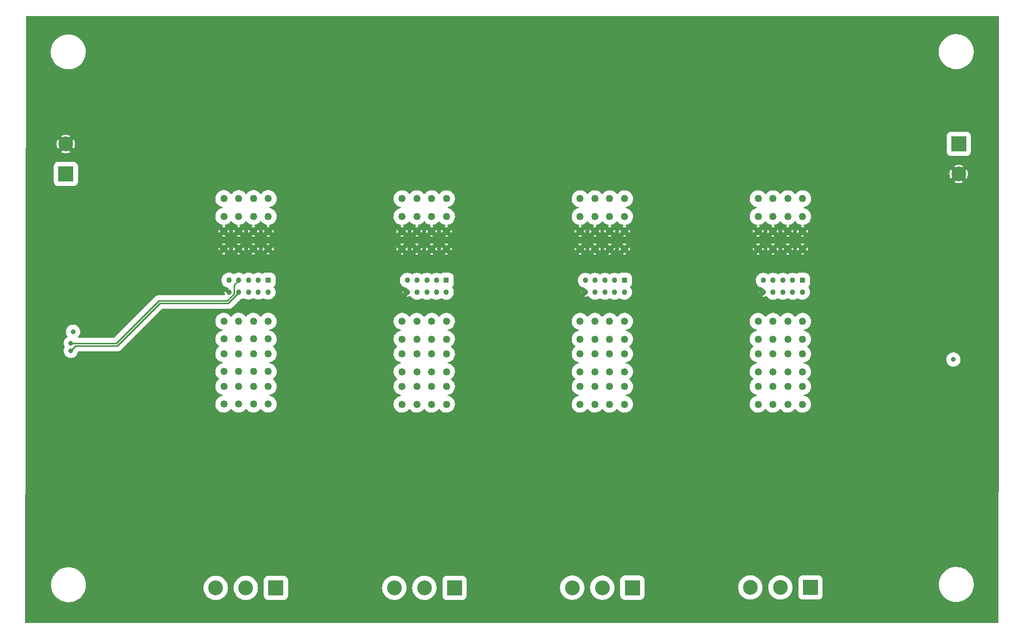
<source format=gbr>
%TF.GenerationSoftware,KiCad,Pcbnew,(6.0.1-0)*%
%TF.CreationDate,2023-01-20T10:28:08-08:00*%
%TF.ProjectId,ESC Mother,45534320-4d6f-4746-9865-722e6b696361,rev?*%
%TF.SameCoordinates,Original*%
%TF.FileFunction,Copper,L6,Bot*%
%TF.FilePolarity,Positive*%
%FSLAX46Y46*%
G04 Gerber Fmt 4.6, Leading zero omitted, Abs format (unit mm)*
G04 Created by KiCad (PCBNEW (6.0.1-0)) date 2023-01-20 10:28:08*
%MOMM*%
%LPD*%
G01*
G04 APERTURE LIST*
%TA.AperFunction,ComponentPad*%
%ADD10R,2.500000X2.500000*%
%TD*%
%TA.AperFunction,ComponentPad*%
%ADD11C,2.500000*%
%TD*%
%TA.AperFunction,ComponentPad*%
%ADD12R,0.930000X0.930000*%
%TD*%
%TA.AperFunction,ComponentPad*%
%ADD13C,0.930000*%
%TD*%
%TA.AperFunction,ComponentPad*%
%ADD14C,1.250000*%
%TD*%
%TA.AperFunction,ViaPad*%
%ADD15C,0.800000*%
%TD*%
%TA.AperFunction,Conductor*%
%ADD16C,0.250000*%
%TD*%
G04 APERTURE END LIST*
D10*
%TO.P,+,1,Pin_1*%
%TO.N,/16V*%
X184850000Y-48600000D03*
D11*
%TO.P,+,2,Pin_2*%
%TO.N,GND*%
X184850000Y-53680000D03*
%TD*%
D10*
%TO.P,T3,1,Pin_1*%
%TO.N,/Phase_1_T3*%
X99675000Y-123590000D03*
D11*
%TO.P,T3,2,Pin_2*%
%TO.N,/Phase_2_T3*%
X94595000Y-123590000D03*
%TO.P,T3,3,Pin_3*%
%TO.N,/Phase_3_T3*%
X89515000Y-123590000D03*
%TD*%
D10*
%TO.P,T4,1,Pin_1*%
%TO.N,/Phase_1_T4*%
X69510000Y-123610000D03*
D11*
%TO.P,T4,2,Pin_2*%
%TO.N,/Phase_2_T4*%
X64430000Y-123610000D03*
%TO.P,T4,3,Pin_3*%
%TO.N,/Phase_3_T4*%
X59350000Y-123610000D03*
%TD*%
D10*
%TO.P,T1,1,Pin_1*%
%TO.N,/Phase_1_T1*%
X159810000Y-123540000D03*
D11*
%TO.P,T1,2,Pin_2*%
%TO.N,/Phase_2_T1*%
X154730000Y-123540000D03*
%TO.P,T1,3,Pin_3*%
%TO.N,/Phase_3_T1*%
X149650000Y-123540000D03*
%TD*%
D12*
%TO.P,J4,01,01*%
%TO.N,unconnected-(J17-Pad01)*%
X68190000Y-71630000D03*
D13*
%TO.P,J4,02,02*%
%TO.N,unconnected-(J17-Pad02)*%
X68190000Y-73630000D03*
%TO.P,J4,03,03*%
%TO.N,unconnected-(J17-Pad03)*%
X66540000Y-71630000D03*
%TO.P,J4,04,04*%
%TO.N,unconnected-(J17-Pad04)*%
X66540000Y-73630000D03*
%TO.P,J4,05,05*%
%TO.N,unconnected-(J17-Pad05)*%
X64890000Y-71630000D03*
%TO.P,J4,06,06*%
%TO.N,unconnected-(J17-Pad06)*%
X64890000Y-73630000D03*
%TO.P,J4,07,07*%
%TO.N,/CAL*%
X63240000Y-71630000D03*
%TO.P,J4,08,08*%
%TO.N,/CAH*%
X63240000Y-73630000D03*
%TO.P,J4,09,09*%
%TO.N,+5V*%
X61590000Y-71630000D03*
%TO.P,J4,10,10*%
%TO.N,GND*%
X61590000Y-73630000D03*
D14*
%TO.P,J4,P01_1,P01*%
%TO.N,/16V*%
X68210000Y-57840000D03*
%TO.P,J4,P01_2,P01*%
X65710000Y-57840000D03*
%TO.P,J4,P01_3,P01*%
X63210000Y-57840000D03*
%TO.P,J4,P01_4,P01*%
X60710000Y-57840000D03*
%TO.P,J4,P01_5,P01*%
X68210000Y-60840000D03*
%TO.P,J4,P01_6,P01*%
X65710000Y-60840000D03*
%TO.P,J4,P01_7,P01*%
X63210000Y-60840000D03*
%TO.P,J4,P01_8,P01*%
X60710000Y-60840000D03*
%TO.P,J4,P02_1,P02*%
%TO.N,GND*%
X68210000Y-63340000D03*
%TO.P,J4,P02_2,P02*%
X65710000Y-63340000D03*
%TO.P,J4,P02_3,P02*%
X63210000Y-63340000D03*
%TO.P,J4,P02_4,P02*%
X60710000Y-63340000D03*
%TO.P,J4,P02_5,P02*%
X68210000Y-66340000D03*
%TO.P,J4,P02_6,P02*%
X65710000Y-66340000D03*
%TO.P,J4,P02_7,P02*%
X63210000Y-66340000D03*
%TO.P,J4,P02_8,P02*%
X60710000Y-66340000D03*
%TO.P,J4,P03_1,P03*%
%TO.N,/Phase_3_T4*%
X68210000Y-78560000D03*
%TO.P,J4,P03_2,P03*%
X65710000Y-78560000D03*
%TO.P,J4,P03_3,P03*%
X63210000Y-78560000D03*
%TO.P,J4,P03_4,P03*%
X60710000Y-78560000D03*
%TO.P,J4,P03_5,P03*%
X68210000Y-81560000D03*
%TO.P,J4,P03_6,P03*%
X65710000Y-81560000D03*
%TO.P,J4,P03_7,P03*%
X63210000Y-81560000D03*
%TO.P,J4,P03_8,P03*%
X60710000Y-81560000D03*
%TO.P,J4,P04_1,P04*%
%TO.N,/Phase_2_T4*%
X68210000Y-84060000D03*
%TO.P,J4,P04_2,P04*%
X65710000Y-84060000D03*
%TO.P,J4,P04_3,P04*%
X63210000Y-84060000D03*
%TO.P,J4,P04_4,P04*%
X60710000Y-84060000D03*
%TO.P,J4,P04_5,P04*%
X68210000Y-87060000D03*
%TO.P,J4,P04_6,P04*%
X65710000Y-87060000D03*
%TO.P,J4,P04_7,P04*%
X63210000Y-87060000D03*
%TO.P,J4,P04_8,P04*%
X60710000Y-87060000D03*
%TO.P,J4,P05_1,P05*%
%TO.N,/Phase_1_T4*%
X68210000Y-89560000D03*
%TO.P,J4,P05_2,P05*%
X65710000Y-89560000D03*
%TO.P,J4,P05_3,P05*%
X63210000Y-89560000D03*
%TO.P,J4,P05_4,P05*%
X60710000Y-89560000D03*
%TO.P,J4,P05_5,P05*%
X68210000Y-92560000D03*
%TO.P,J4,P05_6,P05*%
X65710000Y-92560000D03*
%TO.P,J4,P05_7,P05*%
X63210000Y-92560000D03*
%TO.P,J4,P05_8,P05*%
X60710000Y-92560000D03*
%TD*%
D12*
%TO.P,J2,01,01*%
%TO.N,unconnected-(J2-Pad01)*%
X128380000Y-71650000D03*
D13*
%TO.P,J2,02,02*%
%TO.N,unconnected-(J2-Pad02)*%
X128380000Y-73650000D03*
%TO.P,J2,03,03*%
%TO.N,unconnected-(J2-Pad03)*%
X126730000Y-71650000D03*
%TO.P,J2,04,04*%
%TO.N,unconnected-(J2-Pad04)*%
X126730000Y-73650000D03*
%TO.P,J2,05,05*%
%TO.N,unconnected-(J2-Pad05)*%
X125080000Y-71650000D03*
%TO.P,J2,06,06*%
%TO.N,unconnected-(J2-Pad06)*%
X125080000Y-73650000D03*
%TO.P,J2,07,07*%
%TO.N,/CAL*%
X123430000Y-71650000D03*
%TO.P,J2,08,08*%
%TO.N,/CAH*%
X123430000Y-73650000D03*
%TO.P,J2,09,09*%
%TO.N,+5V*%
X121780000Y-71650000D03*
%TO.P,J2,10,10*%
%TO.N,GND*%
X121780000Y-73650000D03*
D14*
%TO.P,J2,P01_1,P01*%
%TO.N,/16V*%
X128400000Y-57860000D03*
%TO.P,J2,P01_2,P01*%
X125900000Y-57860000D03*
%TO.P,J2,P01_3,P01*%
X123400000Y-57860000D03*
%TO.P,J2,P01_4,P01*%
X120900000Y-57860000D03*
%TO.P,J2,P01_5,P01*%
X128400000Y-60860000D03*
%TO.P,J2,P01_6,P01*%
X125900000Y-60860000D03*
%TO.P,J2,P01_7,P01*%
X123400000Y-60860000D03*
%TO.P,J2,P01_8,P01*%
X120900000Y-60860000D03*
%TO.P,J2,P02_1,P02*%
%TO.N,GND*%
X128400000Y-63360000D03*
%TO.P,J2,P02_2,P02*%
X125900000Y-63360000D03*
%TO.P,J2,P02_3,P02*%
X123400000Y-63360000D03*
%TO.P,J2,P02_4,P02*%
X120900000Y-63360000D03*
%TO.P,J2,P02_5,P02*%
X128400000Y-66360000D03*
%TO.P,J2,P02_6,P02*%
X125900000Y-66360000D03*
%TO.P,J2,P02_7,P02*%
X123400000Y-66360000D03*
%TO.P,J2,P02_8,P02*%
X120900000Y-66360000D03*
%TO.P,J2,P03_1,P03*%
%TO.N,/Phase_3_T2*%
X128400000Y-78580000D03*
%TO.P,J2,P03_2,P03*%
X125900000Y-78580000D03*
%TO.P,J2,P03_3,P03*%
X123400000Y-78580000D03*
%TO.P,J2,P03_4,P03*%
X120900000Y-78580000D03*
%TO.P,J2,P03_5,P03*%
X128400000Y-81580000D03*
%TO.P,J2,P03_6,P03*%
X125900000Y-81580000D03*
%TO.P,J2,P03_7,P03*%
X123400000Y-81580000D03*
%TO.P,J2,P03_8,P03*%
X120900000Y-81580000D03*
%TO.P,J2,P04_1,P04*%
%TO.N,/Phase_2_T2*%
X128400000Y-84080000D03*
%TO.P,J2,P04_2,P04*%
X125900000Y-84080000D03*
%TO.P,J2,P04_3,P04*%
X123400000Y-84080000D03*
%TO.P,J2,P04_4,P04*%
X120900000Y-84080000D03*
%TO.P,J2,P04_5,P04*%
X128400000Y-87080000D03*
%TO.P,J2,P04_6,P04*%
X125900000Y-87080000D03*
%TO.P,J2,P04_7,P04*%
X123400000Y-87080000D03*
%TO.P,J2,P04_8,P04*%
X120900000Y-87080000D03*
%TO.P,J2,P05_1,P05*%
%TO.N,/Phase_1_T2*%
X128400000Y-89580000D03*
%TO.P,J2,P05_2,P05*%
X125900000Y-89580000D03*
%TO.P,J2,P05_3,P05*%
X123400000Y-89580000D03*
%TO.P,J2,P05_4,P05*%
X120900000Y-89580000D03*
%TO.P,J2,P05_5,P05*%
X128400000Y-92580000D03*
%TO.P,J2,P05_6,P05*%
X125900000Y-92580000D03*
%TO.P,J2,P05_7,P05*%
X123400000Y-92580000D03*
%TO.P,J2,P05_8,P05*%
X120900000Y-92580000D03*
%TD*%
D12*
%TO.P,J3,01,01*%
%TO.N,unconnected-(J3-Pad01)*%
X98300000Y-71650000D03*
D13*
%TO.P,J3,02,02*%
%TO.N,unconnected-(J3-Pad02)*%
X98300000Y-73650000D03*
%TO.P,J3,03,03*%
%TO.N,unconnected-(J3-Pad03)*%
X96650000Y-71650000D03*
%TO.P,J3,04,04*%
%TO.N,unconnected-(J3-Pad04)*%
X96650000Y-73650000D03*
%TO.P,J3,05,05*%
%TO.N,unconnected-(J3-Pad05)*%
X95000000Y-71650000D03*
%TO.P,J3,06,06*%
%TO.N,unconnected-(J3-Pad06)*%
X95000000Y-73650000D03*
%TO.P,J3,07,07*%
%TO.N,/CAL*%
X93350000Y-71650000D03*
%TO.P,J3,08,08*%
%TO.N,/CAH*%
X93350000Y-73650000D03*
%TO.P,J3,09,09*%
%TO.N,+5V*%
X91700000Y-71650000D03*
%TO.P,J3,10,10*%
%TO.N,GND*%
X91700000Y-73650000D03*
D14*
%TO.P,J3,P01_1,P01*%
%TO.N,/16V*%
X98320000Y-57860000D03*
%TO.P,J3,P01_2,P01*%
X95820000Y-57860000D03*
%TO.P,J3,P01_3,P01*%
X93320000Y-57860000D03*
%TO.P,J3,P01_4,P01*%
X90820000Y-57860000D03*
%TO.P,J3,P01_5,P01*%
X98320000Y-60860000D03*
%TO.P,J3,P01_6,P01*%
X95820000Y-60860000D03*
%TO.P,J3,P01_7,P01*%
X93320000Y-60860000D03*
%TO.P,J3,P01_8,P01*%
X90820000Y-60860000D03*
%TO.P,J3,P02_1,P02*%
%TO.N,GND*%
X98320000Y-63360000D03*
%TO.P,J3,P02_2,P02*%
X95820000Y-63360000D03*
%TO.P,J3,P02_3,P02*%
X93320000Y-63360000D03*
%TO.P,J3,P02_4,P02*%
X90820000Y-63360000D03*
%TO.P,J3,P02_5,P02*%
X98320000Y-66360000D03*
%TO.P,J3,P02_6,P02*%
X95820000Y-66360000D03*
%TO.P,J3,P02_7,P02*%
X93320000Y-66360000D03*
%TO.P,J3,P02_8,P02*%
X90820000Y-66360000D03*
%TO.P,J3,P03_1,P03*%
%TO.N,/Phase_3_T3*%
X98320000Y-78580000D03*
%TO.P,J3,P03_2,P03*%
X95820000Y-78580000D03*
%TO.P,J3,P03_3,P03*%
X93320000Y-78580000D03*
%TO.P,J3,P03_4,P03*%
X90820000Y-78580000D03*
%TO.P,J3,P03_5,P03*%
X98320000Y-81580000D03*
%TO.P,J3,P03_6,P03*%
X95820000Y-81580000D03*
%TO.P,J3,P03_7,P03*%
X93320000Y-81580000D03*
%TO.P,J3,P03_8,P03*%
X90820000Y-81580000D03*
%TO.P,J3,P04_1,P04*%
%TO.N,/Phase_2_T3*%
X98320000Y-84080000D03*
%TO.P,J3,P04_2,P04*%
X95820000Y-84080000D03*
%TO.P,J3,P04_3,P04*%
X93320000Y-84080000D03*
%TO.P,J3,P04_4,P04*%
X90820000Y-84080000D03*
%TO.P,J3,P04_5,P04*%
X98320000Y-87080000D03*
%TO.P,J3,P04_6,P04*%
X95820000Y-87080000D03*
%TO.P,J3,P04_7,P04*%
X93320000Y-87080000D03*
%TO.P,J3,P04_8,P04*%
X90820000Y-87080000D03*
%TO.P,J3,P05_1,P05*%
%TO.N,/Phase_1_T3*%
X98320000Y-89580000D03*
%TO.P,J3,P05_2,P05*%
X95820000Y-89580000D03*
%TO.P,J3,P05_3,P05*%
X93320000Y-89580000D03*
%TO.P,J3,P05_4,P05*%
X90820000Y-89580000D03*
%TO.P,J3,P05_5,P05*%
X98320000Y-92580000D03*
%TO.P,J3,P05_6,P05*%
X95820000Y-92580000D03*
%TO.P,J3,P05_7,P05*%
X93320000Y-92580000D03*
%TO.P,J3,P05_8,P05*%
X90820000Y-92580000D03*
%TD*%
D10*
%TO.P,T2,1,Pin_1*%
%TO.N,/Phase_1_T2*%
X129725000Y-123570000D03*
D11*
%TO.P,T2,2,Pin_2*%
%TO.N,/Phase_2_T2*%
X124645000Y-123570000D03*
%TO.P,T2,3,Pin_3*%
%TO.N,/Phase_3_T2*%
X119565000Y-123570000D03*
%TD*%
D12*
%TO.P,J1,01,01*%
%TO.N,unconnected-(J1-Pad01)*%
X158450000Y-71650000D03*
D13*
%TO.P,J1,02,02*%
%TO.N,unconnected-(J1-Pad02)*%
X158450000Y-73650000D03*
%TO.P,J1,03,03*%
%TO.N,unconnected-(J1-Pad03)*%
X156800000Y-71650000D03*
%TO.P,J1,04,04*%
%TO.N,unconnected-(J1-Pad04)*%
X156800000Y-73650000D03*
%TO.P,J1,05,05*%
%TO.N,unconnected-(J1-Pad05)*%
X155150000Y-71650000D03*
%TO.P,J1,06,06*%
%TO.N,unconnected-(J1-Pad06)*%
X155150000Y-73650000D03*
%TO.P,J1,07,07*%
%TO.N,/CAL*%
X153500000Y-71650000D03*
%TO.P,J1,08,08*%
%TO.N,/CAH*%
X153500000Y-73650000D03*
%TO.P,J1,09,09*%
%TO.N,+5V*%
X151850000Y-71650000D03*
%TO.P,J1,10,10*%
%TO.N,GND*%
X151850000Y-73650000D03*
D14*
%TO.P,J1,P01_1,P01*%
%TO.N,/16V*%
X158470000Y-57860000D03*
%TO.P,J1,P01_2,P01*%
X155970000Y-57860000D03*
%TO.P,J1,P01_3,P01*%
X153470000Y-57860000D03*
%TO.P,J1,P01_4,P01*%
X150970000Y-57860000D03*
%TO.P,J1,P01_5,P01*%
X158470000Y-60860000D03*
%TO.P,J1,P01_6,P01*%
X155970000Y-60860000D03*
%TO.P,J1,P01_7,P01*%
X153470000Y-60860000D03*
%TO.P,J1,P01_8,P01*%
X150970000Y-60860000D03*
%TO.P,J1,P02_1,P02*%
%TO.N,GND*%
X158470000Y-63360000D03*
%TO.P,J1,P02_2,P02*%
X155970000Y-63360000D03*
%TO.P,J1,P02_3,P02*%
X153470000Y-63360000D03*
%TO.P,J1,P02_4,P02*%
X150970000Y-63360000D03*
%TO.P,J1,P02_5,P02*%
X158470000Y-66360000D03*
%TO.P,J1,P02_6,P02*%
X155970000Y-66360000D03*
%TO.P,J1,P02_7,P02*%
X153470000Y-66360000D03*
%TO.P,J1,P02_8,P02*%
X150970000Y-66360000D03*
%TO.P,J1,P03_1,P03*%
%TO.N,/Phase_3_T1*%
X158470000Y-78580000D03*
%TO.P,J1,P03_2,P03*%
X155970000Y-78580000D03*
%TO.P,J1,P03_3,P03*%
X153470000Y-78580000D03*
%TO.P,J1,P03_4,P03*%
X150970000Y-78580000D03*
%TO.P,J1,P03_5,P03*%
X158470000Y-81580000D03*
%TO.P,J1,P03_6,P03*%
X155970000Y-81580000D03*
%TO.P,J1,P03_7,P03*%
X153470000Y-81580000D03*
%TO.P,J1,P03_8,P03*%
X150970000Y-81580000D03*
%TO.P,J1,P04_1,P04*%
%TO.N,/Phase_2_T1*%
X158470000Y-84080000D03*
%TO.P,J1,P04_2,P04*%
X155970000Y-84080000D03*
%TO.P,J1,P04_3,P04*%
X153470000Y-84080000D03*
%TO.P,J1,P04_4,P04*%
X150970000Y-84080000D03*
%TO.P,J1,P04_5,P04*%
X158470000Y-87080000D03*
%TO.P,J1,P04_6,P04*%
X155970000Y-87080000D03*
%TO.P,J1,P04_7,P04*%
X153470000Y-87080000D03*
%TO.P,J1,P04_8,P04*%
X150970000Y-87080000D03*
%TO.P,J1,P05_1,P05*%
%TO.N,/Phase_1_T1*%
X158470000Y-89580000D03*
%TO.P,J1,P05_2,P05*%
X155970000Y-89580000D03*
%TO.P,J1,P05_3,P05*%
X153470000Y-89580000D03*
%TO.P,J1,P05_4,P05*%
X150970000Y-89580000D03*
%TO.P,J1,P05_5,P05*%
X158470000Y-92580000D03*
%TO.P,J1,P05_6,P05*%
X155970000Y-92580000D03*
%TO.P,J1,P05_7,P05*%
X153470000Y-92580000D03*
%TO.P,J1,P05_8,P05*%
X150970000Y-92580000D03*
%TD*%
D10*
%TO.P,-,1,Pin_1*%
%TO.N,/16V*%
X34025000Y-53695000D03*
D11*
%TO.P,-,2,Pin_2*%
%TO.N,GND*%
X34025000Y-48615000D03*
%TD*%
D15*
%TO.N,GND*%
X35240000Y-85490000D03*
X183950000Y-80300000D03*
%TO.N,/CAL*%
X34850000Y-82300000D03*
%TO.N,/CAH*%
X34850000Y-83560000D03*
%TO.N,+5V*%
X35240000Y-80340000D03*
X183950000Y-85030000D03*
%TD*%
D16*
%TO.N,/CAL*%
X34850000Y-82300000D02*
X42520000Y-82300000D01*
X62414521Y-72455479D02*
X63240000Y-71630000D01*
X61276050Y-75110000D02*
X62414521Y-73971529D01*
X42520000Y-82300000D02*
X49710000Y-75110000D01*
X49710000Y-75110000D02*
X61276050Y-75110000D01*
X62414521Y-73971529D02*
X62414521Y-72455479D01*
%TO.N,/CAH*%
X49896198Y-75559520D02*
X61462248Y-75559520D01*
X61462248Y-75559520D02*
X63240000Y-73781768D01*
X35660480Y-82749520D02*
X42706198Y-82749520D01*
X34850000Y-83560000D02*
X35660480Y-82749520D01*
X42706198Y-82749520D02*
X49896198Y-75559520D01*
X63240000Y-73781768D02*
X63240000Y-73630000D01*
%TD*%
%TA.AperFunction,Conductor*%
%TO.N,GND*%
G36*
X191609051Y-27018907D02*
G01*
X191645015Y-27068407D01*
X191649860Y-27099047D01*
X191621443Y-85568594D01*
X191600120Y-129441065D01*
X191581184Y-129499247D01*
X191531667Y-129535186D01*
X191501126Y-129540017D01*
X153496863Y-129542324D01*
X27249420Y-129549986D01*
X27191228Y-129531082D01*
X27155261Y-129481584D01*
X27150414Y-129450842D01*
X27159522Y-123203763D01*
X31507092Y-123203763D01*
X31507376Y-123206608D01*
X31516060Y-123293605D01*
X31540887Y-123542342D01*
X31541491Y-123545113D01*
X31541492Y-123545117D01*
X31603060Y-123827491D01*
X31613373Y-123874793D01*
X31723589Y-124196708D01*
X31870076Y-124503823D01*
X31871590Y-124506236D01*
X31871593Y-124506242D01*
X31938701Y-124613221D01*
X32050890Y-124792066D01*
X32263635Y-125057616D01*
X32265665Y-125059624D01*
X32265666Y-125059626D01*
X32503461Y-125294943D01*
X32503469Y-125294950D01*
X32505493Y-125296953D01*
X32614881Y-125382724D01*
X32771017Y-125505151D01*
X32771024Y-125505156D01*
X32773256Y-125506906D01*
X32775685Y-125508394D01*
X32775690Y-125508398D01*
X33060941Y-125683200D01*
X33063376Y-125684692D01*
X33065963Y-125685893D01*
X33065967Y-125685895D01*
X33369411Y-125826749D01*
X33369418Y-125826752D01*
X33372008Y-125827954D01*
X33695060Y-125934794D01*
X34028252Y-126003794D01*
X34031090Y-126004047D01*
X34031095Y-126004048D01*
X34316894Y-126029555D01*
X34327480Y-126030500D01*
X34546715Y-126030500D01*
X34799697Y-126015913D01*
X34802505Y-126015423D01*
X35132092Y-125957901D01*
X35132100Y-125957899D01*
X35134891Y-125957412D01*
X35461140Y-125860773D01*
X35774119Y-125727276D01*
X35776584Y-125725870D01*
X35776590Y-125725867D01*
X36067209Y-125560101D01*
X36069681Y-125558691D01*
X36071970Y-125557009D01*
X36071977Y-125557005D01*
X36341609Y-125358940D01*
X36341608Y-125358940D01*
X36343907Y-125357252D01*
X36593162Y-125125629D01*
X36778513Y-124908612D01*
X36812284Y-124869071D01*
X36812286Y-124869069D01*
X36814144Y-124866893D01*
X36816184Y-124863858D01*
X36916887Y-124713995D01*
X37003923Y-124584472D01*
X37159984Y-124282110D01*
X37177920Y-124234645D01*
X37212169Y-124144005D01*
X37280257Y-123963815D01*
X37288370Y-123931518D01*
X37362454Y-123636575D01*
X37363150Y-123633805D01*
X37369117Y-123588477D01*
X57294822Y-123588477D01*
X57295016Y-123591842D01*
X57295016Y-123591843D01*
X57310566Y-123861518D01*
X57310916Y-123867596D01*
X57364741Y-124141948D01*
X57372306Y-124164044D01*
X57452593Y-124398541D01*
X57455303Y-124406457D01*
X57580925Y-124656228D01*
X57739282Y-124886639D01*
X57741552Y-124889133D01*
X57741553Y-124889135D01*
X57913010Y-125077564D01*
X57927444Y-125093427D01*
X57930031Y-125095590D01*
X57930032Y-125095591D01*
X57961844Y-125122190D01*
X58141930Y-125272765D01*
X58378771Y-125421335D01*
X58381839Y-125422720D01*
X58381846Y-125422724D01*
X58523430Y-125486651D01*
X58633583Y-125536387D01*
X58636805Y-125537341D01*
X58636812Y-125537344D01*
X58830906Y-125594837D01*
X58901652Y-125615793D01*
X58904977Y-125616302D01*
X58904978Y-125616302D01*
X59174684Y-125657573D01*
X59174687Y-125657573D01*
X59178018Y-125658083D01*
X59181389Y-125658136D01*
X59181390Y-125658136D01*
X59229571Y-125658893D01*
X59457566Y-125662474D01*
X59460903Y-125662070D01*
X59460907Y-125662070D01*
X59731779Y-125629291D01*
X59731784Y-125629290D01*
X59735123Y-125628886D01*
X59917384Y-125581071D01*
X60002299Y-125558794D01*
X60002300Y-125558794D01*
X60005554Y-125557940D01*
X60229928Y-125465001D01*
X60260746Y-125452236D01*
X60260749Y-125452235D01*
X60263855Y-125450948D01*
X60266760Y-125449251D01*
X60266763Y-125449249D01*
X60502329Y-125311595D01*
X60505245Y-125309891D01*
X60725258Y-125137379D01*
X60919823Y-124936603D01*
X60926263Y-124927837D01*
X61009504Y-124814518D01*
X61085340Y-124711280D01*
X61116864Y-124653221D01*
X61169976Y-124555399D01*
X61218745Y-124465578D01*
X61287114Y-124284645D01*
X61316380Y-124207194D01*
X61316381Y-124207190D01*
X61317570Y-124204044D01*
X61372590Y-123963815D01*
X61379234Y-123934808D01*
X61379235Y-123934801D01*
X61379987Y-123931518D01*
X61380287Y-123928158D01*
X61404668Y-123654973D01*
X61404668Y-123654967D01*
X61404840Y-123653043D01*
X61405291Y-123610000D01*
X61403824Y-123588477D01*
X62374822Y-123588477D01*
X62375016Y-123591842D01*
X62375016Y-123591843D01*
X62390566Y-123861518D01*
X62390916Y-123867596D01*
X62444741Y-124141948D01*
X62452306Y-124164044D01*
X62532593Y-124398541D01*
X62535303Y-124406457D01*
X62660925Y-124656228D01*
X62819282Y-124886639D01*
X62821552Y-124889133D01*
X62821553Y-124889135D01*
X62993010Y-125077564D01*
X63007444Y-125093427D01*
X63010031Y-125095590D01*
X63010032Y-125095591D01*
X63041844Y-125122190D01*
X63221930Y-125272765D01*
X63458771Y-125421335D01*
X63461839Y-125422720D01*
X63461846Y-125422724D01*
X63603430Y-125486651D01*
X63713583Y-125536387D01*
X63716805Y-125537341D01*
X63716812Y-125537344D01*
X63910906Y-125594837D01*
X63981652Y-125615793D01*
X63984977Y-125616302D01*
X63984978Y-125616302D01*
X64254684Y-125657573D01*
X64254687Y-125657573D01*
X64258018Y-125658083D01*
X64261389Y-125658136D01*
X64261390Y-125658136D01*
X64309571Y-125658893D01*
X64537566Y-125662474D01*
X64540903Y-125662070D01*
X64540907Y-125662070D01*
X64811779Y-125629291D01*
X64811784Y-125629290D01*
X64815123Y-125628886D01*
X64997384Y-125581071D01*
X65082299Y-125558794D01*
X65082300Y-125558794D01*
X65085554Y-125557940D01*
X65309928Y-125465001D01*
X65340746Y-125452236D01*
X65340749Y-125452235D01*
X65343855Y-125450948D01*
X65346760Y-125449251D01*
X65346763Y-125449249D01*
X65582329Y-125311595D01*
X65585245Y-125309891D01*
X65805258Y-125137379D01*
X65999823Y-124936603D01*
X66006263Y-124927837D01*
X66089504Y-124814518D01*
X66165340Y-124711280D01*
X66196864Y-124653221D01*
X66249976Y-124555399D01*
X66298745Y-124465578D01*
X66367114Y-124284645D01*
X66396380Y-124207194D01*
X66396381Y-124207190D01*
X66397570Y-124204044D01*
X66452590Y-123963815D01*
X66459234Y-123934808D01*
X66459235Y-123934801D01*
X66459987Y-123931518D01*
X66460287Y-123928158D01*
X66484668Y-123654973D01*
X66484668Y-123654967D01*
X66484840Y-123653043D01*
X66485291Y-123610000D01*
X66466275Y-123331065D01*
X66439321Y-123200910D01*
X66410262Y-123060588D01*
X66410260Y-123060582D01*
X66409579Y-123057292D01*
X66401375Y-123034123D01*
X66340970Y-122863545D01*
X66316253Y-122793746D01*
X66306081Y-122774038D01*
X66189573Y-122548308D01*
X66189570Y-122548302D01*
X66188022Y-122545304D01*
X66176581Y-122529024D01*
X66029200Y-122319322D01*
X66027261Y-122316563D01*
X66009512Y-122297462D01*
X65987325Y-122273586D01*
X67459500Y-122273586D01*
X67459501Y-123611112D01*
X67459501Y-124947836D01*
X67459774Y-124952589D01*
X67460716Y-124956668D01*
X67460717Y-124956676D01*
X67498298Y-125119457D01*
X67500173Y-125127577D01*
X67502579Y-125132554D01*
X67569794Y-125271595D01*
X67578336Y-125289266D01*
X67581789Y-125293592D01*
X67581790Y-125293593D01*
X67652943Y-125382724D01*
X67690380Y-125429620D01*
X67694713Y-125433079D01*
X67824124Y-125536387D01*
X67830734Y-125541664D01*
X67835714Y-125544072D01*
X67835715Y-125544072D01*
X67935731Y-125592421D01*
X67992423Y-125619827D01*
X67997807Y-125621070D01*
X67997810Y-125621071D01*
X68076701Y-125639284D01*
X68167411Y-125660226D01*
X68172163Y-125660500D01*
X68173586Y-125660500D01*
X69514717Y-125660499D01*
X70847836Y-125660499D01*
X70852589Y-125660226D01*
X70856670Y-125659284D01*
X70856676Y-125659283D01*
X71022190Y-125621071D01*
X71022193Y-125621070D01*
X71027577Y-125619827D01*
X71084269Y-125592421D01*
X71184285Y-125544072D01*
X71184286Y-125544072D01*
X71189266Y-125541664D01*
X71195877Y-125536387D01*
X71325287Y-125433079D01*
X71329620Y-125429620D01*
X71367057Y-125382724D01*
X71438210Y-125293593D01*
X71438211Y-125293592D01*
X71441664Y-125289266D01*
X71450207Y-125271595D01*
X71517421Y-125132554D01*
X71519827Y-125127577D01*
X71522182Y-125117379D01*
X71559284Y-124956668D01*
X71560226Y-124952589D01*
X71560500Y-124947837D01*
X71560500Y-123610000D01*
X71560500Y-123568477D01*
X87459822Y-123568477D01*
X87460016Y-123571842D01*
X87460016Y-123571846D01*
X87474441Y-123822014D01*
X87475916Y-123847596D01*
X87529741Y-124121948D01*
X87538218Y-124146708D01*
X87612361Y-124363260D01*
X87620303Y-124386457D01*
X87745925Y-124636228D01*
X87904282Y-124866639D01*
X87906552Y-124869133D01*
X87906553Y-124869135D01*
X88088832Y-125069457D01*
X88092444Y-125073427D01*
X88095031Y-125075590D01*
X88095032Y-125075591D01*
X88126844Y-125102190D01*
X88306930Y-125252765D01*
X88543771Y-125401335D01*
X88546839Y-125402720D01*
X88546846Y-125402724D01*
X88704866Y-125474072D01*
X88798583Y-125516387D01*
X88801805Y-125517341D01*
X88801812Y-125517344D01*
X88946158Y-125560101D01*
X89066652Y-125595793D01*
X89069977Y-125596302D01*
X89069978Y-125596302D01*
X89339684Y-125637573D01*
X89339687Y-125637573D01*
X89343018Y-125638083D01*
X89346389Y-125638136D01*
X89346390Y-125638136D01*
X89394571Y-125638893D01*
X89622566Y-125642474D01*
X89625903Y-125642070D01*
X89625907Y-125642070D01*
X89896779Y-125609291D01*
X89896784Y-125609290D01*
X89900123Y-125608886D01*
X90099232Y-125556651D01*
X90167299Y-125538794D01*
X90167300Y-125538794D01*
X90170554Y-125537940D01*
X90370424Y-125455151D01*
X90425746Y-125432236D01*
X90425749Y-125432235D01*
X90428855Y-125430948D01*
X90431760Y-125429251D01*
X90431763Y-125429249D01*
X90667329Y-125291595D01*
X90670245Y-125289891D01*
X90890258Y-125117379D01*
X91084823Y-124916603D01*
X91091263Y-124907837D01*
X91178080Y-124789649D01*
X91250340Y-124691280D01*
X91267866Y-124659002D01*
X91382136Y-124448541D01*
X91383745Y-124445578D01*
X91463450Y-124234645D01*
X91481380Y-124187194D01*
X91481381Y-124187190D01*
X91482570Y-124184044D01*
X91509001Y-124068639D01*
X91544234Y-123914808D01*
X91544235Y-123914801D01*
X91544987Y-123911518D01*
X91568055Y-123653043D01*
X91569668Y-123634973D01*
X91569668Y-123634967D01*
X91569840Y-123633043D01*
X91570291Y-123590000D01*
X91568824Y-123568477D01*
X92539822Y-123568477D01*
X92540016Y-123571842D01*
X92540016Y-123571846D01*
X92554441Y-123822014D01*
X92555916Y-123847596D01*
X92609741Y-124121948D01*
X92618218Y-124146708D01*
X92692361Y-124363260D01*
X92700303Y-124386457D01*
X92825925Y-124636228D01*
X92984282Y-124866639D01*
X92986552Y-124869133D01*
X92986553Y-124869135D01*
X93168832Y-125069457D01*
X93172444Y-125073427D01*
X93175031Y-125075590D01*
X93175032Y-125075591D01*
X93206844Y-125102190D01*
X93386930Y-125252765D01*
X93623771Y-125401335D01*
X93626839Y-125402720D01*
X93626846Y-125402724D01*
X93784866Y-125474072D01*
X93878583Y-125516387D01*
X93881805Y-125517341D01*
X93881812Y-125517344D01*
X94026158Y-125560101D01*
X94146652Y-125595793D01*
X94149977Y-125596302D01*
X94149978Y-125596302D01*
X94419684Y-125637573D01*
X94419687Y-125637573D01*
X94423018Y-125638083D01*
X94426389Y-125638136D01*
X94426390Y-125638136D01*
X94474571Y-125638893D01*
X94702566Y-125642474D01*
X94705903Y-125642070D01*
X94705907Y-125642070D01*
X94976779Y-125609291D01*
X94976784Y-125609290D01*
X94980123Y-125608886D01*
X95179232Y-125556651D01*
X95247299Y-125538794D01*
X95247300Y-125538794D01*
X95250554Y-125537940D01*
X95450424Y-125455151D01*
X95505746Y-125432236D01*
X95505749Y-125432235D01*
X95508855Y-125430948D01*
X95511760Y-125429251D01*
X95511763Y-125429249D01*
X95747329Y-125291595D01*
X95750245Y-125289891D01*
X95970258Y-125117379D01*
X96164823Y-124916603D01*
X96171263Y-124907837D01*
X96258080Y-124789649D01*
X96330340Y-124691280D01*
X96347866Y-124659002D01*
X96462136Y-124448541D01*
X96463745Y-124445578D01*
X96543450Y-124234645D01*
X96561380Y-124187194D01*
X96561381Y-124187190D01*
X96562570Y-124184044D01*
X96589001Y-124068639D01*
X96624234Y-123914808D01*
X96624235Y-123914801D01*
X96624987Y-123911518D01*
X96648055Y-123653043D01*
X96649668Y-123634973D01*
X96649668Y-123634967D01*
X96649840Y-123633043D01*
X96650291Y-123590000D01*
X96631275Y-123311065D01*
X96598108Y-123150910D01*
X96575262Y-123040588D01*
X96575260Y-123040582D01*
X96574579Y-123037292D01*
X96566375Y-123014123D01*
X96538936Y-122936637D01*
X96481253Y-122773746D01*
X96471081Y-122754038D01*
X96354573Y-122528308D01*
X96354570Y-122528302D01*
X96353022Y-122525304D01*
X96328165Y-122489935D01*
X96194200Y-122299322D01*
X96192261Y-122296563D01*
X96181709Y-122285207D01*
X96152325Y-122253586D01*
X97624500Y-122253586D01*
X97624501Y-123591843D01*
X97624501Y-124927836D01*
X97624774Y-124932589D01*
X97625716Y-124936668D01*
X97625717Y-124936676D01*
X97663298Y-125099457D01*
X97665173Y-125107577D01*
X97667579Y-125112554D01*
X97732550Y-125246953D01*
X97743336Y-125269266D01*
X97746789Y-125273592D01*
X97746790Y-125273593D01*
X97831135Y-125379249D01*
X97855380Y-125409620D01*
X97859713Y-125413079D01*
X97989124Y-125516387D01*
X97995734Y-125521664D01*
X98000714Y-125524072D01*
X98000715Y-125524072D01*
X98072542Y-125558794D01*
X98157423Y-125599827D01*
X98162807Y-125601070D01*
X98162810Y-125601071D01*
X98241701Y-125619284D01*
X98332411Y-125640226D01*
X98337163Y-125640500D01*
X98338586Y-125640500D01*
X99679717Y-125640499D01*
X101012836Y-125640499D01*
X101017589Y-125640226D01*
X101021670Y-125639284D01*
X101021676Y-125639283D01*
X101187190Y-125601071D01*
X101187193Y-125601070D01*
X101192577Y-125599827D01*
X101277458Y-125558794D01*
X101349285Y-125524072D01*
X101349286Y-125524072D01*
X101354266Y-125521664D01*
X101360877Y-125516387D01*
X101490287Y-125413079D01*
X101494620Y-125409620D01*
X101518865Y-125379249D01*
X101603210Y-125273593D01*
X101603211Y-125273592D01*
X101606664Y-125269266D01*
X101617451Y-125246953D01*
X101682421Y-125112554D01*
X101684827Y-125107577D01*
X101687182Y-125097379D01*
X101719667Y-124956668D01*
X101725226Y-124932589D01*
X101725500Y-124927837D01*
X101725500Y-123590000D01*
X101725500Y-123548477D01*
X117509822Y-123548477D01*
X117510016Y-123551842D01*
X117510016Y-123551846D01*
X117523992Y-123794234D01*
X117525916Y-123827596D01*
X117579741Y-124101948D01*
X117592303Y-124138639D01*
X117661064Y-124339471D01*
X117670303Y-124366457D01*
X117795925Y-124616228D01*
X117954282Y-124846639D01*
X117956552Y-124849133D01*
X117956553Y-124849135D01*
X118112880Y-125020936D01*
X118142444Y-125053427D01*
X118145031Y-125055590D01*
X118145032Y-125055591D01*
X118176844Y-125082190D01*
X118356930Y-125232765D01*
X118593771Y-125381335D01*
X118596839Y-125382720D01*
X118596846Y-125382724D01*
X118706504Y-125432236D01*
X118848583Y-125496387D01*
X118851805Y-125497341D01*
X118851812Y-125497344D01*
X119056692Y-125558032D01*
X119116652Y-125575793D01*
X119119977Y-125576302D01*
X119119978Y-125576302D01*
X119389684Y-125617573D01*
X119389687Y-125617573D01*
X119393018Y-125618083D01*
X119396389Y-125618136D01*
X119396390Y-125618136D01*
X119444571Y-125618893D01*
X119672566Y-125622474D01*
X119675903Y-125622070D01*
X119675907Y-125622070D01*
X119946779Y-125589291D01*
X119946784Y-125589290D01*
X119950123Y-125588886D01*
X120220554Y-125517940D01*
X120425426Y-125433079D01*
X120475746Y-125412236D01*
X120475749Y-125412235D01*
X120478855Y-125410948D01*
X120481760Y-125409251D01*
X120481763Y-125409249D01*
X120717329Y-125271595D01*
X120720245Y-125269891D01*
X120940258Y-125097379D01*
X121134823Y-124896603D01*
X121142116Y-124886676D01*
X121248342Y-124742066D01*
X121300340Y-124671280D01*
X121307007Y-124659002D01*
X121389948Y-124506242D01*
X121433745Y-124425578D01*
X121516265Y-124207194D01*
X121531380Y-124167194D01*
X121531381Y-124167190D01*
X121532570Y-124164044D01*
X121579064Y-123961042D01*
X121594234Y-123894808D01*
X121594235Y-123894801D01*
X121594987Y-123891518D01*
X121597422Y-123864234D01*
X121619668Y-123614973D01*
X121619668Y-123614967D01*
X121619840Y-123613043D01*
X121620291Y-123570000D01*
X121618824Y-123548477D01*
X122589822Y-123548477D01*
X122590016Y-123551842D01*
X122590016Y-123551846D01*
X122603992Y-123794234D01*
X122605916Y-123827596D01*
X122659741Y-124101948D01*
X122672303Y-124138639D01*
X122741064Y-124339471D01*
X122750303Y-124366457D01*
X122875925Y-124616228D01*
X123034282Y-124846639D01*
X123036552Y-124849133D01*
X123036553Y-124849135D01*
X123192880Y-125020936D01*
X123222444Y-125053427D01*
X123225031Y-125055590D01*
X123225032Y-125055591D01*
X123256844Y-125082190D01*
X123436930Y-125232765D01*
X123673771Y-125381335D01*
X123676839Y-125382720D01*
X123676846Y-125382724D01*
X123786504Y-125432236D01*
X123928583Y-125496387D01*
X123931805Y-125497341D01*
X123931812Y-125497344D01*
X124136692Y-125558032D01*
X124196652Y-125575793D01*
X124199977Y-125576302D01*
X124199978Y-125576302D01*
X124469684Y-125617573D01*
X124469687Y-125617573D01*
X124473018Y-125618083D01*
X124476389Y-125618136D01*
X124476390Y-125618136D01*
X124524571Y-125618893D01*
X124752566Y-125622474D01*
X124755903Y-125622070D01*
X124755907Y-125622070D01*
X125026779Y-125589291D01*
X125026784Y-125589290D01*
X125030123Y-125588886D01*
X125300554Y-125517940D01*
X125505426Y-125433079D01*
X125555746Y-125412236D01*
X125555749Y-125412235D01*
X125558855Y-125410948D01*
X125561760Y-125409251D01*
X125561763Y-125409249D01*
X125797329Y-125271595D01*
X125800245Y-125269891D01*
X126020258Y-125097379D01*
X126214823Y-124896603D01*
X126222116Y-124886676D01*
X126328342Y-124742066D01*
X126380340Y-124671280D01*
X126387007Y-124659002D01*
X126469948Y-124506242D01*
X126513745Y-124425578D01*
X126596265Y-124207194D01*
X126611380Y-124167194D01*
X126611381Y-124167190D01*
X126612570Y-124164044D01*
X126659064Y-123961042D01*
X126674234Y-123894808D01*
X126674235Y-123894801D01*
X126674987Y-123891518D01*
X126677422Y-123864234D01*
X126699668Y-123614973D01*
X126699668Y-123614967D01*
X126699840Y-123613043D01*
X126700291Y-123570000D01*
X126681275Y-123291065D01*
X126652250Y-123150910D01*
X126625262Y-123020588D01*
X126625260Y-123020582D01*
X126624579Y-123017292D01*
X126531253Y-122753746D01*
X126515769Y-122723746D01*
X126404573Y-122508308D01*
X126404570Y-122508302D01*
X126403022Y-122505304D01*
X126379995Y-122472539D01*
X126244200Y-122279322D01*
X126242261Y-122276563D01*
X126239487Y-122273577D01*
X126202325Y-122233586D01*
X127674500Y-122233586D01*
X127674501Y-123571846D01*
X127674501Y-124907836D01*
X127674774Y-124912589D01*
X127675716Y-124916668D01*
X127675717Y-124916676D01*
X127712861Y-125077564D01*
X127715173Y-125087577D01*
X127717579Y-125092554D01*
X127778834Y-125219266D01*
X127793336Y-125249266D01*
X127796789Y-125253592D01*
X127796790Y-125253593D01*
X127838080Y-125305315D01*
X127905380Y-125389620D01*
X127909713Y-125393079D01*
X128039124Y-125496387D01*
X128045734Y-125501664D01*
X128050714Y-125504072D01*
X128050715Y-125504072D01*
X128145365Y-125549827D01*
X128207423Y-125579827D01*
X128212807Y-125581070D01*
X128212810Y-125581071D01*
X128278784Y-125596302D01*
X128382411Y-125620226D01*
X128387163Y-125620500D01*
X128388586Y-125620500D01*
X129729717Y-125620499D01*
X131062836Y-125620499D01*
X131067589Y-125620226D01*
X131071670Y-125619284D01*
X131071676Y-125619283D01*
X131237190Y-125581071D01*
X131237193Y-125581070D01*
X131242577Y-125579827D01*
X131304635Y-125549827D01*
X131399285Y-125504072D01*
X131399286Y-125504072D01*
X131404266Y-125501664D01*
X131410877Y-125496387D01*
X131540287Y-125393079D01*
X131544620Y-125389620D01*
X131611920Y-125305315D01*
X131653210Y-125253593D01*
X131653211Y-125253592D01*
X131656664Y-125249266D01*
X131671167Y-125219266D01*
X131732421Y-125092554D01*
X131734827Y-125087577D01*
X131737586Y-125075629D01*
X131765048Y-124956676D01*
X131775226Y-124912589D01*
X131775500Y-124907837D01*
X131775500Y-123570000D01*
X131775500Y-123518477D01*
X147594822Y-123518477D01*
X147595016Y-123521842D01*
X147595016Y-123521846D01*
X147602470Y-123651112D01*
X147610916Y-123797596D01*
X147664741Y-124071948D01*
X147665834Y-124075140D01*
X147737564Y-124284645D01*
X147755303Y-124336457D01*
X147880925Y-124586228D01*
X148039282Y-124816639D01*
X148041552Y-124819133D01*
X148041553Y-124819135D01*
X148211030Y-125005388D01*
X148227444Y-125023427D01*
X148230031Y-125025590D01*
X148230032Y-125025591D01*
X148274239Y-125062554D01*
X148441930Y-125202765D01*
X148678771Y-125351335D01*
X148681839Y-125352720D01*
X148681846Y-125352724D01*
X148792585Y-125402724D01*
X148933583Y-125466387D01*
X148936805Y-125467341D01*
X148936812Y-125467344D01*
X149110505Y-125518794D01*
X149201652Y-125545793D01*
X149204977Y-125546302D01*
X149204978Y-125546302D01*
X149474684Y-125587573D01*
X149474687Y-125587573D01*
X149478018Y-125588083D01*
X149481389Y-125588136D01*
X149481390Y-125588136D01*
X149529140Y-125588886D01*
X149757566Y-125592474D01*
X149760903Y-125592070D01*
X149760907Y-125592070D01*
X150031779Y-125559291D01*
X150031784Y-125559290D01*
X150035123Y-125558886D01*
X150226456Y-125508691D01*
X150302299Y-125488794D01*
X150302300Y-125488794D01*
X150305554Y-125487940D01*
X150494635Y-125409620D01*
X150560746Y-125382236D01*
X150560749Y-125382235D01*
X150563855Y-125380948D01*
X150566760Y-125379251D01*
X150566763Y-125379249D01*
X150802329Y-125241595D01*
X150805245Y-125239891D01*
X151025258Y-125067379D01*
X151219823Y-124866603D01*
X151221840Y-124863858D01*
X151331925Y-124713995D01*
X151385340Y-124641280D01*
X151416864Y-124583221D01*
X151488518Y-124451250D01*
X151518745Y-124395578D01*
X151592919Y-124199282D01*
X151616380Y-124137194D01*
X151616381Y-124137190D01*
X151617570Y-124134044D01*
X151657193Y-123961042D01*
X151679234Y-123864808D01*
X151679235Y-123864801D01*
X151679987Y-123861518D01*
X151680287Y-123858158D01*
X151704668Y-123584973D01*
X151704668Y-123584967D01*
X151704840Y-123583043D01*
X151705202Y-123548477D01*
X151705271Y-123541937D01*
X151705271Y-123541929D01*
X151705291Y-123540000D01*
X151703824Y-123518477D01*
X152674822Y-123518477D01*
X152675016Y-123521842D01*
X152675016Y-123521846D01*
X152682470Y-123651112D01*
X152690916Y-123797596D01*
X152744741Y-124071948D01*
X152745834Y-124075140D01*
X152817564Y-124284645D01*
X152835303Y-124336457D01*
X152960925Y-124586228D01*
X153119282Y-124816639D01*
X153121552Y-124819133D01*
X153121553Y-124819135D01*
X153291030Y-125005388D01*
X153307444Y-125023427D01*
X153310031Y-125025590D01*
X153310032Y-125025591D01*
X153354239Y-125062554D01*
X153521930Y-125202765D01*
X153758771Y-125351335D01*
X153761839Y-125352720D01*
X153761846Y-125352724D01*
X153872585Y-125402724D01*
X154013583Y-125466387D01*
X154016805Y-125467341D01*
X154016812Y-125467344D01*
X154190505Y-125518794D01*
X154281652Y-125545793D01*
X154284977Y-125546302D01*
X154284978Y-125546302D01*
X154554684Y-125587573D01*
X154554687Y-125587573D01*
X154558018Y-125588083D01*
X154561389Y-125588136D01*
X154561390Y-125588136D01*
X154609140Y-125588886D01*
X154837566Y-125592474D01*
X154840903Y-125592070D01*
X154840907Y-125592070D01*
X155111779Y-125559291D01*
X155111784Y-125559290D01*
X155115123Y-125558886D01*
X155306456Y-125508691D01*
X155382299Y-125488794D01*
X155382300Y-125488794D01*
X155385554Y-125487940D01*
X155574635Y-125409620D01*
X155640746Y-125382236D01*
X155640749Y-125382235D01*
X155643855Y-125380948D01*
X155646760Y-125379251D01*
X155646763Y-125379249D01*
X155882329Y-125241595D01*
X155885245Y-125239891D01*
X156105258Y-125067379D01*
X156299823Y-124866603D01*
X156301840Y-124863858D01*
X156411925Y-124713995D01*
X156465340Y-124641280D01*
X156496864Y-124583221D01*
X156568518Y-124451250D01*
X156598745Y-124395578D01*
X156672919Y-124199282D01*
X156696380Y-124137194D01*
X156696381Y-124137190D01*
X156697570Y-124134044D01*
X156737193Y-123961042D01*
X156759234Y-123864808D01*
X156759235Y-123864801D01*
X156759987Y-123861518D01*
X156760287Y-123858158D01*
X156784668Y-123584973D01*
X156784668Y-123584967D01*
X156784840Y-123583043D01*
X156785202Y-123548477D01*
X156785271Y-123541937D01*
X156785271Y-123541929D01*
X156785291Y-123540000D01*
X156766275Y-123261065D01*
X156724758Y-123060588D01*
X156710262Y-122990588D01*
X156710260Y-122990582D01*
X156709579Y-122987292D01*
X156697575Y-122953392D01*
X156664757Y-122860717D01*
X156616253Y-122723746D01*
X156604542Y-122701056D01*
X156489573Y-122478308D01*
X156489570Y-122478302D01*
X156488022Y-122475304D01*
X156327261Y-122246563D01*
X156316709Y-122235207D01*
X156287325Y-122203586D01*
X157759500Y-122203586D01*
X157759501Y-123541937D01*
X157759501Y-124877836D01*
X157759774Y-124882589D01*
X157760716Y-124886668D01*
X157760717Y-124886676D01*
X157798929Y-125052190D01*
X157800173Y-125057577D01*
X157878336Y-125219266D01*
X157881789Y-125223592D01*
X157881790Y-125223593D01*
X157952042Y-125311595D01*
X157990380Y-125359620D01*
X157994713Y-125363079D01*
X158124124Y-125466387D01*
X158130734Y-125471664D01*
X158135714Y-125474072D01*
X158135715Y-125474072D01*
X158210245Y-125510101D01*
X158292423Y-125549827D01*
X158297807Y-125551070D01*
X158297810Y-125551071D01*
X158384045Y-125570979D01*
X158467411Y-125590226D01*
X158472163Y-125590500D01*
X158473586Y-125590500D01*
X159814717Y-125590499D01*
X161147836Y-125590499D01*
X161152589Y-125590226D01*
X161156670Y-125589284D01*
X161156676Y-125589283D01*
X161322190Y-125551071D01*
X161322193Y-125551070D01*
X161327577Y-125549827D01*
X161409755Y-125510101D01*
X161484285Y-125474072D01*
X161484286Y-125474072D01*
X161489266Y-125471664D01*
X161495877Y-125466387D01*
X161625287Y-125363079D01*
X161629620Y-125359620D01*
X161667958Y-125311595D01*
X161738210Y-125223593D01*
X161738211Y-125223592D01*
X161741664Y-125219266D01*
X161819827Y-125057577D01*
X161821361Y-125050936D01*
X161850108Y-124926414D01*
X161860226Y-124882589D01*
X161860500Y-124877837D01*
X161860500Y-123540000D01*
X161860500Y-123153763D01*
X181497092Y-123153763D01*
X181497376Y-123156608D01*
X181512334Y-123306462D01*
X181530887Y-123492342D01*
X181531492Y-123495116D01*
X181531492Y-123495117D01*
X181548242Y-123571937D01*
X181603373Y-123824793D01*
X181713589Y-124146708D01*
X181860076Y-124453823D01*
X181861590Y-124456236D01*
X181861593Y-124456242D01*
X181944873Y-124589002D01*
X182040890Y-124742066D01*
X182042671Y-124744289D01*
X182194566Y-124933885D01*
X182253635Y-125007616D01*
X182255665Y-125009624D01*
X182255666Y-125009626D01*
X182493461Y-125244943D01*
X182493469Y-125244950D01*
X182495493Y-125246953D01*
X182561504Y-125298712D01*
X182761017Y-125455151D01*
X182761024Y-125455156D01*
X182763256Y-125456906D01*
X182765685Y-125458394D01*
X182765690Y-125458398D01*
X183033438Y-125622474D01*
X183053376Y-125634692D01*
X183055963Y-125635893D01*
X183055967Y-125635895D01*
X183359411Y-125776749D01*
X183359418Y-125776752D01*
X183362008Y-125777954D01*
X183685060Y-125884794D01*
X184018252Y-125953794D01*
X184021090Y-125954047D01*
X184021095Y-125954048D01*
X184306894Y-125979555D01*
X184317480Y-125980500D01*
X184536715Y-125980500D01*
X184789697Y-125965913D01*
X184792505Y-125965423D01*
X185122092Y-125907901D01*
X185122100Y-125907899D01*
X185124891Y-125907412D01*
X185451140Y-125810773D01*
X185764119Y-125677276D01*
X185766584Y-125675870D01*
X185766590Y-125675867D01*
X186057209Y-125510101D01*
X186059681Y-125508691D01*
X186061970Y-125507009D01*
X186061977Y-125507005D01*
X186331609Y-125308940D01*
X186331608Y-125308940D01*
X186333907Y-125307252D01*
X186583162Y-125075629D01*
X186776607Y-124849135D01*
X186802284Y-124819071D01*
X186802286Y-124819069D01*
X186804144Y-124816893D01*
X186806184Y-124813858D01*
X186856050Y-124739649D01*
X186993923Y-124534472D01*
X187149984Y-124232110D01*
X187161831Y-124200759D01*
X187250354Y-123966487D01*
X187270257Y-123913815D01*
X187275032Y-123894808D01*
X187335274Y-123654973D01*
X187353150Y-123583805D01*
X187390608Y-123299283D01*
X187397191Y-123249283D01*
X187397191Y-123249278D01*
X187397563Y-123246455D01*
X187397616Y-123243114D01*
X187401960Y-122966592D01*
X187402908Y-122906237D01*
X187396508Y-122842118D01*
X187369396Y-122570492D01*
X187369396Y-122570490D01*
X187369113Y-122567658D01*
X187359469Y-122523425D01*
X187297233Y-122237986D01*
X187297233Y-122237985D01*
X187296627Y-122235207D01*
X187186411Y-121913292D01*
X187039924Y-121606177D01*
X187035514Y-121599146D01*
X186860626Y-121320351D01*
X186859110Y-121317934D01*
X186646365Y-121052384D01*
X186626207Y-121032436D01*
X186406539Y-120815057D01*
X186406531Y-120815050D01*
X186404507Y-120813047D01*
X186202750Y-120654849D01*
X186138983Y-120604849D01*
X186138976Y-120604844D01*
X186136744Y-120603094D01*
X186134315Y-120601606D01*
X186134310Y-120601602D01*
X185849059Y-120426800D01*
X185849057Y-120426799D01*
X185846624Y-120425308D01*
X185844037Y-120424107D01*
X185844033Y-120424105D01*
X185540589Y-120283251D01*
X185540582Y-120283248D01*
X185537992Y-120282046D01*
X185214940Y-120175206D01*
X184881748Y-120106206D01*
X184878910Y-120105953D01*
X184878905Y-120105952D01*
X184584716Y-120079696D01*
X184582520Y-120079500D01*
X184363285Y-120079500D01*
X184110303Y-120094087D01*
X184107496Y-120094577D01*
X184107495Y-120094577D01*
X183777908Y-120152099D01*
X183777900Y-120152101D01*
X183775109Y-120152588D01*
X183448860Y-120249227D01*
X183135881Y-120382724D01*
X183133416Y-120384130D01*
X183133410Y-120384133D01*
X182842791Y-120549899D01*
X182840319Y-120551309D01*
X182838030Y-120552991D01*
X182838023Y-120552995D01*
X182701755Y-120653094D01*
X182566093Y-120752748D01*
X182316838Y-120984371D01*
X182095856Y-121243107D01*
X181906077Y-121525528D01*
X181904769Y-121528063D01*
X181904768Y-121528064D01*
X181898489Y-121540229D01*
X181750016Y-121827890D01*
X181749010Y-121830554D01*
X181749008Y-121830557D01*
X181709273Y-121935715D01*
X181629743Y-122146185D01*
X181629048Y-122148950D01*
X181629046Y-122148958D01*
X181591130Y-122299908D01*
X181546850Y-122476195D01*
X181528226Y-122617658D01*
X181504626Y-122796921D01*
X181502437Y-122813545D01*
X181497092Y-123153763D01*
X161860500Y-123153763D01*
X161860499Y-122203577D01*
X161860499Y-122202164D01*
X161860226Y-122197411D01*
X161859284Y-122193330D01*
X161859283Y-122193324D01*
X161821071Y-122027810D01*
X161821070Y-122027807D01*
X161819827Y-122022423D01*
X161772445Y-121924408D01*
X161744072Y-121865715D01*
X161744072Y-121865714D01*
X161741664Y-121860734D01*
X161734931Y-121852299D01*
X161633079Y-121724713D01*
X161629620Y-121720380D01*
X161552418Y-121658750D01*
X161493593Y-121611790D01*
X161493592Y-121611789D01*
X161489266Y-121608336D01*
X161472759Y-121600356D01*
X161345388Y-121538783D01*
X161327577Y-121530173D01*
X161322193Y-121528930D01*
X161322190Y-121528929D01*
X161235955Y-121509021D01*
X161152589Y-121489774D01*
X161147837Y-121489500D01*
X161146414Y-121489500D01*
X159805283Y-121489501D01*
X158472164Y-121489501D01*
X158467411Y-121489774D01*
X158463330Y-121490716D01*
X158463324Y-121490717D01*
X158297810Y-121528929D01*
X158297807Y-121528930D01*
X158292423Y-121530173D01*
X158274612Y-121538783D01*
X158147242Y-121600356D01*
X158130734Y-121608336D01*
X158126408Y-121611789D01*
X158126407Y-121611790D01*
X158067582Y-121658750D01*
X157990380Y-121720380D01*
X157986921Y-121724713D01*
X157885070Y-121852299D01*
X157878336Y-121860734D01*
X157875928Y-121865714D01*
X157875928Y-121865715D01*
X157847555Y-121924408D01*
X157800173Y-122022423D01*
X157798930Y-122027807D01*
X157798929Y-122027810D01*
X157788213Y-122074226D01*
X157759774Y-122197411D01*
X157759500Y-122202163D01*
X157759500Y-122203586D01*
X156287325Y-122203586D01*
X156190653Y-122099555D01*
X156136944Y-122041757D01*
X156113323Y-122022423D01*
X155981679Y-121914675D01*
X155920591Y-121864675D01*
X155682208Y-121718594D01*
X155678397Y-121716921D01*
X155429288Y-121607569D01*
X155429284Y-121607567D01*
X155426205Y-121606216D01*
X155376917Y-121592176D01*
X155160571Y-121530548D01*
X155160566Y-121530547D01*
X155157319Y-121529622D01*
X154880526Y-121490229D01*
X154877159Y-121490211D01*
X154877154Y-121490211D01*
X154752187Y-121489557D01*
X154600947Y-121488765D01*
X154323757Y-121525257D01*
X154320506Y-121526146D01*
X154320503Y-121526147D01*
X154269029Y-121540229D01*
X154054083Y-121599032D01*
X153796917Y-121708722D01*
X153794018Y-121710457D01*
X153782683Y-121717241D01*
X153557018Y-121852299D01*
X153338823Y-122027106D01*
X153336499Y-122029555D01*
X153148741Y-122227411D01*
X153146371Y-122229908D01*
X153144406Y-122232643D01*
X153144404Y-122232645D01*
X153104638Y-122287986D01*
X152983223Y-122456952D01*
X152852398Y-122704038D01*
X152851238Y-122707207D01*
X152851237Y-122707210D01*
X152826782Y-122774038D01*
X152756317Y-122966592D01*
X152726537Y-123103174D01*
X152703985Y-123206608D01*
X152696757Y-123239757D01*
X152674822Y-123518477D01*
X151703824Y-123518477D01*
X151686275Y-123261065D01*
X151644758Y-123060588D01*
X151630262Y-122990588D01*
X151630260Y-122990582D01*
X151629579Y-122987292D01*
X151617575Y-122953392D01*
X151584757Y-122860717D01*
X151536253Y-122723746D01*
X151524542Y-122701056D01*
X151409573Y-122478308D01*
X151409570Y-122478302D01*
X151408022Y-122475304D01*
X151247261Y-122246563D01*
X151236709Y-122235207D01*
X151110653Y-122099555D01*
X151056944Y-122041757D01*
X151033323Y-122022423D01*
X150901679Y-121914675D01*
X150840591Y-121864675D01*
X150602208Y-121718594D01*
X150598397Y-121716921D01*
X150349288Y-121607569D01*
X150349284Y-121607567D01*
X150346205Y-121606216D01*
X150296917Y-121592176D01*
X150080571Y-121530548D01*
X150080566Y-121530547D01*
X150077319Y-121529622D01*
X149800526Y-121490229D01*
X149797159Y-121490211D01*
X149797154Y-121490211D01*
X149672187Y-121489557D01*
X149520947Y-121488765D01*
X149243757Y-121525257D01*
X149240506Y-121526146D01*
X149240503Y-121526147D01*
X149189029Y-121540229D01*
X148974083Y-121599032D01*
X148716917Y-121708722D01*
X148714018Y-121710457D01*
X148702683Y-121717241D01*
X148477018Y-121852299D01*
X148258823Y-122027106D01*
X148256499Y-122029555D01*
X148068741Y-122227411D01*
X148066371Y-122229908D01*
X148064406Y-122232643D01*
X148064404Y-122232645D01*
X148024638Y-122287986D01*
X147903223Y-122456952D01*
X147772398Y-122704038D01*
X147771238Y-122707207D01*
X147771237Y-122707210D01*
X147746782Y-122774038D01*
X147676317Y-122966592D01*
X147646537Y-123103174D01*
X147623985Y-123206608D01*
X147616757Y-123239757D01*
X147594822Y-123518477D01*
X131775500Y-123518477D01*
X131775499Y-122233577D01*
X131775499Y-122232164D01*
X131775226Y-122227411D01*
X131774284Y-122223330D01*
X131774283Y-122223324D01*
X131736071Y-122057810D01*
X131736070Y-122057807D01*
X131734827Y-122052423D01*
X131671085Y-121920566D01*
X131659072Y-121895715D01*
X131659072Y-121895714D01*
X131656664Y-121890734D01*
X131649931Y-121882299D01*
X131548079Y-121754713D01*
X131544620Y-121750380D01*
X131490775Y-121707396D01*
X131408593Y-121641790D01*
X131408592Y-121641789D01*
X131404266Y-121638336D01*
X131387759Y-121630356D01*
X131247554Y-121562579D01*
X131242577Y-121560173D01*
X131237193Y-121558930D01*
X131237190Y-121558929D01*
X131149848Y-121538765D01*
X131067589Y-121519774D01*
X131062837Y-121519500D01*
X131061414Y-121519500D01*
X129720283Y-121519501D01*
X128387164Y-121519501D01*
X128382411Y-121519774D01*
X128378330Y-121520716D01*
X128378324Y-121520717D01*
X128212810Y-121558929D01*
X128212807Y-121558930D01*
X128207423Y-121560173D01*
X128202446Y-121562579D01*
X128062242Y-121630356D01*
X128045734Y-121638336D01*
X128041408Y-121641789D01*
X128041407Y-121641790D01*
X127959225Y-121707396D01*
X127905380Y-121750380D01*
X127901921Y-121754713D01*
X127800070Y-121882299D01*
X127793336Y-121890734D01*
X127790928Y-121895714D01*
X127790928Y-121895715D01*
X127778915Y-121920566D01*
X127715173Y-122052423D01*
X127713930Y-122057807D01*
X127713929Y-122057810D01*
X127704292Y-122099555D01*
X127674774Y-122227411D01*
X127674500Y-122232163D01*
X127674500Y-122233586D01*
X126202325Y-122233586D01*
X126123683Y-122148958D01*
X126051944Y-122071757D01*
X126028323Y-122052423D01*
X125885732Y-121935715D01*
X125835591Y-121894675D01*
X125597208Y-121748594D01*
X125593397Y-121746921D01*
X125344288Y-121637569D01*
X125344284Y-121637567D01*
X125341205Y-121636216D01*
X125244785Y-121608750D01*
X125075571Y-121560548D01*
X125075566Y-121560547D01*
X125072319Y-121559622D01*
X124795526Y-121520229D01*
X124792159Y-121520211D01*
X124792154Y-121520211D01*
X124667187Y-121519557D01*
X124515947Y-121518765D01*
X124238757Y-121555257D01*
X124235506Y-121556146D01*
X124235503Y-121556147D01*
X124155389Y-121578064D01*
X123969083Y-121629032D01*
X123711917Y-121738722D01*
X123709018Y-121740457D01*
X123697683Y-121747241D01*
X123472018Y-121882299D01*
X123253823Y-122057106D01*
X123251499Y-122059555D01*
X123077109Y-122243324D01*
X123061371Y-122259908D01*
X123059406Y-122262643D01*
X123059404Y-122262645D01*
X122905953Y-122476195D01*
X122898223Y-122486952D01*
X122767398Y-122734038D01*
X122766238Y-122737207D01*
X122766237Y-122737210D01*
X122738303Y-122813545D01*
X122671317Y-122996592D01*
X122658773Y-123054123D01*
X122616838Y-123246455D01*
X122611757Y-123269757D01*
X122589822Y-123548477D01*
X121618824Y-123548477D01*
X121601275Y-123291065D01*
X121572250Y-123150910D01*
X121545262Y-123020588D01*
X121545260Y-123020582D01*
X121544579Y-123017292D01*
X121451253Y-122753746D01*
X121435769Y-122723746D01*
X121324573Y-122508308D01*
X121324570Y-122508302D01*
X121323022Y-122505304D01*
X121299995Y-122472539D01*
X121164200Y-122279322D01*
X121162261Y-122276563D01*
X121159487Y-122273577D01*
X121043683Y-122148958D01*
X120971944Y-122071757D01*
X120948323Y-122052423D01*
X120805732Y-121935715D01*
X120755591Y-121894675D01*
X120517208Y-121748594D01*
X120513397Y-121746921D01*
X120264288Y-121637569D01*
X120264284Y-121637567D01*
X120261205Y-121636216D01*
X120164785Y-121608750D01*
X119995571Y-121560548D01*
X119995566Y-121560547D01*
X119992319Y-121559622D01*
X119715526Y-121520229D01*
X119712159Y-121520211D01*
X119712154Y-121520211D01*
X119587187Y-121519557D01*
X119435947Y-121518765D01*
X119158757Y-121555257D01*
X119155506Y-121556146D01*
X119155503Y-121556147D01*
X119075389Y-121578064D01*
X118889083Y-121629032D01*
X118631917Y-121738722D01*
X118629018Y-121740457D01*
X118617683Y-121747241D01*
X118392018Y-121882299D01*
X118173823Y-122057106D01*
X118171499Y-122059555D01*
X117997109Y-122243324D01*
X117981371Y-122259908D01*
X117979406Y-122262643D01*
X117979404Y-122262645D01*
X117825953Y-122476195D01*
X117818223Y-122486952D01*
X117687398Y-122734038D01*
X117686238Y-122737207D01*
X117686237Y-122737210D01*
X117658303Y-122813545D01*
X117591317Y-122996592D01*
X117578773Y-123054123D01*
X117536838Y-123246455D01*
X117531757Y-123269757D01*
X117509822Y-123548477D01*
X101725500Y-123548477D01*
X101725499Y-122253577D01*
X101725499Y-122252164D01*
X101725226Y-122247411D01*
X101724284Y-122243330D01*
X101724283Y-122243324D01*
X101686071Y-122077810D01*
X101686070Y-122077807D01*
X101684827Y-122072423D01*
X101630827Y-121960718D01*
X101609072Y-121915715D01*
X101609072Y-121915714D01*
X101606664Y-121910734D01*
X101599931Y-121902299D01*
X101498079Y-121774713D01*
X101494620Y-121770380D01*
X101429749Y-121718594D01*
X101358593Y-121661790D01*
X101358592Y-121661789D01*
X101354266Y-121658336D01*
X101337759Y-121650356D01*
X101197554Y-121582579D01*
X101192577Y-121580173D01*
X101187193Y-121578930D01*
X101187190Y-121578929D01*
X101099848Y-121558765D01*
X101017589Y-121539774D01*
X101012837Y-121539500D01*
X101011414Y-121539500D01*
X99670283Y-121539501D01*
X98337164Y-121539501D01*
X98332411Y-121539774D01*
X98328330Y-121540716D01*
X98328324Y-121540717D01*
X98162810Y-121578929D01*
X98162807Y-121578930D01*
X98157423Y-121580173D01*
X98152446Y-121582579D01*
X98012242Y-121650356D01*
X97995734Y-121658336D01*
X97991408Y-121661789D01*
X97991407Y-121661790D01*
X97920251Y-121718594D01*
X97855380Y-121770380D01*
X97851921Y-121774713D01*
X97750070Y-121902299D01*
X97743336Y-121910734D01*
X97740928Y-121915714D01*
X97740928Y-121915715D01*
X97719173Y-121960718D01*
X97665173Y-122072423D01*
X97663930Y-122077807D01*
X97663929Y-122077810D01*
X97659312Y-122097810D01*
X97624774Y-122247411D01*
X97624500Y-122252163D01*
X97624500Y-122253586D01*
X96152325Y-122253586D01*
X96101561Y-122198958D01*
X96001944Y-122091757D01*
X95978323Y-122072423D01*
X95848292Y-121965995D01*
X95785591Y-121914675D01*
X95547208Y-121768594D01*
X95543397Y-121766921D01*
X95294288Y-121657569D01*
X95294284Y-121657567D01*
X95291205Y-121656216D01*
X95192654Y-121628143D01*
X95025571Y-121580548D01*
X95025566Y-121580547D01*
X95022319Y-121579622D01*
X94745526Y-121540229D01*
X94742159Y-121540211D01*
X94742154Y-121540211D01*
X94617187Y-121539557D01*
X94465947Y-121538765D01*
X94188757Y-121575257D01*
X94185506Y-121576146D01*
X94185503Y-121576147D01*
X94105100Y-121598143D01*
X93919083Y-121649032D01*
X93661917Y-121758722D01*
X93659018Y-121760457D01*
X93647683Y-121767241D01*
X93422018Y-121902299D01*
X93203823Y-122077106D01*
X93201499Y-122079555D01*
X93027109Y-122263324D01*
X93011371Y-122279908D01*
X93009406Y-122282643D01*
X93009404Y-122282645D01*
X92864565Y-122484210D01*
X92848223Y-122506952D01*
X92717398Y-122754038D01*
X92716238Y-122757207D01*
X92716237Y-122757210D01*
X92694579Y-122816395D01*
X92621317Y-123016592D01*
X92592031Y-123150910D01*
X92565386Y-123273114D01*
X92561757Y-123289757D01*
X92539822Y-123568477D01*
X91568824Y-123568477D01*
X91551275Y-123311065D01*
X91518108Y-123150910D01*
X91495262Y-123040588D01*
X91495260Y-123040582D01*
X91494579Y-123037292D01*
X91486375Y-123014123D01*
X91458936Y-122936637D01*
X91401253Y-122773746D01*
X91391081Y-122754038D01*
X91274573Y-122528308D01*
X91274570Y-122528302D01*
X91273022Y-122525304D01*
X91248165Y-122489935D01*
X91114200Y-122299322D01*
X91112261Y-122296563D01*
X91101709Y-122285207D01*
X91021561Y-122198958D01*
X90921944Y-122091757D01*
X90898323Y-122072423D01*
X90768292Y-121965995D01*
X90705591Y-121914675D01*
X90467208Y-121768594D01*
X90463397Y-121766921D01*
X90214288Y-121657569D01*
X90214284Y-121657567D01*
X90211205Y-121656216D01*
X90112654Y-121628143D01*
X89945571Y-121580548D01*
X89945566Y-121580547D01*
X89942319Y-121579622D01*
X89665526Y-121540229D01*
X89662159Y-121540211D01*
X89662154Y-121540211D01*
X89537187Y-121539557D01*
X89385947Y-121538765D01*
X89108757Y-121575257D01*
X89105506Y-121576146D01*
X89105503Y-121576147D01*
X89025100Y-121598143D01*
X88839083Y-121649032D01*
X88581917Y-121758722D01*
X88579018Y-121760457D01*
X88567683Y-121767241D01*
X88342018Y-121902299D01*
X88123823Y-122077106D01*
X88121499Y-122079555D01*
X87947109Y-122263324D01*
X87931371Y-122279908D01*
X87929406Y-122282643D01*
X87929404Y-122282645D01*
X87784565Y-122484210D01*
X87768223Y-122506952D01*
X87637398Y-122754038D01*
X87636238Y-122757207D01*
X87636237Y-122757210D01*
X87614579Y-122816395D01*
X87541317Y-123016592D01*
X87512031Y-123150910D01*
X87485386Y-123273114D01*
X87481757Y-123289757D01*
X87459822Y-123568477D01*
X71560500Y-123568477D01*
X71560499Y-122273577D01*
X71560499Y-122272164D01*
X71560226Y-122267411D01*
X71559284Y-122263330D01*
X71559283Y-122263324D01*
X71521071Y-122097810D01*
X71521070Y-122097807D01*
X71519827Y-122092423D01*
X71441664Y-121930734D01*
X71434931Y-121922299D01*
X71333079Y-121794713D01*
X71329620Y-121790380D01*
X71189266Y-121678336D01*
X71172759Y-121670356D01*
X71032554Y-121602579D01*
X71027577Y-121600173D01*
X71022193Y-121598930D01*
X71022190Y-121598929D01*
X70931812Y-121578064D01*
X70852589Y-121559774D01*
X70847837Y-121559500D01*
X70846414Y-121559500D01*
X69505283Y-121559501D01*
X68172164Y-121559501D01*
X68167411Y-121559774D01*
X68163330Y-121560716D01*
X68163324Y-121560717D01*
X67997810Y-121598929D01*
X67997807Y-121598930D01*
X67992423Y-121600173D01*
X67987446Y-121602579D01*
X67847242Y-121670356D01*
X67830734Y-121678336D01*
X67690380Y-121790380D01*
X67686921Y-121794713D01*
X67585070Y-121922299D01*
X67578336Y-121930734D01*
X67500173Y-122092423D01*
X67459774Y-122267411D01*
X67459500Y-122272163D01*
X67459500Y-122273586D01*
X65987325Y-122273586D01*
X65940618Y-122223324D01*
X65836944Y-122111757D01*
X65813323Y-122092423D01*
X65721718Y-122017446D01*
X65620591Y-121934675D01*
X65382208Y-121788594D01*
X65378397Y-121786921D01*
X65129288Y-121677569D01*
X65129284Y-121677567D01*
X65126205Y-121676216D01*
X65052751Y-121655292D01*
X64860571Y-121600548D01*
X64860566Y-121600547D01*
X64857319Y-121599622D01*
X64580526Y-121560229D01*
X64577159Y-121560211D01*
X64577154Y-121560211D01*
X64452187Y-121559557D01*
X64300947Y-121558765D01*
X64023757Y-121595257D01*
X64020506Y-121596146D01*
X64020503Y-121596147D01*
X63974435Y-121608750D01*
X63754083Y-121669032D01*
X63496917Y-121778722D01*
X63494018Y-121780457D01*
X63482683Y-121787241D01*
X63257018Y-121922299D01*
X63038823Y-122097106D01*
X63036499Y-122099555D01*
X62857685Y-122287986D01*
X62846371Y-122299908D01*
X62844406Y-122302643D01*
X62844404Y-122302645D01*
X62698779Y-122505304D01*
X62683223Y-122526952D01*
X62552398Y-122774038D01*
X62551238Y-122777207D01*
X62551237Y-122777210D01*
X62520678Y-122860717D01*
X62456317Y-123036592D01*
X62430769Y-123153763D01*
X62399041Y-123299283D01*
X62396757Y-123309757D01*
X62374822Y-123588477D01*
X61403824Y-123588477D01*
X61386275Y-123331065D01*
X61359321Y-123200910D01*
X61330262Y-123060588D01*
X61330260Y-123060582D01*
X61329579Y-123057292D01*
X61321375Y-123034123D01*
X61260970Y-122863545D01*
X61236253Y-122793746D01*
X61226081Y-122774038D01*
X61109573Y-122548308D01*
X61109570Y-122548302D01*
X61108022Y-122545304D01*
X61096581Y-122529024D01*
X60949200Y-122319322D01*
X60947261Y-122316563D01*
X60929512Y-122297462D01*
X60860618Y-122223324D01*
X60756944Y-122111757D01*
X60733323Y-122092423D01*
X60641718Y-122017446D01*
X60540591Y-121934675D01*
X60302208Y-121788594D01*
X60298397Y-121786921D01*
X60049288Y-121677569D01*
X60049284Y-121677567D01*
X60046205Y-121676216D01*
X59972751Y-121655292D01*
X59780571Y-121600548D01*
X59780566Y-121600547D01*
X59777319Y-121599622D01*
X59500526Y-121560229D01*
X59497159Y-121560211D01*
X59497154Y-121560211D01*
X59372187Y-121559557D01*
X59220947Y-121558765D01*
X58943757Y-121595257D01*
X58940506Y-121596146D01*
X58940503Y-121596147D01*
X58894435Y-121608750D01*
X58674083Y-121669032D01*
X58416917Y-121778722D01*
X58414018Y-121780457D01*
X58402683Y-121787241D01*
X58177018Y-121922299D01*
X57958823Y-122097106D01*
X57956499Y-122099555D01*
X57777685Y-122287986D01*
X57766371Y-122299908D01*
X57764406Y-122302643D01*
X57764404Y-122302645D01*
X57618779Y-122505304D01*
X57603223Y-122526952D01*
X57472398Y-122774038D01*
X57471238Y-122777207D01*
X57471237Y-122777210D01*
X57440678Y-122860717D01*
X57376317Y-123036592D01*
X57350769Y-123153763D01*
X57319041Y-123299283D01*
X57316757Y-123309757D01*
X57294822Y-123588477D01*
X37369117Y-123588477D01*
X37389145Y-123436350D01*
X37407191Y-123299283D01*
X37407191Y-123299278D01*
X37407563Y-123296455D01*
X37407616Y-123293114D01*
X37411635Y-123037292D01*
X37412908Y-122956237D01*
X37406508Y-122892118D01*
X37379396Y-122620492D01*
X37379396Y-122620490D01*
X37379113Y-122617658D01*
X37351265Y-122489935D01*
X37307233Y-122287986D01*
X37307233Y-122287985D01*
X37306627Y-122285207D01*
X37196411Y-121963292D01*
X37049924Y-121656177D01*
X37044885Y-121648143D01*
X36870626Y-121370351D01*
X36869110Y-121367934D01*
X36656365Y-121102384D01*
X36608090Y-121054612D01*
X36416539Y-120865057D01*
X36416531Y-120865050D01*
X36414507Y-120863047D01*
X36276308Y-120754685D01*
X36148983Y-120654849D01*
X36148976Y-120654844D01*
X36146744Y-120653094D01*
X36144315Y-120651606D01*
X36144310Y-120651602D01*
X35859059Y-120476800D01*
X35859057Y-120476799D01*
X35856624Y-120475308D01*
X35854037Y-120474107D01*
X35854033Y-120474105D01*
X35550589Y-120333251D01*
X35550582Y-120333248D01*
X35547992Y-120332046D01*
X35224940Y-120225206D01*
X34891748Y-120156206D01*
X34888910Y-120155953D01*
X34888905Y-120155952D01*
X34594716Y-120129696D01*
X34592520Y-120129500D01*
X34373285Y-120129500D01*
X34120303Y-120144087D01*
X34117496Y-120144577D01*
X34117495Y-120144577D01*
X33787908Y-120202099D01*
X33787900Y-120202101D01*
X33785109Y-120202588D01*
X33458860Y-120299227D01*
X33145881Y-120432724D01*
X33143416Y-120434130D01*
X33143410Y-120434133D01*
X32935023Y-120552995D01*
X32850319Y-120601309D01*
X32848030Y-120602991D01*
X32848023Y-120602995D01*
X32781853Y-120651602D01*
X32576093Y-120802748D01*
X32326838Y-121034371D01*
X32105856Y-121293107D01*
X31916077Y-121575528D01*
X31914769Y-121578063D01*
X31914768Y-121578064D01*
X31903999Y-121598929D01*
X31760016Y-121877890D01*
X31759010Y-121880554D01*
X31759008Y-121880557D01*
X31728718Y-121960718D01*
X31639743Y-122196185D01*
X31639048Y-122198950D01*
X31639046Y-122198958D01*
X31613002Y-122302645D01*
X31556850Y-122526195D01*
X31545174Y-122614883D01*
X31519020Y-122813545D01*
X31512437Y-122863545D01*
X31512392Y-122866391D01*
X31512392Y-122866395D01*
X31510347Y-122996592D01*
X31507092Y-123203763D01*
X27159522Y-123203763D01*
X27204249Y-92525053D01*
X59280042Y-92525053D01*
X59293535Y-92759071D01*
X59294427Y-92763028D01*
X59315886Y-92858247D01*
X59345069Y-92987743D01*
X59346598Y-92991507D01*
X59346599Y-92991512D01*
X59431728Y-93201158D01*
X59433259Y-93204928D01*
X59435383Y-93208394D01*
X59435385Y-93208398D01*
X59503777Y-93320003D01*
X59555736Y-93404793D01*
X59558395Y-93407863D01*
X59558396Y-93407864D01*
X59629481Y-93489927D01*
X59709212Y-93581971D01*
X59889565Y-93731703D01*
X60091951Y-93849968D01*
X60310935Y-93933590D01*
X60314910Y-93934399D01*
X60314911Y-93934399D01*
X60536654Y-93979513D01*
X60536658Y-93979513D01*
X60540637Y-93980323D01*
X60544697Y-93980472D01*
X60544698Y-93980472D01*
X60585311Y-93981961D01*
X60774887Y-93988913D01*
X60778906Y-93988398D01*
X60778910Y-93988398D01*
X61003362Y-93959645D01*
X61003368Y-93959644D01*
X61007394Y-93959128D01*
X61011287Y-93957960D01*
X61011292Y-93957959D01*
X61171214Y-93909979D01*
X61231914Y-93891768D01*
X61342707Y-93837491D01*
X61438771Y-93790430D01*
X61438774Y-93790428D01*
X61442418Y-93788643D01*
X61633253Y-93652522D01*
X61799293Y-93487061D01*
X61801663Y-93483763D01*
X61877960Y-93377585D01*
X61927271Y-93341363D01*
X61988456Y-93341043D01*
X62038143Y-93376747D01*
X62042761Y-93383619D01*
X62055736Y-93404793D01*
X62058395Y-93407863D01*
X62058396Y-93407864D01*
X62129481Y-93489927D01*
X62209212Y-93581971D01*
X62389565Y-93731703D01*
X62591951Y-93849968D01*
X62810935Y-93933590D01*
X62814910Y-93934399D01*
X62814911Y-93934399D01*
X63036654Y-93979513D01*
X63036658Y-93979513D01*
X63040637Y-93980323D01*
X63044697Y-93980472D01*
X63044698Y-93980472D01*
X63085311Y-93981961D01*
X63274887Y-93988913D01*
X63278906Y-93988398D01*
X63278910Y-93988398D01*
X63503362Y-93959645D01*
X63503368Y-93959644D01*
X63507394Y-93959128D01*
X63511287Y-93957960D01*
X63511292Y-93957959D01*
X63671214Y-93909979D01*
X63731914Y-93891768D01*
X63842707Y-93837491D01*
X63938771Y-93790430D01*
X63938774Y-93790428D01*
X63942418Y-93788643D01*
X64133253Y-93652522D01*
X64299293Y-93487061D01*
X64301663Y-93483763D01*
X64377960Y-93377585D01*
X64427271Y-93341363D01*
X64488456Y-93341043D01*
X64538143Y-93376747D01*
X64542761Y-93383619D01*
X64555736Y-93404793D01*
X64558395Y-93407863D01*
X64558396Y-93407864D01*
X64629481Y-93489927D01*
X64709212Y-93581971D01*
X64889565Y-93731703D01*
X65091951Y-93849968D01*
X65310935Y-93933590D01*
X65314910Y-93934399D01*
X65314911Y-93934399D01*
X65536654Y-93979513D01*
X65536658Y-93979513D01*
X65540637Y-93980323D01*
X65544697Y-93980472D01*
X65544698Y-93980472D01*
X65585311Y-93981961D01*
X65774887Y-93988913D01*
X65778906Y-93988398D01*
X65778910Y-93988398D01*
X66003362Y-93959645D01*
X66003368Y-93959644D01*
X66007394Y-93959128D01*
X66011287Y-93957960D01*
X66011292Y-93957959D01*
X66171214Y-93909979D01*
X66231914Y-93891768D01*
X66342707Y-93837491D01*
X66438771Y-93790430D01*
X66438774Y-93790428D01*
X66442418Y-93788643D01*
X66633253Y-93652522D01*
X66799293Y-93487061D01*
X66801663Y-93483763D01*
X66877960Y-93377585D01*
X66927271Y-93341363D01*
X66988456Y-93341043D01*
X67038143Y-93376747D01*
X67042761Y-93383619D01*
X67055736Y-93404793D01*
X67058395Y-93407863D01*
X67058396Y-93407864D01*
X67129481Y-93489927D01*
X67209212Y-93581971D01*
X67389565Y-93731703D01*
X67591951Y-93849968D01*
X67810935Y-93933590D01*
X67814910Y-93934399D01*
X67814911Y-93934399D01*
X68036654Y-93979513D01*
X68036658Y-93979513D01*
X68040637Y-93980323D01*
X68044697Y-93980472D01*
X68044698Y-93980472D01*
X68085311Y-93981961D01*
X68274887Y-93988913D01*
X68278906Y-93988398D01*
X68278910Y-93988398D01*
X68503362Y-93959645D01*
X68503368Y-93959644D01*
X68507394Y-93959128D01*
X68511287Y-93957960D01*
X68511292Y-93957959D01*
X68671214Y-93909979D01*
X68731914Y-93891768D01*
X68842707Y-93837491D01*
X68938771Y-93790430D01*
X68938774Y-93790428D01*
X68942418Y-93788643D01*
X69133253Y-93652522D01*
X69299293Y-93487061D01*
X69373616Y-93383630D01*
X69433708Y-93300003D01*
X69433709Y-93300001D01*
X69436079Y-93296703D01*
X69437877Y-93293065D01*
X69437880Y-93293060D01*
X69538138Y-93090202D01*
X69539938Y-93086560D01*
X69541116Y-93082684D01*
X69541118Y-93082678D01*
X69606901Y-92866160D01*
X69606901Y-92866159D01*
X69608081Y-92862276D01*
X69638677Y-92629874D01*
X69640385Y-92560000D01*
X69639156Y-92545053D01*
X89390042Y-92545053D01*
X89403535Y-92779071D01*
X89404427Y-92783028D01*
X89450562Y-92987743D01*
X89455069Y-93007743D01*
X89456598Y-93011507D01*
X89456599Y-93011512D01*
X89496673Y-93110202D01*
X89543259Y-93224928D01*
X89545383Y-93228394D01*
X89545385Y-93228398D01*
X89601521Y-93320003D01*
X89665736Y-93424793D01*
X89668395Y-93427863D01*
X89668396Y-93427864D01*
X89804136Y-93584567D01*
X89819212Y-93601971D01*
X89999565Y-93751703D01*
X90201951Y-93869968D01*
X90420935Y-93953590D01*
X90424910Y-93954399D01*
X90424911Y-93954399D01*
X90646654Y-93999513D01*
X90646658Y-93999513D01*
X90650637Y-94000323D01*
X90654697Y-94000472D01*
X90654698Y-94000472D01*
X90695311Y-94001961D01*
X90884887Y-94008913D01*
X90888906Y-94008398D01*
X90888910Y-94008398D01*
X91113362Y-93979645D01*
X91113368Y-93979644D01*
X91117394Y-93979128D01*
X91121287Y-93977960D01*
X91121292Y-93977959D01*
X91280542Y-93930181D01*
X91341914Y-93911768D01*
X91472244Y-93847920D01*
X91548771Y-93810430D01*
X91548774Y-93810428D01*
X91552418Y-93808643D01*
X91743253Y-93672522D01*
X91909293Y-93507061D01*
X91921605Y-93489927D01*
X91987960Y-93397585D01*
X92037271Y-93361363D01*
X92098456Y-93361043D01*
X92148143Y-93396747D01*
X92152761Y-93403619D01*
X92165736Y-93424793D01*
X92168395Y-93427863D01*
X92168396Y-93427864D01*
X92304136Y-93584567D01*
X92319212Y-93601971D01*
X92499565Y-93751703D01*
X92701951Y-93869968D01*
X92920935Y-93953590D01*
X92924910Y-93954399D01*
X92924911Y-93954399D01*
X93146654Y-93999513D01*
X93146658Y-93999513D01*
X93150637Y-94000323D01*
X93154697Y-94000472D01*
X93154698Y-94000472D01*
X93195311Y-94001961D01*
X93384887Y-94008913D01*
X93388906Y-94008398D01*
X93388910Y-94008398D01*
X93613362Y-93979645D01*
X93613368Y-93979644D01*
X93617394Y-93979128D01*
X93621287Y-93977960D01*
X93621292Y-93977959D01*
X93780542Y-93930181D01*
X93841914Y-93911768D01*
X93972244Y-93847920D01*
X94048771Y-93810430D01*
X94048774Y-93810428D01*
X94052418Y-93808643D01*
X94243253Y-93672522D01*
X94409293Y-93507061D01*
X94421605Y-93489927D01*
X94487960Y-93397585D01*
X94537271Y-93361363D01*
X94598456Y-93361043D01*
X94648143Y-93396747D01*
X94652761Y-93403619D01*
X94665736Y-93424793D01*
X94668395Y-93427863D01*
X94668396Y-93427864D01*
X94804136Y-93584567D01*
X94819212Y-93601971D01*
X94999565Y-93751703D01*
X95201951Y-93869968D01*
X95420935Y-93953590D01*
X95424910Y-93954399D01*
X95424911Y-93954399D01*
X95646654Y-93999513D01*
X95646658Y-93999513D01*
X95650637Y-94000323D01*
X95654697Y-94000472D01*
X95654698Y-94000472D01*
X95695311Y-94001961D01*
X95884887Y-94008913D01*
X95888906Y-94008398D01*
X95888910Y-94008398D01*
X96113362Y-93979645D01*
X96113368Y-93979644D01*
X96117394Y-93979128D01*
X96121287Y-93977960D01*
X96121292Y-93977959D01*
X96280542Y-93930181D01*
X96341914Y-93911768D01*
X96472244Y-93847920D01*
X96548771Y-93810430D01*
X96548774Y-93810428D01*
X96552418Y-93808643D01*
X96743253Y-93672522D01*
X96909293Y-93507061D01*
X96921605Y-93489927D01*
X96987960Y-93397585D01*
X97037271Y-93361363D01*
X97098456Y-93361043D01*
X97148143Y-93396747D01*
X97152761Y-93403619D01*
X97165736Y-93424793D01*
X97168395Y-93427863D01*
X97168396Y-93427864D01*
X97304136Y-93584567D01*
X97319212Y-93601971D01*
X97499565Y-93751703D01*
X97701951Y-93869968D01*
X97920935Y-93953590D01*
X97924910Y-93954399D01*
X97924911Y-93954399D01*
X98146654Y-93999513D01*
X98146658Y-93999513D01*
X98150637Y-94000323D01*
X98154697Y-94000472D01*
X98154698Y-94000472D01*
X98195311Y-94001961D01*
X98384887Y-94008913D01*
X98388906Y-94008398D01*
X98388910Y-94008398D01*
X98613362Y-93979645D01*
X98613368Y-93979644D01*
X98617394Y-93979128D01*
X98621287Y-93977960D01*
X98621292Y-93977959D01*
X98780542Y-93930181D01*
X98841914Y-93911768D01*
X98972244Y-93847920D01*
X99048771Y-93810430D01*
X99048774Y-93810428D01*
X99052418Y-93808643D01*
X99243253Y-93672522D01*
X99409293Y-93507061D01*
X99485272Y-93401325D01*
X99543708Y-93320003D01*
X99543709Y-93320001D01*
X99546079Y-93316703D01*
X99547877Y-93313065D01*
X99547880Y-93313060D01*
X99648138Y-93110202D01*
X99649938Y-93106560D01*
X99651116Y-93102684D01*
X99651118Y-93102678D01*
X99716901Y-92886160D01*
X99716901Y-92886159D01*
X99718081Y-92882276D01*
X99748677Y-92649874D01*
X99750385Y-92580000D01*
X99747512Y-92545053D01*
X119470042Y-92545053D01*
X119483535Y-92779071D01*
X119484427Y-92783028D01*
X119530562Y-92987743D01*
X119535069Y-93007743D01*
X119536598Y-93011507D01*
X119536599Y-93011512D01*
X119576673Y-93110202D01*
X119623259Y-93224928D01*
X119625383Y-93228394D01*
X119625385Y-93228398D01*
X119681521Y-93320003D01*
X119745736Y-93424793D01*
X119748395Y-93427863D01*
X119748396Y-93427864D01*
X119884136Y-93584567D01*
X119899212Y-93601971D01*
X120079565Y-93751703D01*
X120281951Y-93869968D01*
X120500935Y-93953590D01*
X120504910Y-93954399D01*
X120504911Y-93954399D01*
X120726654Y-93999513D01*
X120726658Y-93999513D01*
X120730637Y-94000323D01*
X120734697Y-94000472D01*
X120734698Y-94000472D01*
X120775311Y-94001961D01*
X120964887Y-94008913D01*
X120968906Y-94008398D01*
X120968910Y-94008398D01*
X121193362Y-93979645D01*
X121193368Y-93979644D01*
X121197394Y-93979128D01*
X121201287Y-93977960D01*
X121201292Y-93977959D01*
X121360542Y-93930181D01*
X121421914Y-93911768D01*
X121552244Y-93847920D01*
X121628771Y-93810430D01*
X121628774Y-93810428D01*
X121632418Y-93808643D01*
X121823253Y-93672522D01*
X121989293Y-93507061D01*
X122001605Y-93489927D01*
X122067960Y-93397585D01*
X122117271Y-93361363D01*
X122178456Y-93361043D01*
X122228143Y-93396747D01*
X122232761Y-93403619D01*
X122245736Y-93424793D01*
X122248395Y-93427863D01*
X122248396Y-93427864D01*
X122384136Y-93584567D01*
X122399212Y-93601971D01*
X122579565Y-93751703D01*
X122781951Y-93869968D01*
X123000935Y-93953590D01*
X123004910Y-93954399D01*
X123004911Y-93954399D01*
X123226654Y-93999513D01*
X123226658Y-93999513D01*
X123230637Y-94000323D01*
X123234697Y-94000472D01*
X123234698Y-94000472D01*
X123275311Y-94001961D01*
X123464887Y-94008913D01*
X123468906Y-94008398D01*
X123468910Y-94008398D01*
X123693362Y-93979645D01*
X123693368Y-93979644D01*
X123697394Y-93979128D01*
X123701287Y-93977960D01*
X123701292Y-93977959D01*
X123860542Y-93930181D01*
X123921914Y-93911768D01*
X124052244Y-93847920D01*
X124128771Y-93810430D01*
X124128774Y-93810428D01*
X124132418Y-93808643D01*
X124323253Y-93672522D01*
X124489293Y-93507061D01*
X124501605Y-93489927D01*
X124567960Y-93397585D01*
X124617271Y-93361363D01*
X124678456Y-93361043D01*
X124728143Y-93396747D01*
X124732761Y-93403619D01*
X124745736Y-93424793D01*
X124748395Y-93427863D01*
X124748396Y-93427864D01*
X124884136Y-93584567D01*
X124899212Y-93601971D01*
X125079565Y-93751703D01*
X125281951Y-93869968D01*
X125500935Y-93953590D01*
X125504910Y-93954399D01*
X125504911Y-93954399D01*
X125726654Y-93999513D01*
X125726658Y-93999513D01*
X125730637Y-94000323D01*
X125734697Y-94000472D01*
X125734698Y-94000472D01*
X125775311Y-94001961D01*
X125964887Y-94008913D01*
X125968906Y-94008398D01*
X125968910Y-94008398D01*
X126193362Y-93979645D01*
X126193368Y-93979644D01*
X126197394Y-93979128D01*
X126201287Y-93977960D01*
X126201292Y-93977959D01*
X126360542Y-93930181D01*
X126421914Y-93911768D01*
X126552244Y-93847920D01*
X126628771Y-93810430D01*
X126628774Y-93810428D01*
X126632418Y-93808643D01*
X126823253Y-93672522D01*
X126989293Y-93507061D01*
X127001605Y-93489927D01*
X127067960Y-93397585D01*
X127117271Y-93361363D01*
X127178456Y-93361043D01*
X127228143Y-93396747D01*
X127232761Y-93403619D01*
X127245736Y-93424793D01*
X127248395Y-93427863D01*
X127248396Y-93427864D01*
X127384136Y-93584567D01*
X127399212Y-93601971D01*
X127579565Y-93751703D01*
X127781951Y-93869968D01*
X128000935Y-93953590D01*
X128004910Y-93954399D01*
X128004911Y-93954399D01*
X128226654Y-93999513D01*
X128226658Y-93999513D01*
X128230637Y-94000323D01*
X128234697Y-94000472D01*
X128234698Y-94000472D01*
X128275311Y-94001961D01*
X128464887Y-94008913D01*
X128468906Y-94008398D01*
X128468910Y-94008398D01*
X128693362Y-93979645D01*
X128693368Y-93979644D01*
X128697394Y-93979128D01*
X128701287Y-93977960D01*
X128701292Y-93977959D01*
X128860542Y-93930181D01*
X128921914Y-93911768D01*
X129052244Y-93847920D01*
X129128771Y-93810430D01*
X129128774Y-93810428D01*
X129132418Y-93808643D01*
X129323253Y-93672522D01*
X129489293Y-93507061D01*
X129565272Y-93401325D01*
X129623708Y-93320003D01*
X129623709Y-93320001D01*
X129626079Y-93316703D01*
X129627877Y-93313065D01*
X129627880Y-93313060D01*
X129728138Y-93110202D01*
X129729938Y-93106560D01*
X129731116Y-93102684D01*
X129731118Y-93102678D01*
X129796901Y-92886160D01*
X129796901Y-92886159D01*
X129798081Y-92882276D01*
X129828677Y-92649874D01*
X129830385Y-92580000D01*
X129827512Y-92545053D01*
X149540042Y-92545053D01*
X149553535Y-92779071D01*
X149554427Y-92783028D01*
X149600562Y-92987743D01*
X149605069Y-93007743D01*
X149606598Y-93011507D01*
X149606599Y-93011512D01*
X149646673Y-93110202D01*
X149693259Y-93224928D01*
X149695383Y-93228394D01*
X149695385Y-93228398D01*
X149751521Y-93320003D01*
X149815736Y-93424793D01*
X149818395Y-93427863D01*
X149818396Y-93427864D01*
X149954136Y-93584567D01*
X149969212Y-93601971D01*
X150149565Y-93751703D01*
X150351951Y-93869968D01*
X150570935Y-93953590D01*
X150574910Y-93954399D01*
X150574911Y-93954399D01*
X150796654Y-93999513D01*
X150796658Y-93999513D01*
X150800637Y-94000323D01*
X150804697Y-94000472D01*
X150804698Y-94000472D01*
X150845311Y-94001961D01*
X151034887Y-94008913D01*
X151038906Y-94008398D01*
X151038910Y-94008398D01*
X151263362Y-93979645D01*
X151263368Y-93979644D01*
X151267394Y-93979128D01*
X151271287Y-93977960D01*
X151271292Y-93977959D01*
X151430542Y-93930181D01*
X151491914Y-93911768D01*
X151622244Y-93847920D01*
X151698771Y-93810430D01*
X151698774Y-93810428D01*
X151702418Y-93808643D01*
X151893253Y-93672522D01*
X152059293Y-93507061D01*
X152071605Y-93489927D01*
X152137960Y-93397585D01*
X152187271Y-93361363D01*
X152248456Y-93361043D01*
X152298143Y-93396747D01*
X152302761Y-93403619D01*
X152315736Y-93424793D01*
X152318395Y-93427863D01*
X152318396Y-93427864D01*
X152454136Y-93584567D01*
X152469212Y-93601971D01*
X152649565Y-93751703D01*
X152851951Y-93869968D01*
X153070935Y-93953590D01*
X153074910Y-93954399D01*
X153074911Y-93954399D01*
X153296654Y-93999513D01*
X153296658Y-93999513D01*
X153300637Y-94000323D01*
X153304697Y-94000472D01*
X153304698Y-94000472D01*
X153345311Y-94001961D01*
X153534887Y-94008913D01*
X153538906Y-94008398D01*
X153538910Y-94008398D01*
X153763362Y-93979645D01*
X153763368Y-93979644D01*
X153767394Y-93979128D01*
X153771287Y-93977960D01*
X153771292Y-93977959D01*
X153930542Y-93930181D01*
X153991914Y-93911768D01*
X154122244Y-93847920D01*
X154198771Y-93810430D01*
X154198774Y-93810428D01*
X154202418Y-93808643D01*
X154393253Y-93672522D01*
X154559293Y-93507061D01*
X154571605Y-93489927D01*
X154637960Y-93397585D01*
X154687271Y-93361363D01*
X154748456Y-93361043D01*
X154798143Y-93396747D01*
X154802761Y-93403619D01*
X154815736Y-93424793D01*
X154818395Y-93427863D01*
X154818396Y-93427864D01*
X154954136Y-93584567D01*
X154969212Y-93601971D01*
X155149565Y-93751703D01*
X155351951Y-93869968D01*
X155570935Y-93953590D01*
X155574910Y-93954399D01*
X155574911Y-93954399D01*
X155796654Y-93999513D01*
X155796658Y-93999513D01*
X155800637Y-94000323D01*
X155804697Y-94000472D01*
X155804698Y-94000472D01*
X155845311Y-94001961D01*
X156034887Y-94008913D01*
X156038906Y-94008398D01*
X156038910Y-94008398D01*
X156263362Y-93979645D01*
X156263368Y-93979644D01*
X156267394Y-93979128D01*
X156271287Y-93977960D01*
X156271292Y-93977959D01*
X156430542Y-93930181D01*
X156491914Y-93911768D01*
X156622244Y-93847920D01*
X156698771Y-93810430D01*
X156698774Y-93810428D01*
X156702418Y-93808643D01*
X156893253Y-93672522D01*
X157059293Y-93507061D01*
X157071605Y-93489927D01*
X157137960Y-93397585D01*
X157187271Y-93361363D01*
X157248456Y-93361043D01*
X157298143Y-93396747D01*
X157302761Y-93403619D01*
X157315736Y-93424793D01*
X157318395Y-93427863D01*
X157318396Y-93427864D01*
X157454136Y-93584567D01*
X157469212Y-93601971D01*
X157649565Y-93751703D01*
X157851951Y-93869968D01*
X158070935Y-93953590D01*
X158074910Y-93954399D01*
X158074911Y-93954399D01*
X158296654Y-93999513D01*
X158296658Y-93999513D01*
X158300637Y-94000323D01*
X158304697Y-94000472D01*
X158304698Y-94000472D01*
X158345311Y-94001961D01*
X158534887Y-94008913D01*
X158538906Y-94008398D01*
X158538910Y-94008398D01*
X158763362Y-93979645D01*
X158763368Y-93979644D01*
X158767394Y-93979128D01*
X158771287Y-93977960D01*
X158771292Y-93977959D01*
X158930542Y-93930181D01*
X158991914Y-93911768D01*
X159122244Y-93847920D01*
X159198771Y-93810430D01*
X159198774Y-93810428D01*
X159202418Y-93808643D01*
X159393253Y-93672522D01*
X159559293Y-93507061D01*
X159635272Y-93401325D01*
X159693708Y-93320003D01*
X159693709Y-93320001D01*
X159696079Y-93316703D01*
X159697877Y-93313065D01*
X159697880Y-93313060D01*
X159798138Y-93110202D01*
X159799938Y-93106560D01*
X159801116Y-93102684D01*
X159801118Y-93102678D01*
X159866901Y-92886160D01*
X159866901Y-92886159D01*
X159868081Y-92882276D01*
X159898677Y-92649874D01*
X159900385Y-92580000D01*
X159895868Y-92525053D01*
X159881511Y-92350428D01*
X159881510Y-92350425D01*
X159881178Y-92346381D01*
X159876155Y-92326381D01*
X159825064Y-92122982D01*
X159824073Y-92119036D01*
X159730603Y-91904070D01*
X159603279Y-91707258D01*
X159445520Y-91533883D01*
X159442334Y-91531367D01*
X159442331Y-91531364D01*
X159264751Y-91391119D01*
X159264745Y-91391115D01*
X159261563Y-91388602D01*
X159056348Y-91275317D01*
X159052517Y-91273960D01*
X159052514Y-91273959D01*
X158839222Y-91198428D01*
X158839218Y-91198427D01*
X158835386Y-91197070D01*
X158732192Y-91178688D01*
X158678220Y-91149870D01*
X158651494Y-91094830D01*
X158662223Y-91034593D01*
X158706310Y-90992167D01*
X158736974Y-90983026D01*
X158763351Y-90979647D01*
X158763364Y-90979644D01*
X158767394Y-90979128D01*
X158771287Y-90977960D01*
X158771292Y-90977959D01*
X158930542Y-90930181D01*
X158991914Y-90911768D01*
X159122244Y-90847920D01*
X159198771Y-90810430D01*
X159198774Y-90810428D01*
X159202418Y-90808643D01*
X159393253Y-90672522D01*
X159559293Y-90507061D01*
X159635272Y-90401325D01*
X159693708Y-90320003D01*
X159693709Y-90320001D01*
X159696079Y-90316703D01*
X159697877Y-90313065D01*
X159697880Y-90313060D01*
X159798138Y-90110202D01*
X159799938Y-90106560D01*
X159801116Y-90102684D01*
X159801118Y-90102678D01*
X159866901Y-89886160D01*
X159866901Y-89886159D01*
X159868081Y-89882276D01*
X159898677Y-89649874D01*
X159900385Y-89580000D01*
X159895868Y-89525053D01*
X159881511Y-89350428D01*
X159881510Y-89350425D01*
X159881178Y-89346381D01*
X159876155Y-89326381D01*
X159825064Y-89122982D01*
X159824073Y-89119036D01*
X159730603Y-88904070D01*
X159603279Y-88707258D01*
X159445520Y-88533883D01*
X159442334Y-88531367D01*
X159442331Y-88531364D01*
X159283774Y-88406143D01*
X159249825Y-88355239D01*
X159252281Y-88294103D01*
X159287642Y-88247854D01*
X159393253Y-88172522D01*
X159559293Y-88007061D01*
X159635272Y-87901325D01*
X159693708Y-87820003D01*
X159693709Y-87820001D01*
X159696079Y-87816703D01*
X159697877Y-87813065D01*
X159697880Y-87813060D01*
X159798138Y-87610202D01*
X159799938Y-87606560D01*
X159801116Y-87602684D01*
X159801118Y-87602678D01*
X159866901Y-87386160D01*
X159866901Y-87386159D01*
X159868081Y-87382276D01*
X159898677Y-87149874D01*
X159900385Y-87080000D01*
X159895868Y-87025053D01*
X159881511Y-86850428D01*
X159881510Y-86850425D01*
X159881178Y-86846381D01*
X159876155Y-86826381D01*
X159825064Y-86622982D01*
X159824073Y-86619036D01*
X159730603Y-86404070D01*
X159603279Y-86207258D01*
X159445520Y-86033883D01*
X159442334Y-86031367D01*
X159442331Y-86031364D01*
X159264751Y-85891119D01*
X159264745Y-85891115D01*
X159261563Y-85888602D01*
X159056348Y-85775317D01*
X159052517Y-85773960D01*
X159052514Y-85773959D01*
X158839222Y-85698428D01*
X158839218Y-85698427D01*
X158835386Y-85697070D01*
X158732192Y-85678688D01*
X158678220Y-85649870D01*
X158651494Y-85594830D01*
X158662223Y-85534593D01*
X158706310Y-85492167D01*
X158736974Y-85483026D01*
X158763351Y-85479647D01*
X158763364Y-85479644D01*
X158767394Y-85479128D01*
X158771287Y-85477960D01*
X158771292Y-85477959D01*
X158937617Y-85428058D01*
X158991914Y-85411768D01*
X159187903Y-85315754D01*
X159198771Y-85310430D01*
X159198774Y-85310428D01*
X159202418Y-85308643D01*
X159393253Y-85172522D01*
X159559293Y-85007061D01*
X159565488Y-84998440D01*
X182744770Y-84998440D01*
X182750043Y-85078898D01*
X182756180Y-85172522D01*
X182759200Y-85218604D01*
X182760316Y-85222997D01*
X182760316Y-85222999D01*
X182808258Y-85411768D01*
X182813511Y-85432452D01*
X182905883Y-85632821D01*
X183033222Y-85813002D01*
X183191264Y-85966961D01*
X183374717Y-86089540D01*
X183577436Y-86176635D01*
X183624383Y-86187258D01*
X183788206Y-86224328D01*
X183788211Y-86224329D01*
X183792632Y-86225329D01*
X183902865Y-86229660D01*
X184008565Y-86233813D01*
X184008566Y-86233813D01*
X184013098Y-86233991D01*
X184231452Y-86202331D01*
X184235751Y-86200872D01*
X184235754Y-86200871D01*
X184436078Y-86132870D01*
X184440379Y-86131410D01*
X184511944Y-86091332D01*
X184628925Y-86025819D01*
X184632884Y-86023602D01*
X184766610Y-85912382D01*
X184799024Y-85885424D01*
X184802518Y-85882518D01*
X184943602Y-85712884D01*
X185002031Y-85608552D01*
X185049192Y-85524340D01*
X185049193Y-85524338D01*
X185051410Y-85520379D01*
X185087882Y-85412937D01*
X185120871Y-85315754D01*
X185120872Y-85315751D01*
X185122331Y-85311452D01*
X185135156Y-85222999D01*
X185153571Y-85095997D01*
X185153571Y-85095991D01*
X185153991Y-85093098D01*
X185154215Y-85084567D01*
X185155567Y-85032914D01*
X185155567Y-85032909D01*
X185155643Y-85030000D01*
X185153233Y-85003764D01*
X185143819Y-84901325D01*
X185135454Y-84810289D01*
X185106221Y-84706635D01*
X185076799Y-84602311D01*
X185076798Y-84602310D01*
X185075565Y-84597936D01*
X185073557Y-84593864D01*
X185073555Y-84593859D01*
X184979988Y-84404125D01*
X184977980Y-84400053D01*
X184860616Y-84242884D01*
X184848683Y-84226904D01*
X184848682Y-84226903D01*
X184845967Y-84223267D01*
X184683949Y-84073499D01*
X184666739Y-84062640D01*
X184501187Y-83958185D01*
X184497350Y-83955764D01*
X184292421Y-83874006D01*
X184076024Y-83830962D01*
X183967347Y-83829539D01*
X183859946Y-83828133D01*
X183859941Y-83828133D01*
X183855406Y-83828074D01*
X183850933Y-83828843D01*
X183850928Y-83828843D01*
X183642435Y-83864668D01*
X183642429Y-83864670D01*
X183637957Y-83865438D01*
X183610176Y-83875687D01*
X183435220Y-83940231D01*
X183435217Y-83940232D01*
X183430957Y-83941804D01*
X183427054Y-83944126D01*
X183427052Y-83944127D01*
X183403423Y-83958185D01*
X183241341Y-84054614D01*
X183237926Y-84057609D01*
X183237923Y-84057611D01*
X183209383Y-84082640D01*
X183075457Y-84200090D01*
X183072649Y-84203652D01*
X182947601Y-84362276D01*
X182938863Y-84373360D01*
X182936749Y-84377378D01*
X182872507Y-84499482D01*
X182836131Y-84568620D01*
X182770703Y-84779333D01*
X182770169Y-84783843D01*
X182770169Y-84783844D01*
X182745303Y-84993936D01*
X182744770Y-84998440D01*
X159565488Y-84998440D01*
X159635272Y-84901325D01*
X159693708Y-84820003D01*
X159693709Y-84820001D01*
X159696079Y-84816703D01*
X159697877Y-84813065D01*
X159697880Y-84813060D01*
X159798138Y-84610202D01*
X159799938Y-84606560D01*
X159801116Y-84602684D01*
X159801118Y-84602678D01*
X159866901Y-84386160D01*
X159866901Y-84386159D01*
X159868081Y-84382276D01*
X159898677Y-84149874D01*
X159900385Y-84080000D01*
X159898298Y-84054614D01*
X159881511Y-83850428D01*
X159881510Y-83850425D01*
X159881178Y-83846381D01*
X159878811Y-83836955D01*
X159834308Y-83659782D01*
X159824073Y-83619036D01*
X159745463Y-83438245D01*
X159732225Y-83407800D01*
X159732224Y-83407799D01*
X159730603Y-83404070D01*
X159603279Y-83207258D01*
X159445520Y-83033883D01*
X159442334Y-83031367D01*
X159442331Y-83031364D01*
X159283774Y-82906143D01*
X159249825Y-82855239D01*
X159252281Y-82794103D01*
X159287642Y-82747854D01*
X159393253Y-82672522D01*
X159559293Y-82507061D01*
X159635272Y-82401325D01*
X159693708Y-82320003D01*
X159693709Y-82320001D01*
X159696079Y-82316703D01*
X159697877Y-82313065D01*
X159697880Y-82313060D01*
X159798138Y-82110202D01*
X159799938Y-82106560D01*
X159801116Y-82102684D01*
X159801118Y-82102678D01*
X159866901Y-81886160D01*
X159866901Y-81886159D01*
X159868081Y-81882276D01*
X159898677Y-81649874D01*
X159898837Y-81643360D01*
X159900320Y-81582640D01*
X159900385Y-81580000D01*
X159895868Y-81525053D01*
X159881511Y-81350428D01*
X159881510Y-81350425D01*
X159881178Y-81346381D01*
X159877969Y-81333602D01*
X159825064Y-81122982D01*
X159824073Y-81119036D01*
X159749065Y-80946529D01*
X159732225Y-80907800D01*
X159732224Y-80907799D01*
X159730603Y-80904070D01*
X159603279Y-80707258D01*
X159445520Y-80533883D01*
X159442334Y-80531367D01*
X159442331Y-80531364D01*
X159264751Y-80391119D01*
X159264745Y-80391115D01*
X159261563Y-80388602D01*
X159056348Y-80275317D01*
X159052517Y-80273960D01*
X159052514Y-80273959D01*
X158839222Y-80198428D01*
X158839218Y-80198427D01*
X158835386Y-80197070D01*
X158732192Y-80178688D01*
X158678220Y-80149870D01*
X158651494Y-80094830D01*
X158662223Y-80034593D01*
X158706310Y-79992167D01*
X158736974Y-79983026D01*
X158763351Y-79979647D01*
X158763364Y-79979644D01*
X158767394Y-79979128D01*
X158771287Y-79977960D01*
X158771292Y-79977959D01*
X158930542Y-79930181D01*
X158991914Y-79911768D01*
X159122244Y-79847920D01*
X159198771Y-79810430D01*
X159198774Y-79810428D01*
X159202418Y-79808643D01*
X159393253Y-79672522D01*
X159559293Y-79507061D01*
X159635272Y-79401325D01*
X159693708Y-79320003D01*
X159693709Y-79320001D01*
X159696079Y-79316703D01*
X159697877Y-79313065D01*
X159697880Y-79313060D01*
X159798138Y-79110202D01*
X159799938Y-79106560D01*
X159801116Y-79102684D01*
X159801118Y-79102678D01*
X159866901Y-78886160D01*
X159866901Y-78886159D01*
X159868081Y-78882276D01*
X159898677Y-78649874D01*
X159900385Y-78580000D01*
X159895868Y-78525053D01*
X159881511Y-78350428D01*
X159881510Y-78350425D01*
X159881178Y-78346381D01*
X159876155Y-78326381D01*
X159825064Y-78122982D01*
X159824073Y-78119036D01*
X159730603Y-77904070D01*
X159603279Y-77707258D01*
X159445520Y-77533883D01*
X159442334Y-77531367D01*
X159442331Y-77531364D01*
X159264751Y-77391119D01*
X159264745Y-77391115D01*
X159261563Y-77388602D01*
X159056348Y-77275317D01*
X159052517Y-77273960D01*
X159052514Y-77273959D01*
X158839222Y-77198428D01*
X158839218Y-77198427D01*
X158835386Y-77197070D01*
X158604611Y-77155963D01*
X158600565Y-77155914D01*
X158600559Y-77155913D01*
X158471260Y-77154334D01*
X158370221Y-77153099D01*
X158138511Y-77188556D01*
X158018379Y-77227821D01*
X157919561Y-77260120D01*
X157919557Y-77260121D01*
X157915704Y-77261381D01*
X157912104Y-77263255D01*
X157711387Y-77367741D01*
X157711384Y-77367743D01*
X157707782Y-77369618D01*
X157704540Y-77372053D01*
X157704534Y-77372056D01*
X157679145Y-77391119D01*
X157520330Y-77510361D01*
X157517525Y-77513296D01*
X157517523Y-77513298D01*
X157500259Y-77531364D01*
X157358382Y-77679830D01*
X157355363Y-77684256D01*
X157302312Y-77762025D01*
X157253900Y-77799442D01*
X157192742Y-77801257D01*
X157142197Y-77766777D01*
X157137418Y-77760028D01*
X157103279Y-77707258D01*
X156945520Y-77533883D01*
X156942334Y-77531367D01*
X156942331Y-77531364D01*
X156764751Y-77391119D01*
X156764745Y-77391115D01*
X156761563Y-77388602D01*
X156556348Y-77275317D01*
X156552517Y-77273960D01*
X156552514Y-77273959D01*
X156339222Y-77198428D01*
X156339218Y-77198427D01*
X156335386Y-77197070D01*
X156104611Y-77155963D01*
X156100565Y-77155914D01*
X156100559Y-77155913D01*
X155971260Y-77154334D01*
X155870221Y-77153099D01*
X155638511Y-77188556D01*
X155518379Y-77227821D01*
X155419561Y-77260120D01*
X155419557Y-77260121D01*
X155415704Y-77261381D01*
X155412104Y-77263255D01*
X155211387Y-77367741D01*
X155211384Y-77367743D01*
X155207782Y-77369618D01*
X155204540Y-77372053D01*
X155204534Y-77372056D01*
X155179145Y-77391119D01*
X155020330Y-77510361D01*
X155017525Y-77513296D01*
X155017523Y-77513298D01*
X155000259Y-77531364D01*
X154858382Y-77679830D01*
X154855363Y-77684256D01*
X154802312Y-77762025D01*
X154753900Y-77799442D01*
X154692742Y-77801257D01*
X154642197Y-77766777D01*
X154637418Y-77760028D01*
X154603279Y-77707258D01*
X154445520Y-77533883D01*
X154442334Y-77531367D01*
X154442331Y-77531364D01*
X154264751Y-77391119D01*
X154264745Y-77391115D01*
X154261563Y-77388602D01*
X154056348Y-77275317D01*
X154052517Y-77273960D01*
X154052514Y-77273959D01*
X153839222Y-77198428D01*
X153839218Y-77198427D01*
X153835386Y-77197070D01*
X153604611Y-77155963D01*
X153600565Y-77155914D01*
X153600559Y-77155913D01*
X153471260Y-77154334D01*
X153370221Y-77153099D01*
X153138511Y-77188556D01*
X153018379Y-77227821D01*
X152919561Y-77260120D01*
X152919557Y-77260121D01*
X152915704Y-77261381D01*
X152912104Y-77263255D01*
X152711387Y-77367741D01*
X152711384Y-77367743D01*
X152707782Y-77369618D01*
X152704540Y-77372053D01*
X152704534Y-77372056D01*
X152679145Y-77391119D01*
X152520330Y-77510361D01*
X152517525Y-77513296D01*
X152517523Y-77513298D01*
X152500259Y-77531364D01*
X152358382Y-77679830D01*
X152355363Y-77684256D01*
X152302312Y-77762025D01*
X152253900Y-77799442D01*
X152192742Y-77801257D01*
X152142197Y-77766777D01*
X152137418Y-77760028D01*
X152103279Y-77707258D01*
X151945520Y-77533883D01*
X151942334Y-77531367D01*
X151942331Y-77531364D01*
X151764751Y-77391119D01*
X151764745Y-77391115D01*
X151761563Y-77388602D01*
X151556348Y-77275317D01*
X151552517Y-77273960D01*
X151552514Y-77273959D01*
X151339222Y-77198428D01*
X151339218Y-77198427D01*
X151335386Y-77197070D01*
X151104611Y-77155963D01*
X151100565Y-77155914D01*
X151100559Y-77155913D01*
X150971260Y-77154334D01*
X150870221Y-77153099D01*
X150638511Y-77188556D01*
X150518379Y-77227821D01*
X150419561Y-77260120D01*
X150419557Y-77260121D01*
X150415704Y-77261381D01*
X150412104Y-77263255D01*
X150211387Y-77367741D01*
X150211384Y-77367743D01*
X150207782Y-77369618D01*
X150204540Y-77372053D01*
X150204534Y-77372056D01*
X150179145Y-77391119D01*
X150020330Y-77510361D01*
X150017525Y-77513296D01*
X150017523Y-77513298D01*
X150000259Y-77531364D01*
X149858382Y-77679830D01*
X149726287Y-77873473D01*
X149627594Y-78086091D01*
X149626509Y-78090003D01*
X149626508Y-78090006D01*
X149569374Y-78296023D01*
X149564951Y-78311973D01*
X149540042Y-78545053D01*
X149553535Y-78779071D01*
X149554427Y-78783028D01*
X149600562Y-78987743D01*
X149605069Y-79007743D01*
X149606598Y-79011507D01*
X149606599Y-79011512D01*
X149672850Y-79174668D01*
X149693259Y-79224928D01*
X149695383Y-79228394D01*
X149695385Y-79228398D01*
X149751521Y-79320003D01*
X149815736Y-79424793D01*
X149818395Y-79427863D01*
X149818396Y-79427864D01*
X149954136Y-79584567D01*
X149969212Y-79601971D01*
X150149565Y-79751703D01*
X150351951Y-79869968D01*
X150570935Y-79953590D01*
X150574910Y-79954399D01*
X150574911Y-79954399D01*
X150597044Y-79958902D01*
X150714457Y-79982790D01*
X150767709Y-80012918D01*
X150793083Y-80068594D01*
X150780884Y-80128552D01*
X150735774Y-80169888D01*
X150709694Y-80177663D01*
X150662923Y-80184820D01*
X150638511Y-80188556D01*
X150518379Y-80227821D01*
X150419561Y-80260120D01*
X150419557Y-80260121D01*
X150415704Y-80261381D01*
X150412104Y-80263255D01*
X150211387Y-80367741D01*
X150211384Y-80367743D01*
X150207782Y-80369618D01*
X150204540Y-80372053D01*
X150204534Y-80372056D01*
X150059705Y-80480798D01*
X150020330Y-80510361D01*
X150017525Y-80513296D01*
X150017523Y-80513298D01*
X149997852Y-80533883D01*
X149858382Y-80679830D01*
X149726287Y-80873473D01*
X149627594Y-81086091D01*
X149626509Y-81090003D01*
X149626508Y-81090006D01*
X149566039Y-81308049D01*
X149564951Y-81311973D01*
X149564518Y-81316021D01*
X149564518Y-81316023D01*
X149561274Y-81346381D01*
X149540042Y-81545053D01*
X149553535Y-81779071D01*
X149554427Y-81783028D01*
X149600562Y-81987743D01*
X149605069Y-82007743D01*
X149606598Y-82011507D01*
X149606599Y-82011512D01*
X149646673Y-82110202D01*
X149693259Y-82224928D01*
X149695383Y-82228394D01*
X149695385Y-82228398D01*
X149751521Y-82320003D01*
X149815736Y-82424793D01*
X149818395Y-82427863D01*
X149818396Y-82427864D01*
X149954136Y-82584567D01*
X149969212Y-82601971D01*
X150149565Y-82751703D01*
X150149976Y-82751943D01*
X150186228Y-82800046D01*
X150187299Y-82861222D01*
X150152065Y-82911451D01*
X150023576Y-83007923D01*
X150023570Y-83007928D01*
X150020330Y-83010361D01*
X150017525Y-83013296D01*
X150017523Y-83013298D01*
X150000259Y-83031364D01*
X149858382Y-83179830D01*
X149726287Y-83373473D01*
X149627594Y-83586091D01*
X149626509Y-83590003D01*
X149626508Y-83590006D01*
X149569374Y-83796023D01*
X149564951Y-83811973D01*
X149564518Y-83816021D01*
X149564518Y-83816023D01*
X149559237Y-83865438D01*
X149540042Y-84045053D01*
X149553535Y-84279071D01*
X149554427Y-84283028D01*
X149601926Y-84493796D01*
X149605069Y-84507743D01*
X149606598Y-84511507D01*
X149606599Y-84511512D01*
X149646673Y-84610202D01*
X149693259Y-84724928D01*
X149695383Y-84728394D01*
X149695385Y-84728398D01*
X149751521Y-84820003D01*
X149815736Y-84924793D01*
X149818395Y-84927863D01*
X149818396Y-84927864D01*
X149954136Y-85084567D01*
X149969212Y-85101971D01*
X150149565Y-85251703D01*
X150351951Y-85369968D01*
X150570935Y-85453590D01*
X150574910Y-85454399D01*
X150574911Y-85454399D01*
X150597044Y-85458902D01*
X150714457Y-85482790D01*
X150767709Y-85512918D01*
X150793083Y-85568594D01*
X150780884Y-85628552D01*
X150735774Y-85669888D01*
X150709694Y-85677663D01*
X150662923Y-85684820D01*
X150638511Y-85688556D01*
X150518379Y-85727821D01*
X150419561Y-85760120D01*
X150419557Y-85760121D01*
X150415704Y-85761381D01*
X150412104Y-85763255D01*
X150211387Y-85867741D01*
X150211384Y-85867743D01*
X150207782Y-85869618D01*
X150204540Y-85872053D01*
X150204534Y-85872056D01*
X150179145Y-85891119D01*
X150020330Y-86010361D01*
X150017525Y-86013296D01*
X150017523Y-86013298D01*
X150005558Y-86025819D01*
X149858382Y-86179830D01*
X149726287Y-86373473D01*
X149627594Y-86586091D01*
X149626509Y-86590003D01*
X149626508Y-86590006D01*
X149569374Y-86796023D01*
X149564951Y-86811973D01*
X149540042Y-87045053D01*
X149553535Y-87279071D01*
X149554427Y-87283028D01*
X149600562Y-87487743D01*
X149605069Y-87507743D01*
X149606598Y-87511507D01*
X149606599Y-87511512D01*
X149646673Y-87610202D01*
X149693259Y-87724928D01*
X149695383Y-87728394D01*
X149695385Y-87728398D01*
X149751521Y-87820003D01*
X149815736Y-87924793D01*
X149818395Y-87927863D01*
X149818396Y-87927864D01*
X149954136Y-88084567D01*
X149969212Y-88101971D01*
X150149565Y-88251703D01*
X150149976Y-88251943D01*
X150186228Y-88300046D01*
X150187299Y-88361222D01*
X150152065Y-88411451D01*
X150023576Y-88507923D01*
X150023570Y-88507928D01*
X150020330Y-88510361D01*
X150017525Y-88513296D01*
X150017523Y-88513298D01*
X150000259Y-88531364D01*
X149858382Y-88679830D01*
X149726287Y-88873473D01*
X149627594Y-89086091D01*
X149626509Y-89090003D01*
X149626508Y-89090006D01*
X149569374Y-89296023D01*
X149564951Y-89311973D01*
X149540042Y-89545053D01*
X149553535Y-89779071D01*
X149554427Y-89783028D01*
X149600562Y-89987743D01*
X149605069Y-90007743D01*
X149606598Y-90011507D01*
X149606599Y-90011512D01*
X149646673Y-90110202D01*
X149693259Y-90224928D01*
X149695383Y-90228394D01*
X149695385Y-90228398D01*
X149751521Y-90320003D01*
X149815736Y-90424793D01*
X149818395Y-90427863D01*
X149818396Y-90427864D01*
X149954136Y-90584567D01*
X149969212Y-90601971D01*
X150149565Y-90751703D01*
X150351951Y-90869968D01*
X150570935Y-90953590D01*
X150574910Y-90954399D01*
X150574911Y-90954399D01*
X150597044Y-90958902D01*
X150714457Y-90982790D01*
X150767709Y-91012918D01*
X150793083Y-91068594D01*
X150780884Y-91128552D01*
X150735774Y-91169888D01*
X150709694Y-91177663D01*
X150662923Y-91184820D01*
X150638511Y-91188556D01*
X150518379Y-91227821D01*
X150419561Y-91260120D01*
X150419557Y-91260121D01*
X150415704Y-91261381D01*
X150412104Y-91263255D01*
X150211387Y-91367741D01*
X150211384Y-91367743D01*
X150207782Y-91369618D01*
X150204540Y-91372053D01*
X150204534Y-91372056D01*
X150179145Y-91391119D01*
X150020330Y-91510361D01*
X150017525Y-91513296D01*
X150017523Y-91513298D01*
X150000259Y-91531364D01*
X149858382Y-91679830D01*
X149726287Y-91873473D01*
X149627594Y-92086091D01*
X149626509Y-92090003D01*
X149626508Y-92090006D01*
X149569374Y-92296023D01*
X149564951Y-92311973D01*
X149540042Y-92545053D01*
X129827512Y-92545053D01*
X129825868Y-92525053D01*
X129811511Y-92350428D01*
X129811510Y-92350425D01*
X129811178Y-92346381D01*
X129806155Y-92326381D01*
X129755064Y-92122982D01*
X129754073Y-92119036D01*
X129660603Y-91904070D01*
X129533279Y-91707258D01*
X129375520Y-91533883D01*
X129372334Y-91531367D01*
X129372331Y-91531364D01*
X129194751Y-91391119D01*
X129194745Y-91391115D01*
X129191563Y-91388602D01*
X128986348Y-91275317D01*
X128982517Y-91273960D01*
X128982514Y-91273959D01*
X128769222Y-91198428D01*
X128769218Y-91198427D01*
X128765386Y-91197070D01*
X128662192Y-91178688D01*
X128608220Y-91149870D01*
X128581494Y-91094830D01*
X128592223Y-91034593D01*
X128636310Y-90992167D01*
X128666974Y-90983026D01*
X128693351Y-90979647D01*
X128693364Y-90979644D01*
X128697394Y-90979128D01*
X128701287Y-90977960D01*
X128701292Y-90977959D01*
X128860542Y-90930181D01*
X128921914Y-90911768D01*
X129052244Y-90847920D01*
X129128771Y-90810430D01*
X129128774Y-90810428D01*
X129132418Y-90808643D01*
X129323253Y-90672522D01*
X129489293Y-90507061D01*
X129565272Y-90401325D01*
X129623708Y-90320003D01*
X129623709Y-90320001D01*
X129626079Y-90316703D01*
X129627877Y-90313065D01*
X129627880Y-90313060D01*
X129728138Y-90110202D01*
X129729938Y-90106560D01*
X129731116Y-90102684D01*
X129731118Y-90102678D01*
X129796901Y-89886160D01*
X129796901Y-89886159D01*
X129798081Y-89882276D01*
X129828677Y-89649874D01*
X129830385Y-89580000D01*
X129825868Y-89525053D01*
X129811511Y-89350428D01*
X129811510Y-89350425D01*
X129811178Y-89346381D01*
X129806155Y-89326381D01*
X129755064Y-89122982D01*
X129754073Y-89119036D01*
X129660603Y-88904070D01*
X129533279Y-88707258D01*
X129375520Y-88533883D01*
X129372334Y-88531367D01*
X129372331Y-88531364D01*
X129213774Y-88406143D01*
X129179825Y-88355239D01*
X129182281Y-88294103D01*
X129217642Y-88247854D01*
X129323253Y-88172522D01*
X129489293Y-88007061D01*
X129565272Y-87901325D01*
X129623708Y-87820003D01*
X129623709Y-87820001D01*
X129626079Y-87816703D01*
X129627877Y-87813065D01*
X129627880Y-87813060D01*
X129728138Y-87610202D01*
X129729938Y-87606560D01*
X129731116Y-87602684D01*
X129731118Y-87602678D01*
X129796901Y-87386160D01*
X129796901Y-87386159D01*
X129798081Y-87382276D01*
X129828677Y-87149874D01*
X129830385Y-87080000D01*
X129825868Y-87025053D01*
X129811511Y-86850428D01*
X129811510Y-86850425D01*
X129811178Y-86846381D01*
X129806155Y-86826381D01*
X129755064Y-86622982D01*
X129754073Y-86619036D01*
X129660603Y-86404070D01*
X129533279Y-86207258D01*
X129375520Y-86033883D01*
X129372334Y-86031367D01*
X129372331Y-86031364D01*
X129194751Y-85891119D01*
X129194745Y-85891115D01*
X129191563Y-85888602D01*
X128986348Y-85775317D01*
X128982517Y-85773960D01*
X128982514Y-85773959D01*
X128769222Y-85698428D01*
X128769218Y-85698427D01*
X128765386Y-85697070D01*
X128662192Y-85678688D01*
X128608220Y-85649870D01*
X128581494Y-85594830D01*
X128592223Y-85534593D01*
X128636310Y-85492167D01*
X128666974Y-85483026D01*
X128693351Y-85479647D01*
X128693364Y-85479644D01*
X128697394Y-85479128D01*
X128701287Y-85477960D01*
X128701292Y-85477959D01*
X128867617Y-85428058D01*
X128921914Y-85411768D01*
X129117903Y-85315754D01*
X129128771Y-85310430D01*
X129128774Y-85310428D01*
X129132418Y-85308643D01*
X129323253Y-85172522D01*
X129489293Y-85007061D01*
X129565272Y-84901325D01*
X129623708Y-84820003D01*
X129623709Y-84820001D01*
X129626079Y-84816703D01*
X129627877Y-84813065D01*
X129627880Y-84813060D01*
X129728138Y-84610202D01*
X129729938Y-84606560D01*
X129731116Y-84602684D01*
X129731118Y-84602678D01*
X129796901Y-84386160D01*
X129796901Y-84386159D01*
X129798081Y-84382276D01*
X129828677Y-84149874D01*
X129830385Y-84080000D01*
X129828298Y-84054614D01*
X129811511Y-83850428D01*
X129811510Y-83850425D01*
X129811178Y-83846381D01*
X129808811Y-83836955D01*
X129764308Y-83659782D01*
X129754073Y-83619036D01*
X129675463Y-83438245D01*
X129662225Y-83407800D01*
X129662224Y-83407799D01*
X129660603Y-83404070D01*
X129533279Y-83207258D01*
X129375520Y-83033883D01*
X129372334Y-83031367D01*
X129372331Y-83031364D01*
X129213774Y-82906143D01*
X129179825Y-82855239D01*
X129182281Y-82794103D01*
X129217642Y-82747854D01*
X129323253Y-82672522D01*
X129489293Y-82507061D01*
X129565272Y-82401325D01*
X129623708Y-82320003D01*
X129623709Y-82320001D01*
X129626079Y-82316703D01*
X129627877Y-82313065D01*
X129627880Y-82313060D01*
X129728138Y-82110202D01*
X129729938Y-82106560D01*
X129731116Y-82102684D01*
X129731118Y-82102678D01*
X129796901Y-81886160D01*
X129796901Y-81886159D01*
X129798081Y-81882276D01*
X129828677Y-81649874D01*
X129828837Y-81643360D01*
X129830320Y-81582640D01*
X129830385Y-81580000D01*
X129825868Y-81525053D01*
X129811511Y-81350428D01*
X129811510Y-81350425D01*
X129811178Y-81346381D01*
X129807969Y-81333602D01*
X129755064Y-81122982D01*
X129754073Y-81119036D01*
X129679065Y-80946529D01*
X129662225Y-80907800D01*
X129662224Y-80907799D01*
X129660603Y-80904070D01*
X129533279Y-80707258D01*
X129375520Y-80533883D01*
X129372334Y-80531367D01*
X129372331Y-80531364D01*
X129194751Y-80391119D01*
X129194745Y-80391115D01*
X129191563Y-80388602D01*
X128986348Y-80275317D01*
X128982517Y-80273960D01*
X128982514Y-80273959D01*
X128769222Y-80198428D01*
X128769218Y-80198427D01*
X128765386Y-80197070D01*
X128662192Y-80178688D01*
X128608220Y-80149870D01*
X128581494Y-80094830D01*
X128592223Y-80034593D01*
X128636310Y-79992167D01*
X128666974Y-79983026D01*
X128693351Y-79979647D01*
X128693364Y-79979644D01*
X128697394Y-79979128D01*
X128701287Y-79977960D01*
X128701292Y-79977959D01*
X128860542Y-79930181D01*
X128921914Y-79911768D01*
X129052244Y-79847920D01*
X129128771Y-79810430D01*
X129128774Y-79810428D01*
X129132418Y-79808643D01*
X129323253Y-79672522D01*
X129489293Y-79507061D01*
X129565272Y-79401325D01*
X129623708Y-79320003D01*
X129623709Y-79320001D01*
X129626079Y-79316703D01*
X129627877Y-79313065D01*
X129627880Y-79313060D01*
X129728138Y-79110202D01*
X129729938Y-79106560D01*
X129731116Y-79102684D01*
X129731118Y-79102678D01*
X129796901Y-78886160D01*
X129796901Y-78886159D01*
X129798081Y-78882276D01*
X129828677Y-78649874D01*
X129830385Y-78580000D01*
X129825868Y-78525053D01*
X129811511Y-78350428D01*
X129811510Y-78350425D01*
X129811178Y-78346381D01*
X129806155Y-78326381D01*
X129755064Y-78122982D01*
X129754073Y-78119036D01*
X129660603Y-77904070D01*
X129533279Y-77707258D01*
X129375520Y-77533883D01*
X129372334Y-77531367D01*
X129372331Y-77531364D01*
X129194751Y-77391119D01*
X129194745Y-77391115D01*
X129191563Y-77388602D01*
X128986348Y-77275317D01*
X128982517Y-77273960D01*
X128982514Y-77273959D01*
X128769222Y-77198428D01*
X128769218Y-77198427D01*
X128765386Y-77197070D01*
X128534611Y-77155963D01*
X128530565Y-77155914D01*
X128530559Y-77155913D01*
X128401260Y-77154334D01*
X128300221Y-77153099D01*
X128068511Y-77188556D01*
X127948379Y-77227821D01*
X127849561Y-77260120D01*
X127849557Y-77260121D01*
X127845704Y-77261381D01*
X127842104Y-77263255D01*
X127641387Y-77367741D01*
X127641384Y-77367743D01*
X127637782Y-77369618D01*
X127634540Y-77372053D01*
X127634534Y-77372056D01*
X127609145Y-77391119D01*
X127450330Y-77510361D01*
X127447525Y-77513296D01*
X127447523Y-77513298D01*
X127430259Y-77531364D01*
X127288382Y-77679830D01*
X127285363Y-77684256D01*
X127232312Y-77762025D01*
X127183900Y-77799442D01*
X127122742Y-77801257D01*
X127072197Y-77766777D01*
X127067418Y-77760028D01*
X127033279Y-77707258D01*
X126875520Y-77533883D01*
X126872334Y-77531367D01*
X126872331Y-77531364D01*
X126694751Y-77391119D01*
X126694745Y-77391115D01*
X126691563Y-77388602D01*
X126486348Y-77275317D01*
X126482517Y-77273960D01*
X126482514Y-77273959D01*
X126269222Y-77198428D01*
X126269218Y-77198427D01*
X126265386Y-77197070D01*
X126034611Y-77155963D01*
X126030565Y-77155914D01*
X126030559Y-77155913D01*
X125901260Y-77154334D01*
X125800221Y-77153099D01*
X125568511Y-77188556D01*
X125448379Y-77227821D01*
X125349561Y-77260120D01*
X125349557Y-77260121D01*
X125345704Y-77261381D01*
X125342104Y-77263255D01*
X125141387Y-77367741D01*
X125141384Y-77367743D01*
X125137782Y-77369618D01*
X125134540Y-77372053D01*
X125134534Y-77372056D01*
X125109145Y-77391119D01*
X124950330Y-77510361D01*
X124947525Y-77513296D01*
X124947523Y-77513298D01*
X124930259Y-77531364D01*
X124788382Y-77679830D01*
X124785363Y-77684256D01*
X124732312Y-77762025D01*
X124683900Y-77799442D01*
X124622742Y-77801257D01*
X124572197Y-77766777D01*
X124567418Y-77760028D01*
X124533279Y-77707258D01*
X124375520Y-77533883D01*
X124372334Y-77531367D01*
X124372331Y-77531364D01*
X124194751Y-77391119D01*
X124194745Y-77391115D01*
X124191563Y-77388602D01*
X123986348Y-77275317D01*
X123982517Y-77273960D01*
X123982514Y-77273959D01*
X123769222Y-77198428D01*
X123769218Y-77198427D01*
X123765386Y-77197070D01*
X123534611Y-77155963D01*
X123530565Y-77155914D01*
X123530559Y-77155913D01*
X123401260Y-77154334D01*
X123300221Y-77153099D01*
X123068511Y-77188556D01*
X122948379Y-77227821D01*
X122849561Y-77260120D01*
X122849557Y-77260121D01*
X122845704Y-77261381D01*
X122842104Y-77263255D01*
X122641387Y-77367741D01*
X122641384Y-77367743D01*
X122637782Y-77369618D01*
X122634540Y-77372053D01*
X122634534Y-77372056D01*
X122609145Y-77391119D01*
X122450330Y-77510361D01*
X122447525Y-77513296D01*
X122447523Y-77513298D01*
X122430259Y-77531364D01*
X122288382Y-77679830D01*
X122285363Y-77684256D01*
X122232312Y-77762025D01*
X122183900Y-77799442D01*
X122122742Y-77801257D01*
X122072197Y-77766777D01*
X122067418Y-77760028D01*
X122033279Y-77707258D01*
X121875520Y-77533883D01*
X121872334Y-77531367D01*
X121872331Y-77531364D01*
X121694751Y-77391119D01*
X121694745Y-77391115D01*
X121691563Y-77388602D01*
X121486348Y-77275317D01*
X121482517Y-77273960D01*
X121482514Y-77273959D01*
X121269222Y-77198428D01*
X121269218Y-77198427D01*
X121265386Y-77197070D01*
X121034611Y-77155963D01*
X121030565Y-77155914D01*
X121030559Y-77155913D01*
X120901260Y-77154334D01*
X120800221Y-77153099D01*
X120568511Y-77188556D01*
X120448379Y-77227821D01*
X120349561Y-77260120D01*
X120349557Y-77260121D01*
X120345704Y-77261381D01*
X120342104Y-77263255D01*
X120141387Y-77367741D01*
X120141384Y-77367743D01*
X120137782Y-77369618D01*
X120134540Y-77372053D01*
X120134534Y-77372056D01*
X120109145Y-77391119D01*
X119950330Y-77510361D01*
X119947525Y-77513296D01*
X119947523Y-77513298D01*
X119930259Y-77531364D01*
X119788382Y-77679830D01*
X119656287Y-77873473D01*
X119557594Y-78086091D01*
X119556509Y-78090003D01*
X119556508Y-78090006D01*
X119499374Y-78296023D01*
X119494951Y-78311973D01*
X119470042Y-78545053D01*
X119483535Y-78779071D01*
X119484427Y-78783028D01*
X119530562Y-78987743D01*
X119535069Y-79007743D01*
X119536598Y-79011507D01*
X119536599Y-79011512D01*
X119602850Y-79174668D01*
X119623259Y-79224928D01*
X119625383Y-79228394D01*
X119625385Y-79228398D01*
X119681521Y-79320003D01*
X119745736Y-79424793D01*
X119748395Y-79427863D01*
X119748396Y-79427864D01*
X119884136Y-79584567D01*
X119899212Y-79601971D01*
X120079565Y-79751703D01*
X120281951Y-79869968D01*
X120500935Y-79953590D01*
X120504910Y-79954399D01*
X120504911Y-79954399D01*
X120527044Y-79958902D01*
X120644457Y-79982790D01*
X120697709Y-80012918D01*
X120723083Y-80068594D01*
X120710884Y-80128552D01*
X120665774Y-80169888D01*
X120639694Y-80177663D01*
X120592923Y-80184820D01*
X120568511Y-80188556D01*
X120448379Y-80227821D01*
X120349561Y-80260120D01*
X120349557Y-80260121D01*
X120345704Y-80261381D01*
X120342104Y-80263255D01*
X120141387Y-80367741D01*
X120141384Y-80367743D01*
X120137782Y-80369618D01*
X120134540Y-80372053D01*
X120134534Y-80372056D01*
X119989705Y-80480798D01*
X119950330Y-80510361D01*
X119947525Y-80513296D01*
X119947523Y-80513298D01*
X119927852Y-80533883D01*
X119788382Y-80679830D01*
X119656287Y-80873473D01*
X119557594Y-81086091D01*
X119556509Y-81090003D01*
X119556508Y-81090006D01*
X119496039Y-81308049D01*
X119494951Y-81311973D01*
X119494518Y-81316021D01*
X119494518Y-81316023D01*
X119491274Y-81346381D01*
X119470042Y-81545053D01*
X119483535Y-81779071D01*
X119484427Y-81783028D01*
X119530562Y-81987743D01*
X119535069Y-82007743D01*
X119536598Y-82011507D01*
X119536599Y-82011512D01*
X119576673Y-82110202D01*
X119623259Y-82224928D01*
X119625383Y-82228394D01*
X119625385Y-82228398D01*
X119681521Y-82320003D01*
X119745736Y-82424793D01*
X119748395Y-82427863D01*
X119748396Y-82427864D01*
X119884136Y-82584567D01*
X119899212Y-82601971D01*
X120079565Y-82751703D01*
X120079976Y-82751943D01*
X120116228Y-82800046D01*
X120117299Y-82861222D01*
X120082065Y-82911451D01*
X119953576Y-83007923D01*
X119953570Y-83007928D01*
X119950330Y-83010361D01*
X119947525Y-83013296D01*
X119947523Y-83013298D01*
X119930259Y-83031364D01*
X119788382Y-83179830D01*
X119656287Y-83373473D01*
X119557594Y-83586091D01*
X119556509Y-83590003D01*
X119556508Y-83590006D01*
X119499374Y-83796023D01*
X119494951Y-83811973D01*
X119494518Y-83816021D01*
X119494518Y-83816023D01*
X119489237Y-83865438D01*
X119470042Y-84045053D01*
X119483535Y-84279071D01*
X119484427Y-84283028D01*
X119531926Y-84493796D01*
X119535069Y-84507743D01*
X119536598Y-84511507D01*
X119536599Y-84511512D01*
X119576673Y-84610202D01*
X119623259Y-84724928D01*
X119625383Y-84728394D01*
X119625385Y-84728398D01*
X119681521Y-84820003D01*
X119745736Y-84924793D01*
X119748395Y-84927863D01*
X119748396Y-84927864D01*
X119884136Y-85084567D01*
X119899212Y-85101971D01*
X120079565Y-85251703D01*
X120281951Y-85369968D01*
X120500935Y-85453590D01*
X120504910Y-85454399D01*
X120504911Y-85454399D01*
X120527044Y-85458902D01*
X120644457Y-85482790D01*
X120697709Y-85512918D01*
X120723083Y-85568594D01*
X120710884Y-85628552D01*
X120665774Y-85669888D01*
X120639694Y-85677663D01*
X120592923Y-85684820D01*
X120568511Y-85688556D01*
X120448379Y-85727821D01*
X120349561Y-85760120D01*
X120349557Y-85760121D01*
X120345704Y-85761381D01*
X120342104Y-85763255D01*
X120141387Y-85867741D01*
X120141384Y-85867743D01*
X120137782Y-85869618D01*
X120134540Y-85872053D01*
X120134534Y-85872056D01*
X120109145Y-85891119D01*
X119950330Y-86010361D01*
X119947525Y-86013296D01*
X119947523Y-86013298D01*
X119935558Y-86025819D01*
X119788382Y-86179830D01*
X119656287Y-86373473D01*
X119557594Y-86586091D01*
X119556509Y-86590003D01*
X119556508Y-86590006D01*
X119499374Y-86796023D01*
X119494951Y-86811973D01*
X119470042Y-87045053D01*
X119483535Y-87279071D01*
X119484427Y-87283028D01*
X119530562Y-87487743D01*
X119535069Y-87507743D01*
X119536598Y-87511507D01*
X119536599Y-87511512D01*
X119576673Y-87610202D01*
X119623259Y-87724928D01*
X119625383Y-87728394D01*
X119625385Y-87728398D01*
X119681521Y-87820003D01*
X119745736Y-87924793D01*
X119748395Y-87927863D01*
X119748396Y-87927864D01*
X119884136Y-88084567D01*
X119899212Y-88101971D01*
X120079565Y-88251703D01*
X120079976Y-88251943D01*
X120116228Y-88300046D01*
X120117299Y-88361222D01*
X120082065Y-88411451D01*
X119953576Y-88507923D01*
X119953570Y-88507928D01*
X119950330Y-88510361D01*
X119947525Y-88513296D01*
X119947523Y-88513298D01*
X119930259Y-88531364D01*
X119788382Y-88679830D01*
X119656287Y-88873473D01*
X119557594Y-89086091D01*
X119556509Y-89090003D01*
X119556508Y-89090006D01*
X119499374Y-89296023D01*
X119494951Y-89311973D01*
X119470042Y-89545053D01*
X119483535Y-89779071D01*
X119484427Y-89783028D01*
X119530562Y-89987743D01*
X119535069Y-90007743D01*
X119536598Y-90011507D01*
X119536599Y-90011512D01*
X119576673Y-90110202D01*
X119623259Y-90224928D01*
X119625383Y-90228394D01*
X119625385Y-90228398D01*
X119681521Y-90320003D01*
X119745736Y-90424793D01*
X119748395Y-90427863D01*
X119748396Y-90427864D01*
X119884136Y-90584567D01*
X119899212Y-90601971D01*
X120079565Y-90751703D01*
X120281951Y-90869968D01*
X120500935Y-90953590D01*
X120504910Y-90954399D01*
X120504911Y-90954399D01*
X120527044Y-90958902D01*
X120644457Y-90982790D01*
X120697709Y-91012918D01*
X120723083Y-91068594D01*
X120710884Y-91128552D01*
X120665774Y-91169888D01*
X120639694Y-91177663D01*
X120592923Y-91184820D01*
X120568511Y-91188556D01*
X120448379Y-91227821D01*
X120349561Y-91260120D01*
X120349557Y-91260121D01*
X120345704Y-91261381D01*
X120342104Y-91263255D01*
X120141387Y-91367741D01*
X120141384Y-91367743D01*
X120137782Y-91369618D01*
X120134540Y-91372053D01*
X120134534Y-91372056D01*
X120109145Y-91391119D01*
X119950330Y-91510361D01*
X119947525Y-91513296D01*
X119947523Y-91513298D01*
X119930259Y-91531364D01*
X119788382Y-91679830D01*
X119656287Y-91873473D01*
X119557594Y-92086091D01*
X119556509Y-92090003D01*
X119556508Y-92090006D01*
X119499374Y-92296023D01*
X119494951Y-92311973D01*
X119470042Y-92545053D01*
X99747512Y-92545053D01*
X99745868Y-92525053D01*
X99731511Y-92350428D01*
X99731510Y-92350425D01*
X99731178Y-92346381D01*
X99726155Y-92326381D01*
X99675064Y-92122982D01*
X99674073Y-92119036D01*
X99580603Y-91904070D01*
X99453279Y-91707258D01*
X99295520Y-91533883D01*
X99292334Y-91531367D01*
X99292331Y-91531364D01*
X99114751Y-91391119D01*
X99114745Y-91391115D01*
X99111563Y-91388602D01*
X98906348Y-91275317D01*
X98902517Y-91273960D01*
X98902514Y-91273959D01*
X98689222Y-91198428D01*
X98689218Y-91198427D01*
X98685386Y-91197070D01*
X98582192Y-91178688D01*
X98528220Y-91149870D01*
X98501494Y-91094830D01*
X98512223Y-91034593D01*
X98556310Y-90992167D01*
X98586974Y-90983026D01*
X98613351Y-90979647D01*
X98613364Y-90979644D01*
X98617394Y-90979128D01*
X98621287Y-90977960D01*
X98621292Y-90977959D01*
X98780542Y-90930181D01*
X98841914Y-90911768D01*
X98972244Y-90847920D01*
X99048771Y-90810430D01*
X99048774Y-90810428D01*
X99052418Y-90808643D01*
X99243253Y-90672522D01*
X99409293Y-90507061D01*
X99485272Y-90401325D01*
X99543708Y-90320003D01*
X99543709Y-90320001D01*
X99546079Y-90316703D01*
X99547877Y-90313065D01*
X99547880Y-90313060D01*
X99648138Y-90110202D01*
X99649938Y-90106560D01*
X99651116Y-90102684D01*
X99651118Y-90102678D01*
X99716901Y-89886160D01*
X99716901Y-89886159D01*
X99718081Y-89882276D01*
X99748677Y-89649874D01*
X99750385Y-89580000D01*
X99745868Y-89525053D01*
X99731511Y-89350428D01*
X99731510Y-89350425D01*
X99731178Y-89346381D01*
X99726155Y-89326381D01*
X99675064Y-89122982D01*
X99674073Y-89119036D01*
X99580603Y-88904070D01*
X99453279Y-88707258D01*
X99295520Y-88533883D01*
X99292334Y-88531367D01*
X99292331Y-88531364D01*
X99133774Y-88406143D01*
X99099825Y-88355239D01*
X99102281Y-88294103D01*
X99137642Y-88247854D01*
X99243253Y-88172522D01*
X99409293Y-88007061D01*
X99485272Y-87901325D01*
X99543708Y-87820003D01*
X99543709Y-87820001D01*
X99546079Y-87816703D01*
X99547877Y-87813065D01*
X99547880Y-87813060D01*
X99648138Y-87610202D01*
X99649938Y-87606560D01*
X99651116Y-87602684D01*
X99651118Y-87602678D01*
X99716901Y-87386160D01*
X99716901Y-87386159D01*
X99718081Y-87382276D01*
X99748677Y-87149874D01*
X99750385Y-87080000D01*
X99745868Y-87025053D01*
X99731511Y-86850428D01*
X99731510Y-86850425D01*
X99731178Y-86846381D01*
X99726155Y-86826381D01*
X99675064Y-86622982D01*
X99674073Y-86619036D01*
X99580603Y-86404070D01*
X99453279Y-86207258D01*
X99295520Y-86033883D01*
X99292334Y-86031367D01*
X99292331Y-86031364D01*
X99114751Y-85891119D01*
X99114745Y-85891115D01*
X99111563Y-85888602D01*
X98906348Y-85775317D01*
X98902517Y-85773960D01*
X98902514Y-85773959D01*
X98689222Y-85698428D01*
X98689218Y-85698427D01*
X98685386Y-85697070D01*
X98582192Y-85678688D01*
X98528220Y-85649870D01*
X98501494Y-85594830D01*
X98512223Y-85534593D01*
X98556310Y-85492167D01*
X98586974Y-85483026D01*
X98613351Y-85479647D01*
X98613364Y-85479644D01*
X98617394Y-85479128D01*
X98621287Y-85477960D01*
X98621292Y-85477959D01*
X98787617Y-85428058D01*
X98841914Y-85411768D01*
X99037903Y-85315754D01*
X99048771Y-85310430D01*
X99048774Y-85310428D01*
X99052418Y-85308643D01*
X99243253Y-85172522D01*
X99409293Y-85007061D01*
X99485272Y-84901325D01*
X99543708Y-84820003D01*
X99543709Y-84820001D01*
X99546079Y-84816703D01*
X99547877Y-84813065D01*
X99547880Y-84813060D01*
X99648138Y-84610202D01*
X99649938Y-84606560D01*
X99651116Y-84602684D01*
X99651118Y-84602678D01*
X99716901Y-84386160D01*
X99716901Y-84386159D01*
X99718081Y-84382276D01*
X99748677Y-84149874D01*
X99750385Y-84080000D01*
X99748298Y-84054614D01*
X99731511Y-83850428D01*
X99731510Y-83850425D01*
X99731178Y-83846381D01*
X99728811Y-83836955D01*
X99684308Y-83659782D01*
X99674073Y-83619036D01*
X99595463Y-83438245D01*
X99582225Y-83407800D01*
X99582224Y-83407799D01*
X99580603Y-83404070D01*
X99453279Y-83207258D01*
X99295520Y-83033883D01*
X99292334Y-83031367D01*
X99292331Y-83031364D01*
X99133774Y-82906143D01*
X99099825Y-82855239D01*
X99102281Y-82794103D01*
X99137642Y-82747854D01*
X99243253Y-82672522D01*
X99409293Y-82507061D01*
X99485272Y-82401325D01*
X99543708Y-82320003D01*
X99543709Y-82320001D01*
X99546079Y-82316703D01*
X99547877Y-82313065D01*
X99547880Y-82313060D01*
X99648138Y-82110202D01*
X99649938Y-82106560D01*
X99651116Y-82102684D01*
X99651118Y-82102678D01*
X99716901Y-81886160D01*
X99716901Y-81886159D01*
X99718081Y-81882276D01*
X99748677Y-81649874D01*
X99748837Y-81643360D01*
X99750320Y-81582640D01*
X99750385Y-81580000D01*
X99745868Y-81525053D01*
X99731511Y-81350428D01*
X99731510Y-81350425D01*
X99731178Y-81346381D01*
X99727969Y-81333602D01*
X99675064Y-81122982D01*
X99674073Y-81119036D01*
X99599065Y-80946529D01*
X99582225Y-80907800D01*
X99582224Y-80907799D01*
X99580603Y-80904070D01*
X99453279Y-80707258D01*
X99295520Y-80533883D01*
X99292334Y-80531367D01*
X99292331Y-80531364D01*
X99114751Y-80391119D01*
X99114745Y-80391115D01*
X99111563Y-80388602D01*
X98906348Y-80275317D01*
X98902517Y-80273960D01*
X98902514Y-80273959D01*
X98689222Y-80198428D01*
X98689218Y-80198427D01*
X98685386Y-80197070D01*
X98582192Y-80178688D01*
X98528220Y-80149870D01*
X98501494Y-80094830D01*
X98512223Y-80034593D01*
X98556310Y-79992167D01*
X98586974Y-79983026D01*
X98613351Y-79979647D01*
X98613364Y-79979644D01*
X98617394Y-79979128D01*
X98621287Y-79977960D01*
X98621292Y-79977959D01*
X98780542Y-79930181D01*
X98841914Y-79911768D01*
X98972244Y-79847920D01*
X99048771Y-79810430D01*
X99048774Y-79810428D01*
X99052418Y-79808643D01*
X99243253Y-79672522D01*
X99409293Y-79507061D01*
X99485272Y-79401325D01*
X99543708Y-79320003D01*
X99543709Y-79320001D01*
X99546079Y-79316703D01*
X99547877Y-79313065D01*
X99547880Y-79313060D01*
X99648138Y-79110202D01*
X99649938Y-79106560D01*
X99651116Y-79102684D01*
X99651118Y-79102678D01*
X99716901Y-78886160D01*
X99716901Y-78886159D01*
X99718081Y-78882276D01*
X99748677Y-78649874D01*
X99750385Y-78580000D01*
X99745868Y-78525053D01*
X99731511Y-78350428D01*
X99731510Y-78350425D01*
X99731178Y-78346381D01*
X99726155Y-78326381D01*
X99675064Y-78122982D01*
X99674073Y-78119036D01*
X99580603Y-77904070D01*
X99453279Y-77707258D01*
X99295520Y-77533883D01*
X99292334Y-77531367D01*
X99292331Y-77531364D01*
X99114751Y-77391119D01*
X99114745Y-77391115D01*
X99111563Y-77388602D01*
X98906348Y-77275317D01*
X98902517Y-77273960D01*
X98902514Y-77273959D01*
X98689222Y-77198428D01*
X98689218Y-77198427D01*
X98685386Y-77197070D01*
X98454611Y-77155963D01*
X98450565Y-77155914D01*
X98450559Y-77155913D01*
X98321260Y-77154334D01*
X98220221Y-77153099D01*
X97988511Y-77188556D01*
X97868379Y-77227821D01*
X97769561Y-77260120D01*
X97769557Y-77260121D01*
X97765704Y-77261381D01*
X97762104Y-77263255D01*
X97561387Y-77367741D01*
X97561384Y-77367743D01*
X97557782Y-77369618D01*
X97554540Y-77372053D01*
X97554534Y-77372056D01*
X97529145Y-77391119D01*
X97370330Y-77510361D01*
X97367525Y-77513296D01*
X97367523Y-77513298D01*
X97350259Y-77531364D01*
X97208382Y-77679830D01*
X97205363Y-77684256D01*
X97152312Y-77762025D01*
X97103900Y-77799442D01*
X97042742Y-77801257D01*
X96992197Y-77766777D01*
X96987418Y-77760028D01*
X96953279Y-77707258D01*
X96795520Y-77533883D01*
X96792334Y-77531367D01*
X96792331Y-77531364D01*
X96614751Y-77391119D01*
X96614745Y-77391115D01*
X96611563Y-77388602D01*
X96406348Y-77275317D01*
X96402517Y-77273960D01*
X96402514Y-77273959D01*
X96189222Y-77198428D01*
X96189218Y-77198427D01*
X96185386Y-77197070D01*
X95954611Y-77155963D01*
X95950565Y-77155914D01*
X95950559Y-77155913D01*
X95821260Y-77154334D01*
X95720221Y-77153099D01*
X95488511Y-77188556D01*
X95368379Y-77227821D01*
X95269561Y-77260120D01*
X95269557Y-77260121D01*
X95265704Y-77261381D01*
X95262104Y-77263255D01*
X95061387Y-77367741D01*
X95061384Y-77367743D01*
X95057782Y-77369618D01*
X95054540Y-77372053D01*
X95054534Y-77372056D01*
X95029145Y-77391119D01*
X94870330Y-77510361D01*
X94867525Y-77513296D01*
X94867523Y-77513298D01*
X94850259Y-77531364D01*
X94708382Y-77679830D01*
X94705363Y-77684256D01*
X94652312Y-77762025D01*
X94603900Y-77799442D01*
X94542742Y-77801257D01*
X94492197Y-77766777D01*
X94487418Y-77760028D01*
X94453279Y-77707258D01*
X94295520Y-77533883D01*
X94292334Y-77531367D01*
X94292331Y-77531364D01*
X94114751Y-77391119D01*
X94114745Y-77391115D01*
X94111563Y-77388602D01*
X93906348Y-77275317D01*
X93902517Y-77273960D01*
X93902514Y-77273959D01*
X93689222Y-77198428D01*
X93689218Y-77198427D01*
X93685386Y-77197070D01*
X93454611Y-77155963D01*
X93450565Y-77155914D01*
X93450559Y-77155913D01*
X93321260Y-77154334D01*
X93220221Y-77153099D01*
X92988511Y-77188556D01*
X92868379Y-77227821D01*
X92769561Y-77260120D01*
X92769557Y-77260121D01*
X92765704Y-77261381D01*
X92762104Y-77263255D01*
X92561387Y-77367741D01*
X92561384Y-77367743D01*
X92557782Y-77369618D01*
X92554540Y-77372053D01*
X92554534Y-77372056D01*
X92529145Y-77391119D01*
X92370330Y-77510361D01*
X92367525Y-77513296D01*
X92367523Y-77513298D01*
X92350259Y-77531364D01*
X92208382Y-77679830D01*
X92205363Y-77684256D01*
X92152312Y-77762025D01*
X92103900Y-77799442D01*
X92042742Y-77801257D01*
X91992197Y-77766777D01*
X91987418Y-77760028D01*
X91953279Y-77707258D01*
X91795520Y-77533883D01*
X91792334Y-77531367D01*
X91792331Y-77531364D01*
X91614751Y-77391119D01*
X91614745Y-77391115D01*
X91611563Y-77388602D01*
X91406348Y-77275317D01*
X91402517Y-77273960D01*
X91402514Y-77273959D01*
X91189222Y-77198428D01*
X91189218Y-77198427D01*
X91185386Y-77197070D01*
X90954611Y-77155963D01*
X90950565Y-77155914D01*
X90950559Y-77155913D01*
X90821260Y-77154334D01*
X90720221Y-77153099D01*
X90488511Y-77188556D01*
X90368379Y-77227821D01*
X90269561Y-77260120D01*
X90269557Y-77260121D01*
X90265704Y-77261381D01*
X90262104Y-77263255D01*
X90061387Y-77367741D01*
X90061384Y-77367743D01*
X90057782Y-77369618D01*
X90054540Y-77372053D01*
X90054534Y-77372056D01*
X90029145Y-77391119D01*
X89870330Y-77510361D01*
X89867525Y-77513296D01*
X89867523Y-77513298D01*
X89850259Y-77531364D01*
X89708382Y-77679830D01*
X89576287Y-77873473D01*
X89477594Y-78086091D01*
X89476509Y-78090003D01*
X89476508Y-78090006D01*
X89419374Y-78296023D01*
X89414951Y-78311973D01*
X89390042Y-78545053D01*
X89403535Y-78779071D01*
X89404427Y-78783028D01*
X89450562Y-78987743D01*
X89455069Y-79007743D01*
X89456598Y-79011507D01*
X89456599Y-79011512D01*
X89522850Y-79174668D01*
X89543259Y-79224928D01*
X89545383Y-79228394D01*
X89545385Y-79228398D01*
X89601521Y-79320003D01*
X89665736Y-79424793D01*
X89668395Y-79427863D01*
X89668396Y-79427864D01*
X89804136Y-79584567D01*
X89819212Y-79601971D01*
X89999565Y-79751703D01*
X90201951Y-79869968D01*
X90420935Y-79953590D01*
X90424910Y-79954399D01*
X90424911Y-79954399D01*
X90447044Y-79958902D01*
X90564457Y-79982790D01*
X90617709Y-80012918D01*
X90643083Y-80068594D01*
X90630884Y-80128552D01*
X90585774Y-80169888D01*
X90559694Y-80177663D01*
X90512923Y-80184820D01*
X90488511Y-80188556D01*
X90368379Y-80227821D01*
X90269561Y-80260120D01*
X90269557Y-80260121D01*
X90265704Y-80261381D01*
X90262104Y-80263255D01*
X90061387Y-80367741D01*
X90061384Y-80367743D01*
X90057782Y-80369618D01*
X90054540Y-80372053D01*
X90054534Y-80372056D01*
X89909705Y-80480798D01*
X89870330Y-80510361D01*
X89867525Y-80513296D01*
X89867523Y-80513298D01*
X89847852Y-80533883D01*
X89708382Y-80679830D01*
X89576287Y-80873473D01*
X89477594Y-81086091D01*
X89476509Y-81090003D01*
X89476508Y-81090006D01*
X89416039Y-81308049D01*
X89414951Y-81311973D01*
X89414518Y-81316021D01*
X89414518Y-81316023D01*
X89411274Y-81346381D01*
X89390042Y-81545053D01*
X89403535Y-81779071D01*
X89404427Y-81783028D01*
X89450562Y-81987743D01*
X89455069Y-82007743D01*
X89456598Y-82011507D01*
X89456599Y-82011512D01*
X89496673Y-82110202D01*
X89543259Y-82224928D01*
X89545383Y-82228394D01*
X89545385Y-82228398D01*
X89601521Y-82320003D01*
X89665736Y-82424793D01*
X89668395Y-82427863D01*
X89668396Y-82427864D01*
X89804136Y-82584567D01*
X89819212Y-82601971D01*
X89999565Y-82751703D01*
X89999976Y-82751943D01*
X90036228Y-82800046D01*
X90037299Y-82861222D01*
X90002065Y-82911451D01*
X89873576Y-83007923D01*
X89873570Y-83007928D01*
X89870330Y-83010361D01*
X89867525Y-83013296D01*
X89867523Y-83013298D01*
X89850259Y-83031364D01*
X89708382Y-83179830D01*
X89576287Y-83373473D01*
X89477594Y-83586091D01*
X89476509Y-83590003D01*
X89476508Y-83590006D01*
X89419374Y-83796023D01*
X89414951Y-83811973D01*
X89414518Y-83816021D01*
X89414518Y-83816023D01*
X89409237Y-83865438D01*
X89390042Y-84045053D01*
X89403535Y-84279071D01*
X89404427Y-84283028D01*
X89451926Y-84493796D01*
X89455069Y-84507743D01*
X89456598Y-84511507D01*
X89456599Y-84511512D01*
X89496673Y-84610202D01*
X89543259Y-84724928D01*
X89545383Y-84728394D01*
X89545385Y-84728398D01*
X89601521Y-84820003D01*
X89665736Y-84924793D01*
X89668395Y-84927863D01*
X89668396Y-84927864D01*
X89804136Y-85084567D01*
X89819212Y-85101971D01*
X89999565Y-85251703D01*
X90201951Y-85369968D01*
X90420935Y-85453590D01*
X90424910Y-85454399D01*
X90424911Y-85454399D01*
X90447044Y-85458902D01*
X90564457Y-85482790D01*
X90617709Y-85512918D01*
X90643083Y-85568594D01*
X90630884Y-85628552D01*
X90585774Y-85669888D01*
X90559694Y-85677663D01*
X90512923Y-85684820D01*
X90488511Y-85688556D01*
X90368379Y-85727821D01*
X90269561Y-85760120D01*
X90269557Y-85760121D01*
X90265704Y-85761381D01*
X90262104Y-85763255D01*
X90061387Y-85867741D01*
X90061384Y-85867743D01*
X90057782Y-85869618D01*
X90054540Y-85872053D01*
X90054534Y-85872056D01*
X90029145Y-85891119D01*
X89870330Y-86010361D01*
X89867525Y-86013296D01*
X89867523Y-86013298D01*
X89855558Y-86025819D01*
X89708382Y-86179830D01*
X89576287Y-86373473D01*
X89477594Y-86586091D01*
X89476509Y-86590003D01*
X89476508Y-86590006D01*
X89419374Y-86796023D01*
X89414951Y-86811973D01*
X89390042Y-87045053D01*
X89403535Y-87279071D01*
X89404427Y-87283028D01*
X89450562Y-87487743D01*
X89455069Y-87507743D01*
X89456598Y-87511507D01*
X89456599Y-87511512D01*
X89496673Y-87610202D01*
X89543259Y-87724928D01*
X89545383Y-87728394D01*
X89545385Y-87728398D01*
X89601521Y-87820003D01*
X89665736Y-87924793D01*
X89668395Y-87927863D01*
X89668396Y-87927864D01*
X89804136Y-88084567D01*
X89819212Y-88101971D01*
X89999565Y-88251703D01*
X89999976Y-88251943D01*
X90036228Y-88300046D01*
X90037299Y-88361222D01*
X90002065Y-88411451D01*
X89873576Y-88507923D01*
X89873570Y-88507928D01*
X89870330Y-88510361D01*
X89867525Y-88513296D01*
X89867523Y-88513298D01*
X89850259Y-88531364D01*
X89708382Y-88679830D01*
X89576287Y-88873473D01*
X89477594Y-89086091D01*
X89476509Y-89090003D01*
X89476508Y-89090006D01*
X89419374Y-89296023D01*
X89414951Y-89311973D01*
X89390042Y-89545053D01*
X89403535Y-89779071D01*
X89404427Y-89783028D01*
X89450562Y-89987743D01*
X89455069Y-90007743D01*
X89456598Y-90011507D01*
X89456599Y-90011512D01*
X89496673Y-90110202D01*
X89543259Y-90224928D01*
X89545383Y-90228394D01*
X89545385Y-90228398D01*
X89601521Y-90320003D01*
X89665736Y-90424793D01*
X89668395Y-90427863D01*
X89668396Y-90427864D01*
X89804136Y-90584567D01*
X89819212Y-90601971D01*
X89999565Y-90751703D01*
X90201951Y-90869968D01*
X90420935Y-90953590D01*
X90424910Y-90954399D01*
X90424911Y-90954399D01*
X90447044Y-90958902D01*
X90564457Y-90982790D01*
X90617709Y-91012918D01*
X90643083Y-91068594D01*
X90630884Y-91128552D01*
X90585774Y-91169888D01*
X90559694Y-91177663D01*
X90512923Y-91184820D01*
X90488511Y-91188556D01*
X90368379Y-91227821D01*
X90269561Y-91260120D01*
X90269557Y-91260121D01*
X90265704Y-91261381D01*
X90262104Y-91263255D01*
X90061387Y-91367741D01*
X90061384Y-91367743D01*
X90057782Y-91369618D01*
X90054540Y-91372053D01*
X90054534Y-91372056D01*
X90029145Y-91391119D01*
X89870330Y-91510361D01*
X89867525Y-91513296D01*
X89867523Y-91513298D01*
X89850259Y-91531364D01*
X89708382Y-91679830D01*
X89576287Y-91873473D01*
X89477594Y-92086091D01*
X89476509Y-92090003D01*
X89476508Y-92090006D01*
X89419374Y-92296023D01*
X89414951Y-92311973D01*
X89390042Y-92545053D01*
X69639156Y-92545053D01*
X69623155Y-92350428D01*
X69621511Y-92330428D01*
X69621510Y-92330425D01*
X69621178Y-92326381D01*
X69618577Y-92316023D01*
X69565064Y-92102982D01*
X69564073Y-92099036D01*
X69470603Y-91884070D01*
X69343279Y-91687258D01*
X69185520Y-91513883D01*
X69182334Y-91511367D01*
X69182331Y-91511364D01*
X69004751Y-91371119D01*
X69004745Y-91371115D01*
X69001563Y-91368602D01*
X68796348Y-91255317D01*
X68792517Y-91253960D01*
X68792514Y-91253959D01*
X68579222Y-91178428D01*
X68579218Y-91178427D01*
X68575386Y-91177070D01*
X68472192Y-91158688D01*
X68418220Y-91129870D01*
X68391494Y-91074830D01*
X68402223Y-91014593D01*
X68446310Y-90972167D01*
X68476974Y-90963026D01*
X68503351Y-90959647D01*
X68503364Y-90959644D01*
X68507394Y-90959128D01*
X68511287Y-90957960D01*
X68511292Y-90957959D01*
X68671214Y-90909979D01*
X68731914Y-90891768D01*
X68842707Y-90837491D01*
X68938771Y-90790430D01*
X68938774Y-90790428D01*
X68942418Y-90788643D01*
X69133253Y-90652522D01*
X69299293Y-90487061D01*
X69373616Y-90383630D01*
X69433708Y-90300003D01*
X69433709Y-90300001D01*
X69436079Y-90296703D01*
X69437877Y-90293065D01*
X69437880Y-90293060D01*
X69538138Y-90090202D01*
X69539938Y-90086560D01*
X69541116Y-90082684D01*
X69541118Y-90082678D01*
X69606901Y-89866160D01*
X69606901Y-89866159D01*
X69608081Y-89862276D01*
X69638677Y-89629874D01*
X69640385Y-89560000D01*
X69623155Y-89350428D01*
X69621511Y-89330428D01*
X69621510Y-89330425D01*
X69621178Y-89326381D01*
X69618577Y-89316023D01*
X69565064Y-89102982D01*
X69564073Y-89099036D01*
X69470603Y-88884070D01*
X69343279Y-88687258D01*
X69185520Y-88513883D01*
X69182334Y-88511367D01*
X69182331Y-88511364D01*
X69023774Y-88386143D01*
X68989825Y-88335239D01*
X68992281Y-88274103D01*
X69027642Y-88227854D01*
X69133253Y-88152522D01*
X69299293Y-87987061D01*
X69373616Y-87883630D01*
X69433708Y-87800003D01*
X69433709Y-87800001D01*
X69436079Y-87796703D01*
X69437877Y-87793065D01*
X69437880Y-87793060D01*
X69538138Y-87590202D01*
X69539938Y-87586560D01*
X69541116Y-87582684D01*
X69541118Y-87582678D01*
X69606901Y-87366160D01*
X69606901Y-87366159D01*
X69608081Y-87362276D01*
X69638677Y-87129874D01*
X69640385Y-87060000D01*
X69623155Y-86850428D01*
X69621511Y-86830428D01*
X69621510Y-86830425D01*
X69621178Y-86826381D01*
X69618577Y-86816023D01*
X69565064Y-86602982D01*
X69564073Y-86599036D01*
X69470603Y-86384070D01*
X69343279Y-86187258D01*
X69185520Y-86013883D01*
X69182334Y-86011367D01*
X69182331Y-86011364D01*
X69004751Y-85871119D01*
X69004745Y-85871115D01*
X69001563Y-85868602D01*
X68796348Y-85755317D01*
X68792517Y-85753960D01*
X68792514Y-85753959D01*
X68579222Y-85678428D01*
X68579218Y-85678427D01*
X68575386Y-85677070D01*
X68472192Y-85658688D01*
X68418220Y-85629870D01*
X68391494Y-85574830D01*
X68402223Y-85514593D01*
X68446310Y-85472167D01*
X68476974Y-85463026D01*
X68503351Y-85459647D01*
X68503364Y-85459644D01*
X68507394Y-85459128D01*
X68511287Y-85457960D01*
X68511292Y-85457959D01*
X68671214Y-85409979D01*
X68731914Y-85391768D01*
X68887078Y-85315754D01*
X68938771Y-85290430D01*
X68938774Y-85290428D01*
X68942418Y-85288643D01*
X69133253Y-85152522D01*
X69299293Y-84987061D01*
X69373616Y-84883630D01*
X69433708Y-84800003D01*
X69433709Y-84800001D01*
X69436079Y-84796703D01*
X69437877Y-84793065D01*
X69437880Y-84793060D01*
X69538138Y-84590202D01*
X69539938Y-84586560D01*
X69541116Y-84582684D01*
X69541118Y-84582678D01*
X69606901Y-84366160D01*
X69606901Y-84366159D01*
X69608081Y-84362276D01*
X69638677Y-84129874D01*
X69640385Y-84060000D01*
X69639489Y-84049105D01*
X69621511Y-83830428D01*
X69621510Y-83830425D01*
X69621178Y-83826381D01*
X69618577Y-83816023D01*
X69565064Y-83602982D01*
X69564073Y-83599036D01*
X69500090Y-83451886D01*
X69472225Y-83387800D01*
X69472224Y-83387799D01*
X69470603Y-83384070D01*
X69343279Y-83187258D01*
X69185520Y-83013883D01*
X69182334Y-83011367D01*
X69182331Y-83011364D01*
X69023774Y-82886143D01*
X68989825Y-82835239D01*
X68992281Y-82774103D01*
X69027642Y-82727854D01*
X69133253Y-82652522D01*
X69299293Y-82487061D01*
X69373616Y-82383630D01*
X69433708Y-82300003D01*
X69433709Y-82300001D01*
X69436079Y-82296703D01*
X69437877Y-82293065D01*
X69437880Y-82293060D01*
X69538138Y-82090202D01*
X69539938Y-82086560D01*
X69541116Y-82082684D01*
X69541118Y-82082678D01*
X69606901Y-81866160D01*
X69606901Y-81866159D01*
X69608081Y-81862276D01*
X69638677Y-81629874D01*
X69640385Y-81560000D01*
X69623155Y-81350428D01*
X69621511Y-81330428D01*
X69621510Y-81330425D01*
X69621178Y-81326381D01*
X69620151Y-81322290D01*
X69565064Y-81102982D01*
X69564073Y-81099036D01*
X69470603Y-80884070D01*
X69343279Y-80687258D01*
X69185520Y-80513883D01*
X69182334Y-80511367D01*
X69182331Y-80511364D01*
X69004751Y-80371119D01*
X69004745Y-80371115D01*
X69001563Y-80368602D01*
X68796348Y-80255317D01*
X68792517Y-80253960D01*
X68792514Y-80253959D01*
X68579222Y-80178428D01*
X68579218Y-80178427D01*
X68575386Y-80177070D01*
X68472192Y-80158688D01*
X68418220Y-80129870D01*
X68391494Y-80074830D01*
X68402223Y-80014593D01*
X68446310Y-79972167D01*
X68476974Y-79963026D01*
X68503351Y-79959647D01*
X68503364Y-79959644D01*
X68507394Y-79959128D01*
X68511287Y-79957960D01*
X68511292Y-79957959D01*
X68691613Y-79903859D01*
X68731914Y-79891768D01*
X68842707Y-79837491D01*
X68938771Y-79790430D01*
X68938774Y-79790428D01*
X68942418Y-79788643D01*
X69133253Y-79652522D01*
X69299293Y-79487061D01*
X69375449Y-79381079D01*
X69433708Y-79300003D01*
X69433709Y-79300001D01*
X69436079Y-79296703D01*
X69437877Y-79293065D01*
X69437880Y-79293060D01*
X69538138Y-79090202D01*
X69539938Y-79086560D01*
X69541116Y-79082684D01*
X69541118Y-79082678D01*
X69606901Y-78866160D01*
X69606901Y-78866159D01*
X69608081Y-78862276D01*
X69638677Y-78629874D01*
X69640385Y-78560000D01*
X69623155Y-78350428D01*
X69621511Y-78330428D01*
X69621510Y-78330425D01*
X69621178Y-78326381D01*
X69618577Y-78316023D01*
X69565064Y-78102982D01*
X69564073Y-78099036D01*
X69470603Y-77884070D01*
X69343279Y-77687258D01*
X69185520Y-77513883D01*
X69182334Y-77511367D01*
X69182331Y-77511364D01*
X69004751Y-77371119D01*
X69004745Y-77371115D01*
X69001563Y-77368602D01*
X68796348Y-77255317D01*
X68792517Y-77253960D01*
X68792514Y-77253959D01*
X68579222Y-77178428D01*
X68579218Y-77178427D01*
X68575386Y-77177070D01*
X68344611Y-77135963D01*
X68340565Y-77135914D01*
X68340559Y-77135913D01*
X68211260Y-77134334D01*
X68110221Y-77133099D01*
X67878511Y-77168556D01*
X67791273Y-77197070D01*
X67659561Y-77240120D01*
X67659557Y-77240121D01*
X67655704Y-77241381D01*
X67652104Y-77243255D01*
X67451387Y-77347741D01*
X67451384Y-77347743D01*
X67447782Y-77349618D01*
X67444540Y-77352053D01*
X67444534Y-77352056D01*
X67299705Y-77460798D01*
X67260330Y-77490361D01*
X67257525Y-77493296D01*
X67257523Y-77493298D01*
X67240259Y-77511364D01*
X67098382Y-77659830D01*
X67096090Y-77663190D01*
X67042312Y-77742025D01*
X66993900Y-77779442D01*
X66932742Y-77781257D01*
X66882197Y-77746777D01*
X66877418Y-77740028D01*
X66843279Y-77687258D01*
X66685520Y-77513883D01*
X66682334Y-77511367D01*
X66682331Y-77511364D01*
X66504751Y-77371119D01*
X66504745Y-77371115D01*
X66501563Y-77368602D01*
X66296348Y-77255317D01*
X66292517Y-77253960D01*
X66292514Y-77253959D01*
X66079222Y-77178428D01*
X66079218Y-77178427D01*
X66075386Y-77177070D01*
X65844611Y-77135963D01*
X65840565Y-77135914D01*
X65840559Y-77135913D01*
X65711260Y-77134334D01*
X65610221Y-77133099D01*
X65378511Y-77168556D01*
X65291273Y-77197070D01*
X65159561Y-77240120D01*
X65159557Y-77240121D01*
X65155704Y-77241381D01*
X65152104Y-77243255D01*
X64951387Y-77347741D01*
X64951384Y-77347743D01*
X64947782Y-77349618D01*
X64944540Y-77352053D01*
X64944534Y-77352056D01*
X64799705Y-77460798D01*
X64760330Y-77490361D01*
X64757525Y-77493296D01*
X64757523Y-77493298D01*
X64740259Y-77511364D01*
X64598382Y-77659830D01*
X64596090Y-77663190D01*
X64542312Y-77742025D01*
X64493900Y-77779442D01*
X64432742Y-77781257D01*
X64382197Y-77746777D01*
X64377418Y-77740028D01*
X64343279Y-77687258D01*
X64185520Y-77513883D01*
X64182334Y-77511367D01*
X64182331Y-77511364D01*
X64004751Y-77371119D01*
X64004745Y-77371115D01*
X64001563Y-77368602D01*
X63796348Y-77255317D01*
X63792517Y-77253960D01*
X63792514Y-77253959D01*
X63579222Y-77178428D01*
X63579218Y-77178427D01*
X63575386Y-77177070D01*
X63344611Y-77135963D01*
X63340565Y-77135914D01*
X63340559Y-77135913D01*
X63211260Y-77134334D01*
X63110221Y-77133099D01*
X62878511Y-77168556D01*
X62791273Y-77197070D01*
X62659561Y-77240120D01*
X62659557Y-77240121D01*
X62655704Y-77241381D01*
X62652104Y-77243255D01*
X62451387Y-77347741D01*
X62451384Y-77347743D01*
X62447782Y-77349618D01*
X62444540Y-77352053D01*
X62444534Y-77352056D01*
X62299705Y-77460798D01*
X62260330Y-77490361D01*
X62257525Y-77493296D01*
X62257523Y-77493298D01*
X62240259Y-77511364D01*
X62098382Y-77659830D01*
X62096090Y-77663190D01*
X62042312Y-77742025D01*
X61993900Y-77779442D01*
X61932742Y-77781257D01*
X61882197Y-77746777D01*
X61877418Y-77740028D01*
X61843279Y-77687258D01*
X61685520Y-77513883D01*
X61682334Y-77511367D01*
X61682331Y-77511364D01*
X61504751Y-77371119D01*
X61504745Y-77371115D01*
X61501563Y-77368602D01*
X61296348Y-77255317D01*
X61292517Y-77253960D01*
X61292514Y-77253959D01*
X61079222Y-77178428D01*
X61079218Y-77178427D01*
X61075386Y-77177070D01*
X60844611Y-77135963D01*
X60840565Y-77135914D01*
X60840559Y-77135913D01*
X60711260Y-77134334D01*
X60610221Y-77133099D01*
X60378511Y-77168556D01*
X60291273Y-77197070D01*
X60159561Y-77240120D01*
X60159557Y-77240121D01*
X60155704Y-77241381D01*
X60152104Y-77243255D01*
X59951387Y-77347741D01*
X59951384Y-77347743D01*
X59947782Y-77349618D01*
X59944540Y-77352053D01*
X59944534Y-77352056D01*
X59799705Y-77460798D01*
X59760330Y-77490361D01*
X59757525Y-77493296D01*
X59757523Y-77493298D01*
X59740259Y-77511364D01*
X59598382Y-77659830D01*
X59466287Y-77853473D01*
X59367594Y-78066091D01*
X59366509Y-78070003D01*
X59366508Y-78070006D01*
X59306039Y-78288049D01*
X59304951Y-78291973D01*
X59304518Y-78296021D01*
X59304518Y-78296023D01*
X59302381Y-78316023D01*
X59280042Y-78525053D01*
X59293535Y-78759071D01*
X59294427Y-78763028D01*
X59315886Y-78858247D01*
X59345069Y-78987743D01*
X59346598Y-78991507D01*
X59346599Y-78991512D01*
X59421284Y-79175438D01*
X59433259Y-79204928D01*
X59435383Y-79208394D01*
X59435385Y-79208398D01*
X59503777Y-79320003D01*
X59555736Y-79404793D01*
X59558395Y-79407863D01*
X59558396Y-79407864D01*
X59667023Y-79533267D01*
X59709212Y-79581971D01*
X59889565Y-79731703D01*
X60091951Y-79849968D01*
X60310935Y-79933590D01*
X60454457Y-79962790D01*
X60507709Y-79992918D01*
X60533083Y-80048594D01*
X60520884Y-80108552D01*
X60475774Y-80149888D01*
X60449694Y-80157663D01*
X60402923Y-80164820D01*
X60378511Y-80168556D01*
X60291273Y-80197070D01*
X60159561Y-80240120D01*
X60159557Y-80240121D01*
X60155704Y-80241381D01*
X60152104Y-80243255D01*
X59951387Y-80347741D01*
X59951384Y-80347743D01*
X59947782Y-80349618D01*
X59944540Y-80352053D01*
X59944534Y-80352056D01*
X59880449Y-80400173D01*
X59760330Y-80490361D01*
X59757525Y-80493296D01*
X59757523Y-80493298D01*
X59740259Y-80511364D01*
X59598382Y-80659830D01*
X59466287Y-80853473D01*
X59367594Y-81066091D01*
X59366509Y-81070003D01*
X59366508Y-81070006D01*
X59306039Y-81288049D01*
X59304951Y-81291973D01*
X59304518Y-81296021D01*
X59304518Y-81296023D01*
X59302381Y-81316023D01*
X59280042Y-81525053D01*
X59293535Y-81759071D01*
X59294427Y-81763028D01*
X59315886Y-81858247D01*
X59345069Y-81987743D01*
X59346598Y-81991507D01*
X59346599Y-81991512D01*
X59431728Y-82201158D01*
X59433259Y-82204928D01*
X59435383Y-82208394D01*
X59435385Y-82208398D01*
X59503777Y-82320003D01*
X59555736Y-82404793D01*
X59558395Y-82407863D01*
X59558396Y-82407864D01*
X59628335Y-82488604D01*
X59709212Y-82581971D01*
X59889565Y-82731703D01*
X59889976Y-82731943D01*
X59926228Y-82780046D01*
X59927299Y-82841222D01*
X59892065Y-82891451D01*
X59763576Y-82987923D01*
X59763570Y-82987928D01*
X59760330Y-82990361D01*
X59757525Y-82993296D01*
X59757523Y-82993298D01*
X59740259Y-83011364D01*
X59598382Y-83159830D01*
X59466287Y-83353473D01*
X59367594Y-83566091D01*
X59366509Y-83570003D01*
X59366508Y-83570006D01*
X59306039Y-83788049D01*
X59304951Y-83791973D01*
X59304518Y-83796021D01*
X59304518Y-83796023D01*
X59300784Y-83830962D01*
X59280042Y-84025053D01*
X59293535Y-84259071D01*
X59294427Y-84263028D01*
X59326225Y-84404125D01*
X59345069Y-84487743D01*
X59346598Y-84491507D01*
X59346599Y-84491512D01*
X59397562Y-84617018D01*
X59433259Y-84704928D01*
X59435383Y-84708394D01*
X59435385Y-84708398D01*
X59503777Y-84820003D01*
X59555736Y-84904793D01*
X59558395Y-84907863D01*
X59558396Y-84907864D01*
X59706550Y-85078898D01*
X59709212Y-85081971D01*
X59889565Y-85231703D01*
X60091951Y-85349968D01*
X60310935Y-85433590D01*
X60454457Y-85462790D01*
X60507709Y-85492918D01*
X60533083Y-85548594D01*
X60520884Y-85608552D01*
X60475774Y-85649888D01*
X60449694Y-85657663D01*
X60402923Y-85664820D01*
X60378511Y-85668556D01*
X60291273Y-85697070D01*
X60159561Y-85740120D01*
X60159557Y-85740121D01*
X60155704Y-85741381D01*
X60152104Y-85743255D01*
X59951387Y-85847741D01*
X59951384Y-85847743D01*
X59947782Y-85849618D01*
X59944540Y-85852053D01*
X59944534Y-85852056D01*
X59799705Y-85960798D01*
X59760330Y-85990361D01*
X59757525Y-85993296D01*
X59757523Y-85993298D01*
X59721147Y-86031364D01*
X59598382Y-86159830D01*
X59466287Y-86353473D01*
X59367594Y-86566091D01*
X59366509Y-86570003D01*
X59366508Y-86570006D01*
X59306039Y-86788049D01*
X59304951Y-86791973D01*
X59304518Y-86796021D01*
X59304518Y-86796023D01*
X59302381Y-86816023D01*
X59280042Y-87025053D01*
X59293535Y-87259071D01*
X59294427Y-87263028D01*
X59315886Y-87358247D01*
X59345069Y-87487743D01*
X59346598Y-87491507D01*
X59346599Y-87491512D01*
X59431728Y-87701158D01*
X59433259Y-87704928D01*
X59435383Y-87708394D01*
X59435385Y-87708398D01*
X59503777Y-87820003D01*
X59555736Y-87904793D01*
X59558395Y-87907863D01*
X59558396Y-87907864D01*
X59629481Y-87989927D01*
X59709212Y-88081971D01*
X59889565Y-88231703D01*
X59889976Y-88231943D01*
X59926228Y-88280046D01*
X59927299Y-88341222D01*
X59892065Y-88391451D01*
X59763576Y-88487923D01*
X59763570Y-88487928D01*
X59760330Y-88490361D01*
X59757525Y-88493296D01*
X59757523Y-88493298D01*
X59740259Y-88511364D01*
X59598382Y-88659830D01*
X59466287Y-88853473D01*
X59367594Y-89066091D01*
X59366509Y-89070003D01*
X59366508Y-89070006D01*
X59306039Y-89288049D01*
X59304951Y-89291973D01*
X59304518Y-89296021D01*
X59304518Y-89296023D01*
X59302381Y-89316023D01*
X59280042Y-89525053D01*
X59293535Y-89759071D01*
X59294427Y-89763028D01*
X59315886Y-89858247D01*
X59345069Y-89987743D01*
X59346598Y-89991507D01*
X59346599Y-89991512D01*
X59431728Y-90201158D01*
X59433259Y-90204928D01*
X59435383Y-90208394D01*
X59435385Y-90208398D01*
X59503777Y-90320003D01*
X59555736Y-90404793D01*
X59558395Y-90407863D01*
X59558396Y-90407864D01*
X59629481Y-90489927D01*
X59709212Y-90581971D01*
X59889565Y-90731703D01*
X60091951Y-90849968D01*
X60310935Y-90933590D01*
X60454457Y-90962790D01*
X60507709Y-90992918D01*
X60533083Y-91048594D01*
X60520884Y-91108552D01*
X60475774Y-91149888D01*
X60449694Y-91157663D01*
X60402923Y-91164820D01*
X60378511Y-91168556D01*
X60291273Y-91197070D01*
X60159561Y-91240120D01*
X60159557Y-91240121D01*
X60155704Y-91241381D01*
X60152104Y-91243255D01*
X59951387Y-91347741D01*
X59951384Y-91347743D01*
X59947782Y-91349618D01*
X59944540Y-91352053D01*
X59944534Y-91352056D01*
X59799705Y-91460798D01*
X59760330Y-91490361D01*
X59757525Y-91493296D01*
X59757523Y-91493298D01*
X59740259Y-91511364D01*
X59598382Y-91659830D01*
X59466287Y-91853473D01*
X59367594Y-92066091D01*
X59366509Y-92070003D01*
X59366508Y-92070006D01*
X59306039Y-92288049D01*
X59304951Y-92291973D01*
X59304518Y-92296021D01*
X59304518Y-92296023D01*
X59302381Y-92316023D01*
X59280042Y-92525053D01*
X27204249Y-92525053D01*
X27217365Y-83528440D01*
X33644770Y-83528440D01*
X33647130Y-83564444D01*
X33654575Y-83678032D01*
X33659200Y-83748604D01*
X33660316Y-83752997D01*
X33660316Y-83752999D01*
X33708267Y-83941804D01*
X33713511Y-83962452D01*
X33805883Y-84162821D01*
X33933222Y-84343002D01*
X33936468Y-84346164D01*
X34081802Y-84487743D01*
X34091264Y-84496961D01*
X34274717Y-84619540D01*
X34477436Y-84706635D01*
X34541618Y-84721158D01*
X34688206Y-84754328D01*
X34688211Y-84754329D01*
X34692632Y-84755329D01*
X34802865Y-84759660D01*
X34908565Y-84763813D01*
X34908566Y-84763813D01*
X34913098Y-84763991D01*
X35131452Y-84732331D01*
X35135751Y-84730872D01*
X35135754Y-84730871D01*
X35336078Y-84662870D01*
X35340379Y-84661410D01*
X35411944Y-84621332D01*
X35506067Y-84568620D01*
X35532884Y-84553602D01*
X35702518Y-84412518D01*
X35843602Y-84242884D01*
X35933343Y-84082640D01*
X35949192Y-84054340D01*
X35949193Y-84054338D01*
X35951410Y-84050379D01*
X35982749Y-83958058D01*
X36020871Y-83845754D01*
X36020872Y-83845751D01*
X36022331Y-83841452D01*
X36034168Y-83759813D01*
X36061229Y-83704939D01*
X36115377Y-83676450D01*
X36132143Y-83675020D01*
X42625567Y-83675020D01*
X42641054Y-83676239D01*
X42652372Y-83678032D01*
X42652376Y-83678032D01*
X42657495Y-83678843D01*
X42662670Y-83678572D01*
X42662675Y-83678572D01*
X42727846Y-83675156D01*
X42733027Y-83675020D01*
X42754702Y-83675020D01*
X42763414Y-83674104D01*
X42776265Y-83672754D01*
X42781430Y-83672348D01*
X42846590Y-83668933D01*
X42846592Y-83668933D01*
X42851776Y-83668661D01*
X42856786Y-83667319D01*
X42856796Y-83667317D01*
X42867857Y-83664353D01*
X42883127Y-83661523D01*
X42894520Y-83660325D01*
X42894526Y-83660324D01*
X42899680Y-83659782D01*
X42904606Y-83658181D01*
X42904608Y-83658181D01*
X42966674Y-83638015D01*
X42971642Y-83636544D01*
X43034675Y-83619654D01*
X43034683Y-83619651D01*
X43039695Y-83618308D01*
X43054522Y-83610753D01*
X43068870Y-83604810D01*
X43079768Y-83601269D01*
X43079773Y-83601267D01*
X43084706Y-83599664D01*
X43145727Y-83564433D01*
X43150263Y-83561970D01*
X43208417Y-83532340D01*
X43208421Y-83532338D01*
X43213038Y-83529985D01*
X43225969Y-83519514D01*
X43238770Y-83510716D01*
X43248696Y-83504985D01*
X43248699Y-83504983D01*
X43253190Y-83502390D01*
X43305542Y-83455252D01*
X43309483Y-83451886D01*
X43324310Y-83439879D01*
X43326328Y-83438245D01*
X43341665Y-83422908D01*
X43345425Y-83419341D01*
X43393914Y-83375682D01*
X43393918Y-83375678D01*
X43397767Y-83372212D01*
X43400813Y-83368020D01*
X43400819Y-83368013D01*
X43407551Y-83358747D01*
X43417639Y-83346934D01*
X50250556Y-76514016D01*
X50305073Y-76486239D01*
X50320560Y-76485020D01*
X61381617Y-76485020D01*
X61397104Y-76486239D01*
X61408422Y-76488032D01*
X61408426Y-76488032D01*
X61413545Y-76488843D01*
X61418720Y-76488572D01*
X61418725Y-76488572D01*
X61483896Y-76485156D01*
X61489077Y-76485020D01*
X61510752Y-76485020D01*
X61519464Y-76484104D01*
X61532315Y-76482754D01*
X61537480Y-76482348D01*
X61602640Y-76478933D01*
X61602642Y-76478933D01*
X61607826Y-76478661D01*
X61612836Y-76477319D01*
X61612846Y-76477317D01*
X61623907Y-76474353D01*
X61639177Y-76471523D01*
X61650570Y-76470325D01*
X61650576Y-76470324D01*
X61655730Y-76469782D01*
X61660656Y-76468181D01*
X61660658Y-76468181D01*
X61722724Y-76448015D01*
X61727692Y-76446544D01*
X61790725Y-76429654D01*
X61790733Y-76429651D01*
X61795745Y-76428308D01*
X61810572Y-76420753D01*
X61824920Y-76414810D01*
X61835818Y-76411269D01*
X61835823Y-76411267D01*
X61840756Y-76409664D01*
X61901777Y-76374433D01*
X61906313Y-76371970D01*
X61964467Y-76342340D01*
X61964471Y-76342338D01*
X61969088Y-76339985D01*
X61982019Y-76329514D01*
X61994820Y-76320716D01*
X62004746Y-76314985D01*
X62004749Y-76314983D01*
X62009240Y-76312390D01*
X62061592Y-76265252D01*
X62065533Y-76261886D01*
X62080360Y-76249879D01*
X62082378Y-76248245D01*
X62097715Y-76232908D01*
X62101475Y-76229341D01*
X62149964Y-76185682D01*
X62149968Y-76185678D01*
X62153817Y-76182212D01*
X62156863Y-76178020D01*
X62156869Y-76178013D01*
X62163601Y-76168747D01*
X62173689Y-76156934D01*
X63426804Y-74903819D01*
X63471184Y-74878197D01*
X63674480Y-74823723D01*
X63875167Y-74730142D01*
X64005201Y-74639091D01*
X64008216Y-74636980D01*
X64066728Y-74619091D01*
X64121784Y-74636980D01*
X64124799Y-74639091D01*
X64254833Y-74730142D01*
X64455520Y-74823723D01*
X64459691Y-74824841D01*
X64459692Y-74824841D01*
X64665232Y-74879916D01*
X64665235Y-74879916D01*
X64669409Y-74881035D01*
X64890000Y-74900334D01*
X65110591Y-74881035D01*
X65114765Y-74879916D01*
X65114768Y-74879916D01*
X65320308Y-74824841D01*
X65320309Y-74824841D01*
X65324480Y-74823723D01*
X65525167Y-74730142D01*
X65655201Y-74639091D01*
X65658216Y-74636980D01*
X65716728Y-74619091D01*
X65771784Y-74636980D01*
X65774799Y-74639091D01*
X65904833Y-74730142D01*
X66105520Y-74823723D01*
X66109691Y-74824841D01*
X66109692Y-74824841D01*
X66315232Y-74879916D01*
X66315235Y-74879916D01*
X66319409Y-74881035D01*
X66540000Y-74900334D01*
X66760591Y-74881035D01*
X66764765Y-74879916D01*
X66764768Y-74879916D01*
X66970308Y-74824841D01*
X66970309Y-74824841D01*
X66974480Y-74823723D01*
X67175167Y-74730142D01*
X67305201Y-74639091D01*
X67308216Y-74636980D01*
X67366728Y-74619091D01*
X67421784Y-74636980D01*
X67424799Y-74639091D01*
X67554833Y-74730142D01*
X67755520Y-74823723D01*
X67759691Y-74824841D01*
X67759692Y-74824841D01*
X67965232Y-74879916D01*
X67965235Y-74879916D01*
X67969409Y-74881035D01*
X68190000Y-74900334D01*
X68410591Y-74881035D01*
X68414765Y-74879916D01*
X68414768Y-74879916D01*
X68620308Y-74824841D01*
X68620309Y-74824841D01*
X68624480Y-74823723D01*
X68825167Y-74730142D01*
X69006555Y-74603132D01*
X69163132Y-74446555D01*
X69290142Y-74265167D01*
X69347410Y-74142355D01*
X69381898Y-74068394D01*
X69381898Y-74068393D01*
X69383723Y-74064480D01*
X69412348Y-73957650D01*
X69439916Y-73854768D01*
X69439916Y-73854765D01*
X69441035Y-73850591D01*
X69459043Y-73644754D01*
X90930774Y-73644754D01*
X90946442Y-73804549D01*
X90948731Y-73815316D01*
X90948840Y-73815644D01*
X90955602Y-73824815D01*
X90961442Y-73822872D01*
X91123228Y-73661086D01*
X91129282Y-73649203D01*
X91128486Y-73644172D01*
X90963244Y-73478930D01*
X90953096Y-73473759D01*
X90950858Y-73475997D01*
X90930928Y-73633761D01*
X90930774Y-73644754D01*
X69459043Y-73644754D01*
X69460334Y-73630000D01*
X69441035Y-73409409D01*
X69408424Y-73287702D01*
X69384841Y-73199692D01*
X69384841Y-73199691D01*
X69383723Y-73195520D01*
X69290142Y-72994833D01*
X69171658Y-72825621D01*
X69153769Y-72767111D01*
X69173689Y-72709259D01*
X69190989Y-72691468D01*
X69209277Y-72676868D01*
X69224620Y-72664620D01*
X69320698Y-72544266D01*
X69333210Y-72528593D01*
X69333211Y-72528592D01*
X69336664Y-72524266D01*
X69375943Y-72443014D01*
X69412421Y-72367554D01*
X69414827Y-72362577D01*
X69455226Y-72187589D01*
X69455500Y-72182837D01*
X69455500Y-71650000D01*
X90429666Y-71650000D01*
X90448965Y-71870591D01*
X90506277Y-72084480D01*
X90599858Y-72285167D01*
X90726868Y-72466555D01*
X90883445Y-72623132D01*
X91064833Y-72750142D01*
X91124537Y-72777982D01*
X91261418Y-72841810D01*
X91265520Y-72843723D01*
X91269691Y-72844841D01*
X91269692Y-72844841D01*
X91475232Y-72899916D01*
X91475235Y-72899916D01*
X91479409Y-72901035D01*
X91484407Y-72901472D01*
X91484652Y-72901576D01*
X91487968Y-72902161D01*
X91487833Y-72902927D01*
X91540726Y-72925381D01*
X91545778Y-72930092D01*
X91903387Y-73287702D01*
X92061989Y-73446304D01*
X92089766Y-73500820D01*
X92090608Y-73524932D01*
X92079666Y-73650000D01*
X92090291Y-73771437D01*
X92090608Y-73775064D01*
X92076845Y-73834682D01*
X92061989Y-73853697D01*
X91529216Y-74386470D01*
X91524045Y-74396618D01*
X91525930Y-74398503D01*
X91526459Y-74398667D01*
X91678392Y-74418940D01*
X91689386Y-74419171D01*
X91849287Y-74404619D01*
X91860062Y-74402407D01*
X92012761Y-74352792D01*
X92022783Y-74348246D01*
X92135128Y-74281275D01*
X92194793Y-74267719D01*
X92251030Y-74291823D01*
X92266915Y-74309527D01*
X92376868Y-74466555D01*
X92533445Y-74623132D01*
X92714833Y-74750142D01*
X92915520Y-74843723D01*
X92919691Y-74844841D01*
X92919692Y-74844841D01*
X93125232Y-74899916D01*
X93125235Y-74899916D01*
X93129409Y-74901035D01*
X93350000Y-74920334D01*
X93570591Y-74901035D01*
X93574765Y-74899916D01*
X93574768Y-74899916D01*
X93780308Y-74844841D01*
X93780309Y-74844841D01*
X93784480Y-74843723D01*
X93985167Y-74750142D01*
X94013730Y-74730142D01*
X94118216Y-74656980D01*
X94176728Y-74639091D01*
X94231784Y-74656980D01*
X94336270Y-74730142D01*
X94364833Y-74750142D01*
X94565520Y-74843723D01*
X94569691Y-74844841D01*
X94569692Y-74844841D01*
X94775232Y-74899916D01*
X94775235Y-74899916D01*
X94779409Y-74901035D01*
X95000000Y-74920334D01*
X95220591Y-74901035D01*
X95224765Y-74899916D01*
X95224768Y-74899916D01*
X95430308Y-74844841D01*
X95430309Y-74844841D01*
X95434480Y-74843723D01*
X95635167Y-74750142D01*
X95663730Y-74730142D01*
X95768216Y-74656980D01*
X95826728Y-74639091D01*
X95881784Y-74656980D01*
X95986270Y-74730142D01*
X96014833Y-74750142D01*
X96215520Y-74843723D01*
X96219691Y-74844841D01*
X96219692Y-74844841D01*
X96425232Y-74899916D01*
X96425235Y-74899916D01*
X96429409Y-74901035D01*
X96650000Y-74920334D01*
X96870591Y-74901035D01*
X96874765Y-74899916D01*
X96874768Y-74899916D01*
X97080308Y-74844841D01*
X97080309Y-74844841D01*
X97084480Y-74843723D01*
X97285167Y-74750142D01*
X97313730Y-74730142D01*
X97418216Y-74656980D01*
X97476728Y-74639091D01*
X97531784Y-74656980D01*
X97636270Y-74730142D01*
X97664833Y-74750142D01*
X97865520Y-74843723D01*
X97869691Y-74844841D01*
X97869692Y-74844841D01*
X98075232Y-74899916D01*
X98075235Y-74899916D01*
X98079409Y-74901035D01*
X98300000Y-74920334D01*
X98520591Y-74901035D01*
X98524765Y-74899916D01*
X98524768Y-74899916D01*
X98730308Y-74844841D01*
X98730309Y-74844841D01*
X98734480Y-74843723D01*
X98935167Y-74750142D01*
X99116555Y-74623132D01*
X99273132Y-74466555D01*
X99400142Y-74285167D01*
X99493723Y-74084480D01*
X99500200Y-74060308D01*
X99549916Y-73874768D01*
X99549916Y-73874765D01*
X99551035Y-73870591D01*
X99570334Y-73650000D01*
X99569875Y-73644754D01*
X121010774Y-73644754D01*
X121026442Y-73804549D01*
X121028731Y-73815316D01*
X121028840Y-73815644D01*
X121035602Y-73824815D01*
X121041442Y-73822872D01*
X121203228Y-73661086D01*
X121209282Y-73649203D01*
X121208486Y-73644172D01*
X121043244Y-73478930D01*
X121033096Y-73473759D01*
X121030858Y-73475997D01*
X121010928Y-73633761D01*
X121010774Y-73644754D01*
X99569875Y-73644754D01*
X99551035Y-73429409D01*
X99493723Y-73215520D01*
X99400142Y-73014833D01*
X99281658Y-72845621D01*
X99263769Y-72787111D01*
X99283689Y-72729259D01*
X99300989Y-72711468D01*
X99311601Y-72702996D01*
X99334620Y-72684620D01*
X99446664Y-72544266D01*
X99485943Y-72463014D01*
X99522421Y-72387554D01*
X99524827Y-72382577D01*
X99528296Y-72367554D01*
X99548219Y-72281255D01*
X99565226Y-72207589D01*
X99565500Y-72202837D01*
X99565500Y-71650000D01*
X120509666Y-71650000D01*
X120528965Y-71870591D01*
X120586277Y-72084480D01*
X120679858Y-72285167D01*
X120806868Y-72466555D01*
X120963445Y-72623132D01*
X121144833Y-72750142D01*
X121204537Y-72777982D01*
X121341418Y-72841810D01*
X121345520Y-72843723D01*
X121349691Y-72844841D01*
X121349692Y-72844841D01*
X121555232Y-72899916D01*
X121555235Y-72899916D01*
X121559409Y-72901035D01*
X121564407Y-72901472D01*
X121564652Y-72901576D01*
X121567968Y-72902161D01*
X121567833Y-72902927D01*
X121620726Y-72925381D01*
X121625778Y-72930092D01*
X121983387Y-73287702D01*
X122141989Y-73446304D01*
X122169766Y-73500820D01*
X122170608Y-73524932D01*
X122159666Y-73650000D01*
X122170291Y-73771437D01*
X122170608Y-73775064D01*
X122156845Y-73834682D01*
X122141989Y-73853697D01*
X121609216Y-74386470D01*
X121604045Y-74396618D01*
X121605930Y-74398503D01*
X121606459Y-74398667D01*
X121758392Y-74418940D01*
X121769386Y-74419171D01*
X121929287Y-74404619D01*
X121940062Y-74402407D01*
X122092761Y-74352792D01*
X122102783Y-74348246D01*
X122215128Y-74281275D01*
X122274793Y-74267719D01*
X122331030Y-74291823D01*
X122346915Y-74309527D01*
X122456868Y-74466555D01*
X122613445Y-74623132D01*
X122794833Y-74750142D01*
X122995520Y-74843723D01*
X122999691Y-74844841D01*
X122999692Y-74844841D01*
X123205232Y-74899916D01*
X123205235Y-74899916D01*
X123209409Y-74901035D01*
X123430000Y-74920334D01*
X123650591Y-74901035D01*
X123654765Y-74899916D01*
X123654768Y-74899916D01*
X123860308Y-74844841D01*
X123860309Y-74844841D01*
X123864480Y-74843723D01*
X124065167Y-74750142D01*
X124093730Y-74730142D01*
X124198216Y-74656980D01*
X124256728Y-74639091D01*
X124311784Y-74656980D01*
X124416270Y-74730142D01*
X124444833Y-74750142D01*
X124645520Y-74843723D01*
X124649691Y-74844841D01*
X124649692Y-74844841D01*
X124855232Y-74899916D01*
X124855235Y-74899916D01*
X124859409Y-74901035D01*
X125080000Y-74920334D01*
X125300591Y-74901035D01*
X125304765Y-74899916D01*
X125304768Y-74899916D01*
X125510308Y-74844841D01*
X125510309Y-74844841D01*
X125514480Y-74843723D01*
X125715167Y-74750142D01*
X125743730Y-74730142D01*
X125848216Y-74656980D01*
X125906728Y-74639091D01*
X125961784Y-74656980D01*
X126066270Y-74730142D01*
X126094833Y-74750142D01*
X126295520Y-74843723D01*
X126299691Y-74844841D01*
X126299692Y-74844841D01*
X126505232Y-74899916D01*
X126505235Y-74899916D01*
X126509409Y-74901035D01*
X126730000Y-74920334D01*
X126950591Y-74901035D01*
X126954765Y-74899916D01*
X126954768Y-74899916D01*
X127160308Y-74844841D01*
X127160309Y-74844841D01*
X127164480Y-74843723D01*
X127365167Y-74750142D01*
X127393730Y-74730142D01*
X127498216Y-74656980D01*
X127556728Y-74639091D01*
X127611784Y-74656980D01*
X127716270Y-74730142D01*
X127744833Y-74750142D01*
X127945520Y-74843723D01*
X127949691Y-74844841D01*
X127949692Y-74844841D01*
X128155232Y-74899916D01*
X128155235Y-74899916D01*
X128159409Y-74901035D01*
X128380000Y-74920334D01*
X128600591Y-74901035D01*
X128604765Y-74899916D01*
X128604768Y-74899916D01*
X128810308Y-74844841D01*
X128810309Y-74844841D01*
X128814480Y-74843723D01*
X129015167Y-74750142D01*
X129196555Y-74623132D01*
X129353132Y-74466555D01*
X129480142Y-74285167D01*
X129573723Y-74084480D01*
X129580200Y-74060308D01*
X129629916Y-73874768D01*
X129629916Y-73874765D01*
X129631035Y-73870591D01*
X129650334Y-73650000D01*
X129649875Y-73644754D01*
X151080774Y-73644754D01*
X151096442Y-73804549D01*
X151098731Y-73815316D01*
X151098840Y-73815644D01*
X151105602Y-73824815D01*
X151111442Y-73822872D01*
X151273228Y-73661086D01*
X151279282Y-73649203D01*
X151278486Y-73644172D01*
X151113244Y-73478930D01*
X151103096Y-73473759D01*
X151100858Y-73475997D01*
X151080928Y-73633761D01*
X151080774Y-73644754D01*
X129649875Y-73644754D01*
X129631035Y-73429409D01*
X129573723Y-73215520D01*
X129480142Y-73014833D01*
X129361658Y-72845621D01*
X129343769Y-72787111D01*
X129363689Y-72729259D01*
X129380989Y-72711468D01*
X129391601Y-72702996D01*
X129414620Y-72684620D01*
X129526664Y-72544266D01*
X129565943Y-72463014D01*
X129602421Y-72387554D01*
X129604827Y-72382577D01*
X129608296Y-72367554D01*
X129628219Y-72281255D01*
X129645226Y-72207589D01*
X129645500Y-72202837D01*
X129645500Y-71650000D01*
X150579666Y-71650000D01*
X150598965Y-71870591D01*
X150656277Y-72084480D01*
X150749858Y-72285167D01*
X150876868Y-72466555D01*
X151033445Y-72623132D01*
X151214833Y-72750142D01*
X151274537Y-72777982D01*
X151411418Y-72841810D01*
X151415520Y-72843723D01*
X151419691Y-72844841D01*
X151419692Y-72844841D01*
X151625232Y-72899916D01*
X151625235Y-72899916D01*
X151629409Y-72901035D01*
X151634407Y-72901472D01*
X151634652Y-72901576D01*
X151637968Y-72902161D01*
X151637833Y-72902927D01*
X151690726Y-72925381D01*
X151695778Y-72930092D01*
X152053387Y-73287702D01*
X152211989Y-73446304D01*
X152239766Y-73500820D01*
X152240608Y-73524932D01*
X152229666Y-73650000D01*
X152240291Y-73771437D01*
X152240608Y-73775064D01*
X152226845Y-73834682D01*
X152211989Y-73853697D01*
X151679216Y-74386470D01*
X151674045Y-74396618D01*
X151675930Y-74398503D01*
X151676459Y-74398667D01*
X151828392Y-74418940D01*
X151839386Y-74419171D01*
X151999287Y-74404619D01*
X152010062Y-74402407D01*
X152162761Y-74352792D01*
X152172783Y-74348246D01*
X152285128Y-74281275D01*
X152344793Y-74267719D01*
X152401030Y-74291823D01*
X152416915Y-74309527D01*
X152526868Y-74466555D01*
X152683445Y-74623132D01*
X152864833Y-74750142D01*
X153065520Y-74843723D01*
X153069691Y-74844841D01*
X153069692Y-74844841D01*
X153275232Y-74899916D01*
X153275235Y-74899916D01*
X153279409Y-74901035D01*
X153500000Y-74920334D01*
X153720591Y-74901035D01*
X153724765Y-74899916D01*
X153724768Y-74899916D01*
X153930308Y-74844841D01*
X153930309Y-74844841D01*
X153934480Y-74843723D01*
X154135167Y-74750142D01*
X154163730Y-74730142D01*
X154268216Y-74656980D01*
X154326728Y-74639091D01*
X154381784Y-74656980D01*
X154486270Y-74730142D01*
X154514833Y-74750142D01*
X154715520Y-74843723D01*
X154719691Y-74844841D01*
X154719692Y-74844841D01*
X154925232Y-74899916D01*
X154925235Y-74899916D01*
X154929409Y-74901035D01*
X155150000Y-74920334D01*
X155370591Y-74901035D01*
X155374765Y-74899916D01*
X155374768Y-74899916D01*
X155580308Y-74844841D01*
X155580309Y-74844841D01*
X155584480Y-74843723D01*
X155785167Y-74750142D01*
X155813730Y-74730142D01*
X155918216Y-74656980D01*
X155976728Y-74639091D01*
X156031784Y-74656980D01*
X156136270Y-74730142D01*
X156164833Y-74750142D01*
X156365520Y-74843723D01*
X156369691Y-74844841D01*
X156369692Y-74844841D01*
X156575232Y-74899916D01*
X156575235Y-74899916D01*
X156579409Y-74901035D01*
X156800000Y-74920334D01*
X157020591Y-74901035D01*
X157024765Y-74899916D01*
X157024768Y-74899916D01*
X157230308Y-74844841D01*
X157230309Y-74844841D01*
X157234480Y-74843723D01*
X157435167Y-74750142D01*
X157463730Y-74730142D01*
X157568216Y-74656980D01*
X157626728Y-74639091D01*
X157681784Y-74656980D01*
X157786270Y-74730142D01*
X157814833Y-74750142D01*
X158015520Y-74843723D01*
X158019691Y-74844841D01*
X158019692Y-74844841D01*
X158225232Y-74899916D01*
X158225235Y-74899916D01*
X158229409Y-74901035D01*
X158450000Y-74920334D01*
X158670591Y-74901035D01*
X158674765Y-74899916D01*
X158674768Y-74899916D01*
X158880308Y-74844841D01*
X158880309Y-74844841D01*
X158884480Y-74843723D01*
X159085167Y-74750142D01*
X159266555Y-74623132D01*
X159423132Y-74466555D01*
X159550142Y-74285167D01*
X159643723Y-74084480D01*
X159650200Y-74060308D01*
X159699916Y-73874768D01*
X159699916Y-73874765D01*
X159701035Y-73870591D01*
X159720334Y-73650000D01*
X159701035Y-73429409D01*
X159643723Y-73215520D01*
X159550142Y-73014833D01*
X159431658Y-72845621D01*
X159413769Y-72787111D01*
X159433689Y-72729259D01*
X159450989Y-72711468D01*
X159461601Y-72702996D01*
X159484620Y-72684620D01*
X159596664Y-72544266D01*
X159635943Y-72463014D01*
X159672421Y-72387554D01*
X159674827Y-72382577D01*
X159678296Y-72367554D01*
X159698219Y-72281255D01*
X159715226Y-72207589D01*
X159715500Y-72202837D01*
X159715500Y-71650000D01*
X159715499Y-71098577D01*
X159715499Y-71097164D01*
X159715226Y-71092411D01*
X159714284Y-71088330D01*
X159714283Y-71088324D01*
X159676071Y-70922810D01*
X159676070Y-70922807D01*
X159674827Y-70917423D01*
X159652350Y-70870927D01*
X159599072Y-70760715D01*
X159599072Y-70760714D01*
X159596664Y-70755734D01*
X159584675Y-70740715D01*
X159488079Y-70619713D01*
X159484620Y-70615380D01*
X159380592Y-70532335D01*
X159348593Y-70506790D01*
X159348592Y-70506789D01*
X159344266Y-70503336D01*
X159182577Y-70425173D01*
X159177193Y-70423930D01*
X159177190Y-70423929D01*
X159067424Y-70398588D01*
X159007589Y-70384774D01*
X159002837Y-70384500D01*
X159001414Y-70384500D01*
X158448051Y-70384501D01*
X157897164Y-70384501D01*
X157892411Y-70384774D01*
X157888330Y-70385716D01*
X157888324Y-70385717D01*
X157722810Y-70423929D01*
X157722807Y-70423930D01*
X157717423Y-70425173D01*
X157555734Y-70503336D01*
X157524796Y-70528034D01*
X157522461Y-70529898D01*
X157465188Y-70551426D01*
X157418859Y-70542253D01*
X157234480Y-70456277D01*
X157159840Y-70436277D01*
X157024768Y-70400084D01*
X157024765Y-70400084D01*
X157020591Y-70398965D01*
X156800000Y-70379666D01*
X156579409Y-70398965D01*
X156575235Y-70400084D01*
X156575232Y-70400084D01*
X156440160Y-70436277D01*
X156365520Y-70456277D01*
X156164833Y-70549858D01*
X156161298Y-70552333D01*
X156161295Y-70552335D01*
X156031784Y-70643020D01*
X155973272Y-70660909D01*
X155918216Y-70643020D01*
X155788705Y-70552335D01*
X155788702Y-70552333D01*
X155785167Y-70549858D01*
X155584480Y-70456277D01*
X155509840Y-70436277D01*
X155374768Y-70400084D01*
X155374765Y-70400084D01*
X155370591Y-70398965D01*
X155150000Y-70379666D01*
X154929409Y-70398965D01*
X154925235Y-70400084D01*
X154925232Y-70400084D01*
X154790160Y-70436277D01*
X154715520Y-70456277D01*
X154514833Y-70549858D01*
X154511298Y-70552333D01*
X154511295Y-70552335D01*
X154381784Y-70643020D01*
X154323272Y-70660909D01*
X154268216Y-70643020D01*
X154138705Y-70552335D01*
X154138702Y-70552333D01*
X154135167Y-70549858D01*
X153934480Y-70456277D01*
X153859840Y-70436277D01*
X153724768Y-70400084D01*
X153724765Y-70400084D01*
X153720591Y-70398965D01*
X153500000Y-70379666D01*
X153279409Y-70398965D01*
X153275235Y-70400084D01*
X153275232Y-70400084D01*
X153140160Y-70436277D01*
X153065520Y-70456277D01*
X152864833Y-70549858D01*
X152861298Y-70552333D01*
X152861295Y-70552335D01*
X152731784Y-70643020D01*
X152673272Y-70660909D01*
X152618216Y-70643020D01*
X152488705Y-70552335D01*
X152488702Y-70552333D01*
X152485167Y-70549858D01*
X152284480Y-70456277D01*
X152209840Y-70436277D01*
X152074768Y-70400084D01*
X152074765Y-70400084D01*
X152070591Y-70398965D01*
X151850000Y-70379666D01*
X151629409Y-70398965D01*
X151625235Y-70400084D01*
X151625232Y-70400084D01*
X151490160Y-70436277D01*
X151415520Y-70456277D01*
X151214833Y-70549858D01*
X151033445Y-70676868D01*
X150876868Y-70833445D01*
X150749858Y-71014833D01*
X150656277Y-71215520D01*
X150598965Y-71429409D01*
X150579666Y-71650000D01*
X129645500Y-71650000D01*
X129645499Y-71098577D01*
X129645499Y-71097164D01*
X129645226Y-71092411D01*
X129644284Y-71088330D01*
X129644283Y-71088324D01*
X129606071Y-70922810D01*
X129606070Y-70922807D01*
X129604827Y-70917423D01*
X129582350Y-70870927D01*
X129529072Y-70760715D01*
X129529072Y-70760714D01*
X129526664Y-70755734D01*
X129514675Y-70740715D01*
X129418079Y-70619713D01*
X129414620Y-70615380D01*
X129310592Y-70532335D01*
X129278593Y-70506790D01*
X129278592Y-70506789D01*
X129274266Y-70503336D01*
X129112577Y-70425173D01*
X129107193Y-70423930D01*
X129107190Y-70423929D01*
X128997424Y-70398588D01*
X128937589Y-70384774D01*
X128932837Y-70384500D01*
X128931414Y-70384500D01*
X128378051Y-70384501D01*
X127827164Y-70384501D01*
X127822411Y-70384774D01*
X127818330Y-70385716D01*
X127818324Y-70385717D01*
X127652810Y-70423929D01*
X127652807Y-70423930D01*
X127647423Y-70425173D01*
X127485734Y-70503336D01*
X127454796Y-70528034D01*
X127452461Y-70529898D01*
X127395188Y-70551426D01*
X127348859Y-70542253D01*
X127164480Y-70456277D01*
X127089840Y-70436277D01*
X126954768Y-70400084D01*
X126954765Y-70400084D01*
X126950591Y-70398965D01*
X126730000Y-70379666D01*
X126509409Y-70398965D01*
X126505235Y-70400084D01*
X126505232Y-70400084D01*
X126370160Y-70436277D01*
X126295520Y-70456277D01*
X126094833Y-70549858D01*
X126091298Y-70552333D01*
X126091295Y-70552335D01*
X125961784Y-70643020D01*
X125903272Y-70660909D01*
X125848216Y-70643020D01*
X125718705Y-70552335D01*
X125718702Y-70552333D01*
X125715167Y-70549858D01*
X125514480Y-70456277D01*
X125439840Y-70436277D01*
X125304768Y-70400084D01*
X125304765Y-70400084D01*
X125300591Y-70398965D01*
X125080000Y-70379666D01*
X124859409Y-70398965D01*
X124855235Y-70400084D01*
X124855232Y-70400084D01*
X124720160Y-70436277D01*
X124645520Y-70456277D01*
X124444833Y-70549858D01*
X124441298Y-70552333D01*
X124441295Y-70552335D01*
X124311784Y-70643020D01*
X124253272Y-70660909D01*
X124198216Y-70643020D01*
X124068705Y-70552335D01*
X124068702Y-70552333D01*
X124065167Y-70549858D01*
X123864480Y-70456277D01*
X123789840Y-70436277D01*
X123654768Y-70400084D01*
X123654765Y-70400084D01*
X123650591Y-70398965D01*
X123430000Y-70379666D01*
X123209409Y-70398965D01*
X123205235Y-70400084D01*
X123205232Y-70400084D01*
X123070160Y-70436277D01*
X122995520Y-70456277D01*
X122794833Y-70549858D01*
X122791298Y-70552333D01*
X122791295Y-70552335D01*
X122661784Y-70643020D01*
X122603272Y-70660909D01*
X122548216Y-70643020D01*
X122418705Y-70552335D01*
X122418702Y-70552333D01*
X122415167Y-70549858D01*
X122214480Y-70456277D01*
X122139840Y-70436277D01*
X122004768Y-70400084D01*
X122004765Y-70400084D01*
X122000591Y-70398965D01*
X121780000Y-70379666D01*
X121559409Y-70398965D01*
X121555235Y-70400084D01*
X121555232Y-70400084D01*
X121420160Y-70436277D01*
X121345520Y-70456277D01*
X121144833Y-70549858D01*
X120963445Y-70676868D01*
X120806868Y-70833445D01*
X120679858Y-71014833D01*
X120586277Y-71215520D01*
X120528965Y-71429409D01*
X120509666Y-71650000D01*
X99565500Y-71650000D01*
X99565499Y-71098577D01*
X99565499Y-71097164D01*
X99565226Y-71092411D01*
X99564284Y-71088330D01*
X99564283Y-71088324D01*
X99526071Y-70922810D01*
X99526070Y-70922807D01*
X99524827Y-70917423D01*
X99502350Y-70870927D01*
X99449072Y-70760715D01*
X99449072Y-70760714D01*
X99446664Y-70755734D01*
X99434675Y-70740715D01*
X99338079Y-70619713D01*
X99334620Y-70615380D01*
X99230592Y-70532335D01*
X99198593Y-70506790D01*
X99198592Y-70506789D01*
X99194266Y-70503336D01*
X99032577Y-70425173D01*
X99027193Y-70423930D01*
X99027190Y-70423929D01*
X98917424Y-70398588D01*
X98857589Y-70384774D01*
X98852837Y-70384500D01*
X98851414Y-70384500D01*
X98298051Y-70384501D01*
X97747164Y-70384501D01*
X97742411Y-70384774D01*
X97738330Y-70385716D01*
X97738324Y-70385717D01*
X97572810Y-70423929D01*
X97572807Y-70423930D01*
X97567423Y-70425173D01*
X97405734Y-70503336D01*
X97374796Y-70528034D01*
X97372461Y-70529898D01*
X97315188Y-70551426D01*
X97268859Y-70542253D01*
X97084480Y-70456277D01*
X97009840Y-70436277D01*
X96874768Y-70400084D01*
X96874765Y-70400084D01*
X96870591Y-70398965D01*
X96650000Y-70379666D01*
X96429409Y-70398965D01*
X96425235Y-70400084D01*
X96425232Y-70400084D01*
X96290160Y-70436277D01*
X96215520Y-70456277D01*
X96014833Y-70549858D01*
X96011298Y-70552333D01*
X96011295Y-70552335D01*
X95881784Y-70643020D01*
X95823272Y-70660909D01*
X95768216Y-70643020D01*
X95638705Y-70552335D01*
X95638702Y-70552333D01*
X95635167Y-70549858D01*
X95434480Y-70456277D01*
X95359840Y-70436277D01*
X95224768Y-70400084D01*
X95224765Y-70400084D01*
X95220591Y-70398965D01*
X95000000Y-70379666D01*
X94779409Y-70398965D01*
X94775235Y-70400084D01*
X94775232Y-70400084D01*
X94640160Y-70436277D01*
X94565520Y-70456277D01*
X94364833Y-70549858D01*
X94361298Y-70552333D01*
X94361295Y-70552335D01*
X94231784Y-70643020D01*
X94173272Y-70660909D01*
X94118216Y-70643020D01*
X93988705Y-70552335D01*
X93988702Y-70552333D01*
X93985167Y-70549858D01*
X93784480Y-70456277D01*
X93709840Y-70436277D01*
X93574768Y-70400084D01*
X93574765Y-70400084D01*
X93570591Y-70398965D01*
X93350000Y-70379666D01*
X93129409Y-70398965D01*
X93125235Y-70400084D01*
X93125232Y-70400084D01*
X92990160Y-70436277D01*
X92915520Y-70456277D01*
X92714833Y-70549858D01*
X92711298Y-70552333D01*
X92711295Y-70552335D01*
X92581784Y-70643020D01*
X92523272Y-70660909D01*
X92468216Y-70643020D01*
X92338705Y-70552335D01*
X92338702Y-70552333D01*
X92335167Y-70549858D01*
X92134480Y-70456277D01*
X92059840Y-70436277D01*
X91924768Y-70400084D01*
X91924765Y-70400084D01*
X91920591Y-70398965D01*
X91700000Y-70379666D01*
X91479409Y-70398965D01*
X91475235Y-70400084D01*
X91475232Y-70400084D01*
X91340160Y-70436277D01*
X91265520Y-70456277D01*
X91064833Y-70549858D01*
X90883445Y-70676868D01*
X90726868Y-70833445D01*
X90599858Y-71014833D01*
X90506277Y-71215520D01*
X90448965Y-71429409D01*
X90429666Y-71650000D01*
X69455500Y-71650000D01*
X69455500Y-71630000D01*
X69455499Y-71078577D01*
X69455499Y-71077164D01*
X69455226Y-71072411D01*
X69454284Y-71068330D01*
X69454283Y-71068324D01*
X69416071Y-70902810D01*
X69416070Y-70902807D01*
X69414827Y-70897423D01*
X69382423Y-70830391D01*
X69339072Y-70740715D01*
X69339072Y-70740714D01*
X69336664Y-70735734D01*
X69224620Y-70595380D01*
X69165311Y-70548034D01*
X69088593Y-70486790D01*
X69088592Y-70486789D01*
X69084266Y-70483336D01*
X69028292Y-70456277D01*
X68927554Y-70407579D01*
X68922577Y-70405173D01*
X68917193Y-70403930D01*
X68917190Y-70403929D01*
X68813904Y-70380084D01*
X68747589Y-70364774D01*
X68742837Y-70364500D01*
X68741414Y-70364500D01*
X68188051Y-70364501D01*
X67637164Y-70364501D01*
X67632411Y-70364774D01*
X67628330Y-70365716D01*
X67628324Y-70365717D01*
X67462810Y-70403929D01*
X67462807Y-70403930D01*
X67457423Y-70405173D01*
X67295734Y-70483336D01*
X67273695Y-70500930D01*
X67262461Y-70509898D01*
X67205188Y-70531426D01*
X67158859Y-70522253D01*
X66974480Y-70436277D01*
X66933040Y-70425173D01*
X66764768Y-70380084D01*
X66764765Y-70380084D01*
X66760591Y-70378965D01*
X66540000Y-70359666D01*
X66319409Y-70378965D01*
X66315235Y-70380084D01*
X66315232Y-70380084D01*
X66146960Y-70425173D01*
X66105520Y-70436277D01*
X65904833Y-70529858D01*
X65901298Y-70532333D01*
X65901295Y-70532335D01*
X65771784Y-70623020D01*
X65713272Y-70640909D01*
X65658216Y-70623020D01*
X65528705Y-70532335D01*
X65528702Y-70532333D01*
X65525167Y-70529858D01*
X65324480Y-70436277D01*
X65283040Y-70425173D01*
X65114768Y-70380084D01*
X65114765Y-70380084D01*
X65110591Y-70378965D01*
X64890000Y-70359666D01*
X64669409Y-70378965D01*
X64665235Y-70380084D01*
X64665232Y-70380084D01*
X64496960Y-70425173D01*
X64455520Y-70436277D01*
X64254833Y-70529858D01*
X64251298Y-70532333D01*
X64251295Y-70532335D01*
X64121784Y-70623020D01*
X64063272Y-70640909D01*
X64008216Y-70623020D01*
X63878705Y-70532335D01*
X63878702Y-70532333D01*
X63875167Y-70529858D01*
X63674480Y-70436277D01*
X63633040Y-70425173D01*
X63464768Y-70380084D01*
X63464765Y-70380084D01*
X63460591Y-70378965D01*
X63240000Y-70359666D01*
X63019409Y-70378965D01*
X63015235Y-70380084D01*
X63015232Y-70380084D01*
X62846960Y-70425173D01*
X62805520Y-70436277D01*
X62604833Y-70529858D01*
X62601298Y-70532333D01*
X62601295Y-70532335D01*
X62471784Y-70623020D01*
X62413272Y-70640909D01*
X62358216Y-70623020D01*
X62228705Y-70532335D01*
X62228702Y-70532333D01*
X62225167Y-70529858D01*
X62024480Y-70436277D01*
X61983040Y-70425173D01*
X61814768Y-70380084D01*
X61814765Y-70380084D01*
X61810591Y-70378965D01*
X61590000Y-70359666D01*
X61369409Y-70378965D01*
X61365235Y-70380084D01*
X61365232Y-70380084D01*
X61196960Y-70425173D01*
X61155520Y-70436277D01*
X60954833Y-70529858D01*
X60773445Y-70656868D01*
X60616868Y-70813445D01*
X60489858Y-70994833D01*
X60396277Y-71195520D01*
X60338965Y-71409409D01*
X60319666Y-71630000D01*
X60338965Y-71850591D01*
X60396277Y-72064480D01*
X60489858Y-72265167D01*
X60616868Y-72446555D01*
X60773445Y-72603132D01*
X60954833Y-72730142D01*
X60958745Y-72731966D01*
X61133479Y-72813445D01*
X61155520Y-72823723D01*
X61159691Y-72824841D01*
X61159692Y-72824841D01*
X61365232Y-72879916D01*
X61365235Y-72879916D01*
X61369409Y-72881035D01*
X61374407Y-72881472D01*
X61374652Y-72881576D01*
X61377968Y-72882161D01*
X61377833Y-72882927D01*
X61430727Y-72905382D01*
X61435777Y-72910091D01*
X61460025Y-72934339D01*
X61487802Y-72988856D01*
X61489021Y-73004343D01*
X61489021Y-73547166D01*
X61470114Y-73605357D01*
X61460025Y-73617170D01*
X61305758Y-73771437D01*
X61251241Y-73799214D01*
X61190809Y-73789643D01*
X61165750Y-73771437D01*
X60853244Y-73458931D01*
X60843095Y-73453760D01*
X60840858Y-73455997D01*
X60820928Y-73613761D01*
X60820774Y-73624754D01*
X60836442Y-73784557D01*
X60838728Y-73795306D01*
X60889409Y-73947659D01*
X60894025Y-73957650D01*
X60938876Y-74031708D01*
X60952848Y-74091277D01*
X60929137Y-74147681D01*
X60924199Y-74152996D01*
X60921691Y-74155504D01*
X60867174Y-74183281D01*
X60851687Y-74184500D01*
X49790632Y-74184500D01*
X49775145Y-74183281D01*
X49763827Y-74181488D01*
X49763823Y-74181488D01*
X49758704Y-74180677D01*
X49753528Y-74180948D01*
X49753524Y-74180948D01*
X49688346Y-74184364D01*
X49683165Y-74184500D01*
X49661496Y-74184500D01*
X49656822Y-74184991D01*
X49639942Y-74186765D01*
X49634776Y-74187171D01*
X49569606Y-74190586D01*
X49569602Y-74190587D01*
X49564423Y-74190858D01*
X49559408Y-74192202D01*
X49559407Y-74192202D01*
X49548341Y-74195167D01*
X49533065Y-74197999D01*
X49521674Y-74199196D01*
X49521672Y-74199196D01*
X49516518Y-74199738D01*
X49449526Y-74221505D01*
X49444575Y-74222971D01*
X49419515Y-74229686D01*
X49381510Y-74239869D01*
X49381507Y-74239870D01*
X49376503Y-74241211D01*
X49371885Y-74243564D01*
X49371880Y-74243566D01*
X49361667Y-74248770D01*
X49347312Y-74254716D01*
X49331492Y-74259856D01*
X49294394Y-74281275D01*
X49270495Y-74295073D01*
X49265943Y-74297545D01*
X49203160Y-74329535D01*
X49199128Y-74332800D01*
X49190228Y-74340007D01*
X49177428Y-74348805D01*
X49163008Y-74357130D01*
X49112723Y-74402407D01*
X49110646Y-74404277D01*
X49106707Y-74407642D01*
X49089871Y-74421275D01*
X49074543Y-74436603D01*
X49070783Y-74440170D01*
X49022284Y-74483838D01*
X49022280Y-74483842D01*
X49018431Y-74487308D01*
X49015385Y-74491501D01*
X49015381Y-74491505D01*
X49008646Y-74500775D01*
X48998557Y-74512589D01*
X42165641Y-81345504D01*
X42111124Y-81373281D01*
X42095637Y-81374500D01*
X36147566Y-81374500D01*
X36089375Y-81355593D01*
X36053411Y-81306093D01*
X36053411Y-81244907D01*
X36084262Y-81199384D01*
X36092518Y-81192518D01*
X36233602Y-81022884D01*
X36320676Y-80867403D01*
X36339192Y-80834340D01*
X36339193Y-80834338D01*
X36341410Y-80830379D01*
X36382046Y-80710670D01*
X36410871Y-80625754D01*
X36410872Y-80625751D01*
X36412331Y-80621452D01*
X36425393Y-80531364D01*
X36443571Y-80405997D01*
X36443571Y-80405991D01*
X36443991Y-80403098D01*
X36444829Y-80371119D01*
X36445567Y-80342914D01*
X36445567Y-80342909D01*
X36445643Y-80340000D01*
X36439700Y-80275317D01*
X36430726Y-80177663D01*
X36425454Y-80120289D01*
X36386742Y-79983026D01*
X36366799Y-79912311D01*
X36366798Y-79912310D01*
X36365565Y-79907936D01*
X36363557Y-79903864D01*
X36363555Y-79903859D01*
X36269988Y-79714125D01*
X36267980Y-79710053D01*
X36135967Y-79533267D01*
X35995727Y-79403630D01*
X35977279Y-79386577D01*
X35977278Y-79386576D01*
X35973949Y-79383499D01*
X35938359Y-79361043D01*
X35791187Y-79268185D01*
X35787350Y-79265764D01*
X35582421Y-79184006D01*
X35366024Y-79140962D01*
X35257347Y-79139539D01*
X35149946Y-79138133D01*
X35149941Y-79138133D01*
X35145406Y-79138074D01*
X35140933Y-79138843D01*
X35140928Y-79138843D01*
X34932435Y-79174668D01*
X34932429Y-79174670D01*
X34927957Y-79175438D01*
X34900176Y-79185687D01*
X34725220Y-79250231D01*
X34725217Y-79250232D01*
X34720957Y-79251804D01*
X34717054Y-79254126D01*
X34717052Y-79254127D01*
X34697492Y-79265764D01*
X34531341Y-79364614D01*
X34527926Y-79367609D01*
X34527923Y-79367611D01*
X34466674Y-79421325D01*
X34365457Y-79510090D01*
X34362649Y-79513652D01*
X34253174Y-79652522D01*
X34228863Y-79683360D01*
X34226749Y-79687378D01*
X34131761Y-79867920D01*
X34126131Y-79878620D01*
X34100280Y-79961874D01*
X34067143Y-80068594D01*
X34060703Y-80089333D01*
X34060169Y-80093843D01*
X34060169Y-80093844D01*
X34040825Y-80257281D01*
X34034770Y-80308440D01*
X34038657Y-80367741D01*
X34048197Y-80513298D01*
X34049200Y-80528604D01*
X34050316Y-80532997D01*
X34050316Y-80532999D01*
X34082527Y-80659830D01*
X34103511Y-80742452D01*
X34195883Y-80942821D01*
X34198504Y-80946529D01*
X34307883Y-81101298D01*
X34326027Y-81159731D01*
X34306359Y-81217669D01*
X34277653Y-81243516D01*
X34202801Y-81288049D01*
X34141341Y-81324614D01*
X34137926Y-81327609D01*
X34137923Y-81327611D01*
X34030036Y-81422225D01*
X33975457Y-81470090D01*
X33972649Y-81473652D01*
X33847430Y-81632493D01*
X33838863Y-81643360D01*
X33836749Y-81647378D01*
X33765380Y-81783028D01*
X33736131Y-81838620D01*
X33710280Y-81921874D01*
X33682447Y-82011512D01*
X33670703Y-82049333D01*
X33644770Y-82268440D01*
X33647933Y-82316703D01*
X33658883Y-82483764D01*
X33659200Y-82488604D01*
X33660316Y-82492997D01*
X33660316Y-82492999D01*
X33705910Y-82672522D01*
X33713511Y-82702452D01*
X33715407Y-82706565D01*
X33715410Y-82706573D01*
X33800977Y-82892181D01*
X33808169Y-82952942D01*
X33798685Y-82979724D01*
X33771516Y-83031364D01*
X33736131Y-83098620D01*
X33734787Y-83102949D01*
X33673211Y-83301257D01*
X33670703Y-83309333D01*
X33670169Y-83313843D01*
X33670169Y-83313844D01*
X33655662Y-83436416D01*
X33644770Y-83528440D01*
X27217365Y-83528440D01*
X27241152Y-67213079D01*
X60407163Y-67213079D01*
X60416349Y-67221796D01*
X60417847Y-67222463D01*
X60427659Y-67225651D01*
X60607705Y-67263921D01*
X60617968Y-67265000D01*
X60802032Y-67265000D01*
X60812295Y-67263921D01*
X60992341Y-67225651D01*
X61002153Y-67222463D01*
X61004869Y-67221254D01*
X61012616Y-67214279D01*
X61012044Y-67213079D01*
X62907163Y-67213079D01*
X62916349Y-67221796D01*
X62917847Y-67222463D01*
X62927659Y-67225651D01*
X63107705Y-67263921D01*
X63117968Y-67265000D01*
X63302032Y-67265000D01*
X63312295Y-67263921D01*
X63492341Y-67225651D01*
X63502153Y-67222463D01*
X63504869Y-67221254D01*
X63512616Y-67214279D01*
X63512044Y-67213079D01*
X65407163Y-67213079D01*
X65416349Y-67221796D01*
X65417847Y-67222463D01*
X65427659Y-67225651D01*
X65607705Y-67263921D01*
X65617968Y-67265000D01*
X65802032Y-67265000D01*
X65812295Y-67263921D01*
X65992341Y-67225651D01*
X66002153Y-67222463D01*
X66004869Y-67221254D01*
X66012616Y-67214279D01*
X66012044Y-67213079D01*
X67907163Y-67213079D01*
X67916349Y-67221796D01*
X67917847Y-67222463D01*
X67927659Y-67225651D01*
X68107705Y-67263921D01*
X68117968Y-67265000D01*
X68302032Y-67265000D01*
X68312295Y-67263921D01*
X68457395Y-67233079D01*
X90517163Y-67233079D01*
X90526349Y-67241796D01*
X90527847Y-67242463D01*
X90537659Y-67245651D01*
X90717705Y-67283921D01*
X90727968Y-67285000D01*
X90912032Y-67285000D01*
X90922295Y-67283921D01*
X91102341Y-67245651D01*
X91112153Y-67242463D01*
X91114869Y-67241254D01*
X91122616Y-67234279D01*
X91122044Y-67233079D01*
X93017163Y-67233079D01*
X93026349Y-67241796D01*
X93027847Y-67242463D01*
X93037659Y-67245651D01*
X93217705Y-67283921D01*
X93227968Y-67285000D01*
X93412032Y-67285000D01*
X93422295Y-67283921D01*
X93602341Y-67245651D01*
X93612153Y-67242463D01*
X93614869Y-67241254D01*
X93622616Y-67234279D01*
X93622044Y-67233079D01*
X95517163Y-67233079D01*
X95526349Y-67241796D01*
X95527847Y-67242463D01*
X95537659Y-67245651D01*
X95717705Y-67283921D01*
X95727968Y-67285000D01*
X95912032Y-67285000D01*
X95922295Y-67283921D01*
X96102341Y-67245651D01*
X96112153Y-67242463D01*
X96114869Y-67241254D01*
X96122616Y-67234279D01*
X96122044Y-67233079D01*
X98017163Y-67233079D01*
X98026349Y-67241796D01*
X98027847Y-67242463D01*
X98037659Y-67245651D01*
X98217705Y-67283921D01*
X98227968Y-67285000D01*
X98412032Y-67285000D01*
X98422295Y-67283921D01*
X98602341Y-67245651D01*
X98612153Y-67242463D01*
X98614869Y-67241254D01*
X98622616Y-67234279D01*
X98622044Y-67233079D01*
X120597163Y-67233079D01*
X120606349Y-67241796D01*
X120607847Y-67242463D01*
X120617659Y-67245651D01*
X120797705Y-67283921D01*
X120807968Y-67285000D01*
X120992032Y-67285000D01*
X121002295Y-67283921D01*
X121182341Y-67245651D01*
X121192153Y-67242463D01*
X121194869Y-67241254D01*
X121202616Y-67234279D01*
X121202044Y-67233079D01*
X123097163Y-67233079D01*
X123106349Y-67241796D01*
X123107847Y-67242463D01*
X123117659Y-67245651D01*
X123297705Y-67283921D01*
X123307968Y-67285000D01*
X123492032Y-67285000D01*
X123502295Y-67283921D01*
X123682341Y-67245651D01*
X123692153Y-67242463D01*
X123694869Y-67241254D01*
X123702616Y-67234279D01*
X123702044Y-67233079D01*
X125597163Y-67233079D01*
X125606349Y-67241796D01*
X125607847Y-67242463D01*
X125617659Y-67245651D01*
X125797705Y-67283921D01*
X125807968Y-67285000D01*
X125992032Y-67285000D01*
X126002295Y-67283921D01*
X126182341Y-67245651D01*
X126192153Y-67242463D01*
X126194869Y-67241254D01*
X126202616Y-67234279D01*
X126202044Y-67233079D01*
X128097163Y-67233079D01*
X128106349Y-67241796D01*
X128107847Y-67242463D01*
X128117659Y-67245651D01*
X128297705Y-67283921D01*
X128307968Y-67285000D01*
X128492032Y-67285000D01*
X128502295Y-67283921D01*
X128682341Y-67245651D01*
X128692153Y-67242463D01*
X128694869Y-67241254D01*
X128702616Y-67234279D01*
X128702044Y-67233079D01*
X150667163Y-67233079D01*
X150676349Y-67241796D01*
X150677847Y-67242463D01*
X150687659Y-67245651D01*
X150867705Y-67283921D01*
X150877968Y-67285000D01*
X151062032Y-67285000D01*
X151072295Y-67283921D01*
X151252341Y-67245651D01*
X151262153Y-67242463D01*
X151264869Y-67241254D01*
X151272616Y-67234279D01*
X151272044Y-67233079D01*
X153167163Y-67233079D01*
X153176349Y-67241796D01*
X153177847Y-67242463D01*
X153187659Y-67245651D01*
X153367705Y-67283921D01*
X153377968Y-67285000D01*
X153562032Y-67285000D01*
X153572295Y-67283921D01*
X153752341Y-67245651D01*
X153762153Y-67242463D01*
X153764869Y-67241254D01*
X153772616Y-67234279D01*
X153772044Y-67233079D01*
X155667163Y-67233079D01*
X155676349Y-67241796D01*
X155677847Y-67242463D01*
X155687659Y-67245651D01*
X155867705Y-67283921D01*
X155877968Y-67285000D01*
X156062032Y-67285000D01*
X156072295Y-67283921D01*
X156252341Y-67245651D01*
X156262153Y-67242463D01*
X156264869Y-67241254D01*
X156272616Y-67234279D01*
X156272044Y-67233079D01*
X158167163Y-67233079D01*
X158176349Y-67241796D01*
X158177847Y-67242463D01*
X158187659Y-67245651D01*
X158367705Y-67283921D01*
X158377968Y-67285000D01*
X158562032Y-67285000D01*
X158572295Y-67283921D01*
X158752341Y-67245651D01*
X158762153Y-67242463D01*
X158764869Y-67241254D01*
X158772616Y-67234279D01*
X158767164Y-67222849D01*
X158481088Y-66936774D01*
X158469202Y-66930718D01*
X158464171Y-66931514D01*
X158171897Y-67223788D01*
X158167163Y-67233079D01*
X156272044Y-67233079D01*
X156267164Y-67222849D01*
X155981088Y-66936774D01*
X155969202Y-66930718D01*
X155964171Y-66931514D01*
X155671897Y-67223788D01*
X155667163Y-67233079D01*
X153772044Y-67233079D01*
X153767164Y-67222849D01*
X153481088Y-66936774D01*
X153469202Y-66930718D01*
X153464171Y-66931514D01*
X153171897Y-67223788D01*
X153167163Y-67233079D01*
X151272044Y-67233079D01*
X151267164Y-67222849D01*
X150981088Y-66936774D01*
X150969202Y-66930718D01*
X150964171Y-66931514D01*
X150671897Y-67223788D01*
X150667163Y-67233079D01*
X128702044Y-67233079D01*
X128697164Y-67222849D01*
X128411088Y-66936774D01*
X128399202Y-66930718D01*
X128394171Y-66931514D01*
X128101897Y-67223788D01*
X128097163Y-67233079D01*
X126202044Y-67233079D01*
X126197164Y-67222849D01*
X125911088Y-66936774D01*
X125899202Y-66930718D01*
X125894171Y-66931514D01*
X125601897Y-67223788D01*
X125597163Y-67233079D01*
X123702044Y-67233079D01*
X123697164Y-67222849D01*
X123411088Y-66936774D01*
X123399202Y-66930718D01*
X123394171Y-66931514D01*
X123101897Y-67223788D01*
X123097163Y-67233079D01*
X121202044Y-67233079D01*
X121197164Y-67222849D01*
X120911088Y-66936774D01*
X120899202Y-66930718D01*
X120894171Y-66931514D01*
X120601897Y-67223788D01*
X120597163Y-67233079D01*
X98622044Y-67233079D01*
X98617164Y-67222849D01*
X98331088Y-66936774D01*
X98319202Y-66930718D01*
X98314171Y-66931514D01*
X98021897Y-67223788D01*
X98017163Y-67233079D01*
X96122044Y-67233079D01*
X96117164Y-67222849D01*
X95831088Y-66936774D01*
X95819202Y-66930718D01*
X95814171Y-66931514D01*
X95521897Y-67223788D01*
X95517163Y-67233079D01*
X93622044Y-67233079D01*
X93617164Y-67222849D01*
X93331088Y-66936774D01*
X93319202Y-66930718D01*
X93314171Y-66931514D01*
X93021897Y-67223788D01*
X93017163Y-67233079D01*
X91122044Y-67233079D01*
X91117164Y-67222849D01*
X90831088Y-66936774D01*
X90819202Y-66930718D01*
X90814171Y-66931514D01*
X90521897Y-67223788D01*
X90517163Y-67233079D01*
X68457395Y-67233079D01*
X68492341Y-67225651D01*
X68502153Y-67222463D01*
X68504869Y-67221254D01*
X68512616Y-67214279D01*
X68507164Y-67202849D01*
X68221088Y-66916774D01*
X68209202Y-66910718D01*
X68204171Y-66911514D01*
X67911897Y-67203788D01*
X67907163Y-67213079D01*
X66012044Y-67213079D01*
X66007164Y-67202849D01*
X65721088Y-66916774D01*
X65709202Y-66910718D01*
X65704171Y-66911514D01*
X65411897Y-67203788D01*
X65407163Y-67213079D01*
X63512044Y-67213079D01*
X63507164Y-67202849D01*
X63221088Y-66916774D01*
X63209202Y-66910718D01*
X63204171Y-66911514D01*
X62911897Y-67203788D01*
X62907163Y-67213079D01*
X61012044Y-67213079D01*
X61007164Y-67202849D01*
X60721088Y-66916774D01*
X60709202Y-66910718D01*
X60704171Y-66911514D01*
X60411897Y-67203788D01*
X60407163Y-67213079D01*
X27241152Y-67213079D01*
X27242417Y-66345157D01*
X59780447Y-66345157D01*
X59799688Y-66528220D01*
X59801832Y-66538310D01*
X59832344Y-66632212D01*
X59839040Y-66641429D01*
X59844736Y-66639578D01*
X60133228Y-66351086D01*
X60138470Y-66340797D01*
X61280718Y-66340797D01*
X61281514Y-66345828D01*
X61571725Y-66636039D01*
X61581873Y-66641210D01*
X61586109Y-66636974D01*
X61618168Y-66538310D01*
X61620312Y-66528220D01*
X61639553Y-66345157D01*
X62280447Y-66345157D01*
X62299688Y-66528220D01*
X62301832Y-66538310D01*
X62332344Y-66632212D01*
X62339040Y-66641429D01*
X62344736Y-66639578D01*
X62633228Y-66351086D01*
X62638470Y-66340797D01*
X63780718Y-66340797D01*
X63781514Y-66345828D01*
X64071725Y-66636039D01*
X64081873Y-66641210D01*
X64086109Y-66636974D01*
X64118168Y-66538310D01*
X64120312Y-66528220D01*
X64139553Y-66345157D01*
X64780447Y-66345157D01*
X64799688Y-66528220D01*
X64801832Y-66538310D01*
X64832344Y-66632212D01*
X64839040Y-66641429D01*
X64844736Y-66639578D01*
X65133228Y-66351086D01*
X65138470Y-66340797D01*
X66280718Y-66340797D01*
X66281514Y-66345828D01*
X66571725Y-66636039D01*
X66581873Y-66641210D01*
X66586109Y-66636974D01*
X66618168Y-66538310D01*
X66620312Y-66528220D01*
X66639553Y-66345157D01*
X67280447Y-66345157D01*
X67299688Y-66528220D01*
X67301832Y-66538310D01*
X67332344Y-66632212D01*
X67339040Y-66641429D01*
X67344736Y-66639578D01*
X67633228Y-66351086D01*
X67638470Y-66340797D01*
X68780718Y-66340797D01*
X68781514Y-66345828D01*
X69071725Y-66636039D01*
X69081873Y-66641210D01*
X69086109Y-66636974D01*
X69118168Y-66538310D01*
X69120312Y-66528220D01*
X69137451Y-66365157D01*
X89890447Y-66365157D01*
X89909688Y-66548220D01*
X89911832Y-66558310D01*
X89942344Y-66652212D01*
X89949040Y-66661429D01*
X89954736Y-66659578D01*
X90243228Y-66371086D01*
X90248470Y-66360797D01*
X91390718Y-66360797D01*
X91391514Y-66365828D01*
X91681725Y-66656039D01*
X91691873Y-66661210D01*
X91696109Y-66656974D01*
X91728168Y-66558310D01*
X91730312Y-66548220D01*
X91749553Y-66365157D01*
X92390447Y-66365157D01*
X92409688Y-66548220D01*
X92411832Y-66558310D01*
X92442344Y-66652212D01*
X92449040Y-66661429D01*
X92454736Y-66659578D01*
X92743228Y-66371086D01*
X92748470Y-66360797D01*
X93890718Y-66360797D01*
X93891514Y-66365828D01*
X94181725Y-66656039D01*
X94191873Y-66661210D01*
X94196109Y-66656974D01*
X94228168Y-66558310D01*
X94230312Y-66548220D01*
X94249553Y-66365157D01*
X94890447Y-66365157D01*
X94909688Y-66548220D01*
X94911832Y-66558310D01*
X94942344Y-66652212D01*
X94949040Y-66661429D01*
X94954736Y-66659578D01*
X95243228Y-66371086D01*
X95248470Y-66360797D01*
X96390718Y-66360797D01*
X96391514Y-66365828D01*
X96681725Y-66656039D01*
X96691873Y-66661210D01*
X96696109Y-66656974D01*
X96728168Y-66558310D01*
X96730312Y-66548220D01*
X96749553Y-66365157D01*
X97390447Y-66365157D01*
X97409688Y-66548220D01*
X97411832Y-66558310D01*
X97442344Y-66652212D01*
X97449040Y-66661429D01*
X97454736Y-66659578D01*
X97743228Y-66371086D01*
X97748470Y-66360797D01*
X98890718Y-66360797D01*
X98891514Y-66365828D01*
X99181725Y-66656039D01*
X99191873Y-66661210D01*
X99196109Y-66656974D01*
X99228168Y-66558310D01*
X99230312Y-66548220D01*
X99249553Y-66365157D01*
X119970447Y-66365157D01*
X119989688Y-66548220D01*
X119991832Y-66558310D01*
X120022344Y-66652212D01*
X120029040Y-66661429D01*
X120034736Y-66659578D01*
X120323228Y-66371086D01*
X120328470Y-66360797D01*
X121470718Y-66360797D01*
X121471514Y-66365828D01*
X121761725Y-66656039D01*
X121771873Y-66661210D01*
X121776109Y-66656974D01*
X121808168Y-66558310D01*
X121810312Y-66548220D01*
X121829553Y-66365157D01*
X122470447Y-66365157D01*
X122489688Y-66548220D01*
X122491832Y-66558310D01*
X122522344Y-66652212D01*
X122529040Y-66661429D01*
X122534736Y-66659578D01*
X122823228Y-66371086D01*
X122828470Y-66360797D01*
X123970718Y-66360797D01*
X123971514Y-66365828D01*
X124261725Y-66656039D01*
X124271873Y-66661210D01*
X124276109Y-66656974D01*
X124308168Y-66558310D01*
X124310312Y-66548220D01*
X124329553Y-66365157D01*
X124970447Y-66365157D01*
X124989688Y-66548220D01*
X124991832Y-66558310D01*
X125022344Y-66652212D01*
X125029040Y-66661429D01*
X125034736Y-66659578D01*
X125323228Y-66371086D01*
X125328470Y-66360797D01*
X126470718Y-66360797D01*
X126471514Y-66365828D01*
X126761725Y-66656039D01*
X126771873Y-66661210D01*
X126776109Y-66656974D01*
X126808168Y-66558310D01*
X126810312Y-66548220D01*
X126829553Y-66365157D01*
X127470447Y-66365157D01*
X127489688Y-66548220D01*
X127491832Y-66558310D01*
X127522344Y-66652212D01*
X127529040Y-66661429D01*
X127534736Y-66659578D01*
X127823228Y-66371086D01*
X127828470Y-66360797D01*
X128970718Y-66360797D01*
X128971514Y-66365828D01*
X129261725Y-66656039D01*
X129271873Y-66661210D01*
X129276109Y-66656974D01*
X129308168Y-66558310D01*
X129310312Y-66548220D01*
X129329553Y-66365157D01*
X150040447Y-66365157D01*
X150059688Y-66548220D01*
X150061832Y-66558310D01*
X150092344Y-66652212D01*
X150099040Y-66661429D01*
X150104736Y-66659578D01*
X150393228Y-66371086D01*
X150398470Y-66360797D01*
X151540718Y-66360797D01*
X151541514Y-66365828D01*
X151831725Y-66656039D01*
X151841873Y-66661210D01*
X151846109Y-66656974D01*
X151878168Y-66558310D01*
X151880312Y-66548220D01*
X151899553Y-66365157D01*
X152540447Y-66365157D01*
X152559688Y-66548220D01*
X152561832Y-66558310D01*
X152592344Y-66652212D01*
X152599040Y-66661429D01*
X152604736Y-66659578D01*
X152893228Y-66371086D01*
X152898470Y-66360797D01*
X154040718Y-66360797D01*
X154041514Y-66365828D01*
X154331725Y-66656039D01*
X154341873Y-66661210D01*
X154346109Y-66656974D01*
X154378168Y-66558310D01*
X154380312Y-66548220D01*
X154399553Y-66365157D01*
X155040447Y-66365157D01*
X155059688Y-66548220D01*
X155061832Y-66558310D01*
X155092344Y-66652212D01*
X155099040Y-66661429D01*
X155104736Y-66659578D01*
X155393228Y-66371086D01*
X155398470Y-66360797D01*
X156540718Y-66360797D01*
X156541514Y-66365828D01*
X156831725Y-66656039D01*
X156841873Y-66661210D01*
X156846109Y-66656974D01*
X156878168Y-66558310D01*
X156880312Y-66548220D01*
X156899553Y-66365157D01*
X157540447Y-66365157D01*
X157559688Y-66548220D01*
X157561832Y-66558310D01*
X157592344Y-66652212D01*
X157599040Y-66661429D01*
X157604736Y-66659578D01*
X157893228Y-66371086D01*
X157898470Y-66360797D01*
X159040718Y-66360797D01*
X159041514Y-66365828D01*
X159331725Y-66656039D01*
X159341873Y-66661210D01*
X159346109Y-66656974D01*
X159378168Y-66558310D01*
X159380312Y-66548220D01*
X159399553Y-66365157D01*
X159399553Y-66354843D01*
X159380312Y-66171780D01*
X159378168Y-66161690D01*
X159347656Y-66067788D01*
X159340960Y-66058571D01*
X159335264Y-66060422D01*
X159046772Y-66348914D01*
X159040718Y-66360797D01*
X157898470Y-66360797D01*
X157899282Y-66359203D01*
X157898486Y-66354172D01*
X157608275Y-66063961D01*
X157598127Y-66058790D01*
X157593891Y-66063026D01*
X157561832Y-66161690D01*
X157559688Y-66171780D01*
X157540447Y-66354843D01*
X157540447Y-66365157D01*
X156899553Y-66365157D01*
X156899553Y-66354843D01*
X156880312Y-66171780D01*
X156878168Y-66161690D01*
X156847656Y-66067788D01*
X156840960Y-66058571D01*
X156835264Y-66060422D01*
X156546772Y-66348914D01*
X156540718Y-66360797D01*
X155398470Y-66360797D01*
X155399282Y-66359203D01*
X155398486Y-66354172D01*
X155108275Y-66063961D01*
X155098127Y-66058790D01*
X155093891Y-66063026D01*
X155061832Y-66161690D01*
X155059688Y-66171780D01*
X155040447Y-66354843D01*
X155040447Y-66365157D01*
X154399553Y-66365157D01*
X154399553Y-66354843D01*
X154380312Y-66171780D01*
X154378168Y-66161690D01*
X154347656Y-66067788D01*
X154340960Y-66058571D01*
X154335264Y-66060422D01*
X154046772Y-66348914D01*
X154040718Y-66360797D01*
X152898470Y-66360797D01*
X152899282Y-66359203D01*
X152898486Y-66354172D01*
X152608275Y-66063961D01*
X152598127Y-66058790D01*
X152593891Y-66063026D01*
X152561832Y-66161690D01*
X152559688Y-66171780D01*
X152540447Y-66354843D01*
X152540447Y-66365157D01*
X151899553Y-66365157D01*
X151899553Y-66354843D01*
X151880312Y-66171780D01*
X151878168Y-66161690D01*
X151847656Y-66067788D01*
X151840960Y-66058571D01*
X151835264Y-66060422D01*
X151546772Y-66348914D01*
X151540718Y-66360797D01*
X150398470Y-66360797D01*
X150399282Y-66359203D01*
X150398486Y-66354172D01*
X150108275Y-66063961D01*
X150098127Y-66058790D01*
X150093891Y-66063026D01*
X150061832Y-66161690D01*
X150059688Y-66171780D01*
X150040447Y-66354843D01*
X150040447Y-66365157D01*
X129329553Y-66365157D01*
X129329553Y-66354843D01*
X129310312Y-66171780D01*
X129308168Y-66161690D01*
X129277656Y-66067788D01*
X129270960Y-66058571D01*
X129265264Y-66060422D01*
X128976772Y-66348914D01*
X128970718Y-66360797D01*
X127828470Y-66360797D01*
X127829282Y-66359203D01*
X127828486Y-66354172D01*
X127538275Y-66063961D01*
X127528127Y-66058790D01*
X127523891Y-66063026D01*
X127491832Y-66161690D01*
X127489688Y-66171780D01*
X127470447Y-66354843D01*
X127470447Y-66365157D01*
X126829553Y-66365157D01*
X126829553Y-66354843D01*
X126810312Y-66171780D01*
X126808168Y-66161690D01*
X126777656Y-66067788D01*
X126770960Y-66058571D01*
X126765264Y-66060422D01*
X126476772Y-66348914D01*
X126470718Y-66360797D01*
X125328470Y-66360797D01*
X125329282Y-66359203D01*
X125328486Y-66354172D01*
X125038275Y-66063961D01*
X125028127Y-66058790D01*
X125023891Y-66063026D01*
X124991832Y-66161690D01*
X124989688Y-66171780D01*
X124970447Y-66354843D01*
X124970447Y-66365157D01*
X124329553Y-66365157D01*
X124329553Y-66354843D01*
X124310312Y-66171780D01*
X124308168Y-66161690D01*
X124277656Y-66067788D01*
X124270960Y-66058571D01*
X124265264Y-66060422D01*
X123976772Y-66348914D01*
X123970718Y-66360797D01*
X122828470Y-66360797D01*
X122829282Y-66359203D01*
X122828486Y-66354172D01*
X122538275Y-66063961D01*
X122528127Y-66058790D01*
X122523891Y-66063026D01*
X122491832Y-66161690D01*
X122489688Y-66171780D01*
X122470447Y-66354843D01*
X122470447Y-66365157D01*
X121829553Y-66365157D01*
X121829553Y-66354843D01*
X121810312Y-66171780D01*
X121808168Y-66161690D01*
X121777656Y-66067788D01*
X121770960Y-66058571D01*
X121765264Y-66060422D01*
X121476772Y-66348914D01*
X121470718Y-66360797D01*
X120328470Y-66360797D01*
X120329282Y-66359203D01*
X120328486Y-66354172D01*
X120038275Y-66063961D01*
X120028127Y-66058790D01*
X120023891Y-66063026D01*
X119991832Y-66161690D01*
X119989688Y-66171780D01*
X119970447Y-66354843D01*
X119970447Y-66365157D01*
X99249553Y-66365157D01*
X99249553Y-66354843D01*
X99230312Y-66171780D01*
X99228168Y-66161690D01*
X99197656Y-66067788D01*
X99190960Y-66058571D01*
X99185264Y-66060422D01*
X98896772Y-66348914D01*
X98890718Y-66360797D01*
X97748470Y-66360797D01*
X97749282Y-66359203D01*
X97748486Y-66354172D01*
X97458275Y-66063961D01*
X97448127Y-66058790D01*
X97443891Y-66063026D01*
X97411832Y-66161690D01*
X97409688Y-66171780D01*
X97390447Y-66354843D01*
X97390447Y-66365157D01*
X96749553Y-66365157D01*
X96749553Y-66354843D01*
X96730312Y-66171780D01*
X96728168Y-66161690D01*
X96697656Y-66067788D01*
X96690960Y-66058571D01*
X96685264Y-66060422D01*
X96396772Y-66348914D01*
X96390718Y-66360797D01*
X95248470Y-66360797D01*
X95249282Y-66359203D01*
X95248486Y-66354172D01*
X94958275Y-66063961D01*
X94948127Y-66058790D01*
X94943891Y-66063026D01*
X94911832Y-66161690D01*
X94909688Y-66171780D01*
X94890447Y-66354843D01*
X94890447Y-66365157D01*
X94249553Y-66365157D01*
X94249553Y-66354843D01*
X94230312Y-66171780D01*
X94228168Y-66161690D01*
X94197656Y-66067788D01*
X94190960Y-66058571D01*
X94185264Y-66060422D01*
X93896772Y-66348914D01*
X93890718Y-66360797D01*
X92748470Y-66360797D01*
X92749282Y-66359203D01*
X92748486Y-66354172D01*
X92458275Y-66063961D01*
X92448127Y-66058790D01*
X92443891Y-66063026D01*
X92411832Y-66161690D01*
X92409688Y-66171780D01*
X92390447Y-66354843D01*
X92390447Y-66365157D01*
X91749553Y-66365157D01*
X91749553Y-66354843D01*
X91730312Y-66171780D01*
X91728168Y-66161690D01*
X91697656Y-66067788D01*
X91690960Y-66058571D01*
X91685264Y-66060422D01*
X91396772Y-66348914D01*
X91390718Y-66360797D01*
X90248470Y-66360797D01*
X90249282Y-66359203D01*
X90248486Y-66354172D01*
X89958275Y-66063961D01*
X89948127Y-66058790D01*
X89943891Y-66063026D01*
X89911832Y-66161690D01*
X89909688Y-66171780D01*
X89890447Y-66354843D01*
X89890447Y-66365157D01*
X69137451Y-66365157D01*
X69139553Y-66345157D01*
X69139553Y-66334843D01*
X69120312Y-66151780D01*
X69118168Y-66141690D01*
X69087656Y-66047788D01*
X69080960Y-66038571D01*
X69075264Y-66040422D01*
X68786772Y-66328914D01*
X68780718Y-66340797D01*
X67638470Y-66340797D01*
X67639282Y-66339203D01*
X67638486Y-66334172D01*
X67348275Y-66043961D01*
X67338127Y-66038790D01*
X67333891Y-66043026D01*
X67301832Y-66141690D01*
X67299688Y-66151780D01*
X67280447Y-66334843D01*
X67280447Y-66345157D01*
X66639553Y-66345157D01*
X66639553Y-66334843D01*
X66620312Y-66151780D01*
X66618168Y-66141690D01*
X66587656Y-66047788D01*
X66580960Y-66038571D01*
X66575264Y-66040422D01*
X66286772Y-66328914D01*
X66280718Y-66340797D01*
X65138470Y-66340797D01*
X65139282Y-66339203D01*
X65138486Y-66334172D01*
X64848275Y-66043961D01*
X64838127Y-66038790D01*
X64833891Y-66043026D01*
X64801832Y-66141690D01*
X64799688Y-66151780D01*
X64780447Y-66334843D01*
X64780447Y-66345157D01*
X64139553Y-66345157D01*
X64139553Y-66334843D01*
X64120312Y-66151780D01*
X64118168Y-66141690D01*
X64087656Y-66047788D01*
X6408
... [96230 chars truncated]
</source>
